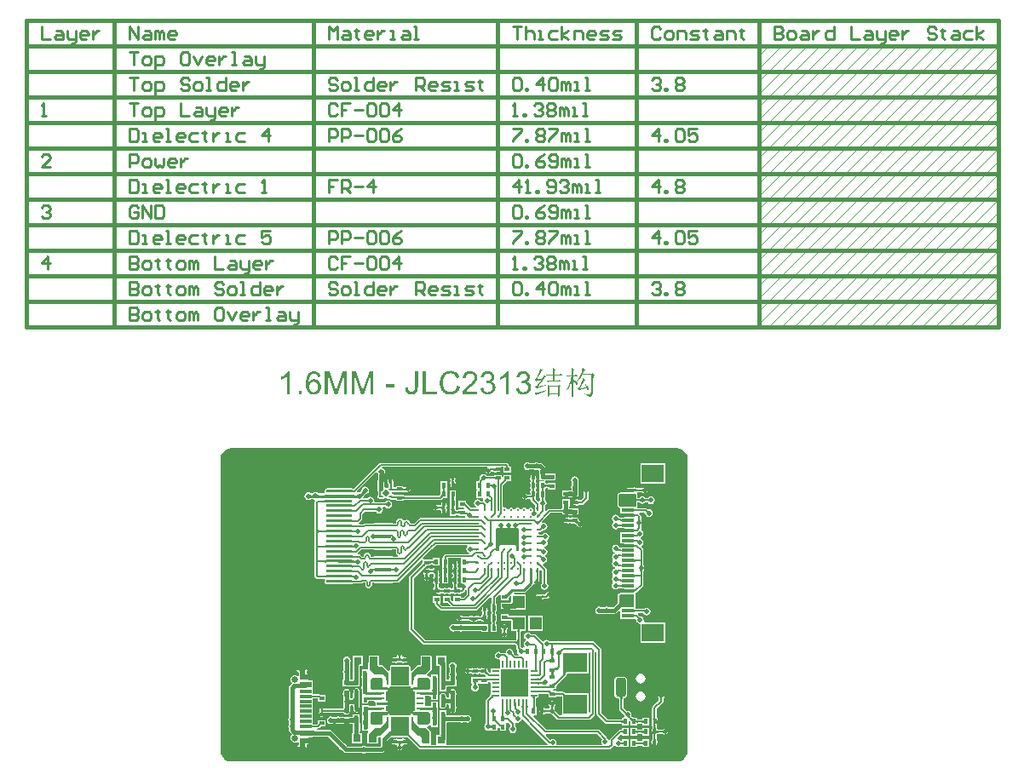
<source format=gtl>
G04*
G04 #@! TF.GenerationSoftware,Altium Limited,Altium Designer,21.3.2 (30)*
G04*
G04 Layer_Physical_Order=1*
G04 Layer_Color=255*
%FSLAX44Y44*%
%MOMM*%
G71*
G04*
G04 #@! TF.SameCoordinates,B628278F-7F55-4BD0-9F56-58D37DFBE93C*
G04*
G04*
G04 #@! TF.FilePolarity,Positive*
G04*
G01*
G75*
%ADD12C,0.2032*%
%ADD14C,0.2540*%
%ADD15C,0.1270*%
%ADD16R,2.2000X1.8000*%
%ADD17R,1.3000X0.3000*%
%ADD18R,0.7620X0.7620*%
G04:AMPARAMS|DCode=19|XSize=1.016mm|YSize=1.8796mm|CornerRadius=0.254mm|HoleSize=0mm|Usage=FLASHONLY|Rotation=180.000|XOffset=0mm|YOffset=0mm|HoleType=Round|Shape=RoundedRectangle|*
%AMROUNDEDRECTD19*
21,1,1.0160,1.3716,0,0,180.0*
21,1,0.5080,1.8796,0,0,180.0*
1,1,0.5080,-0.2540,0.6858*
1,1,0.5080,0.2540,0.6858*
1,1,0.5080,0.2540,-0.6858*
1,1,0.5080,-0.2540,-0.6858*
%
%ADD19ROUNDEDRECTD19*%
%ADD20R,0.2000X0.2000*%
%ADD21P,0.6788X4X180.0*%
%ADD22R,0.6800X0.2000*%
%ADD23R,0.6800X0.4000*%
%ADD24R,2.7000X2.7000*%
%ADD25R,0.2240X0.6650*%
%ADD26R,0.6650X0.2240*%
%ADD27C,0.3000*%
%ADD28R,2.4000X1.9000*%
G04:AMPARAMS|DCode=29|XSize=2.6mm|YSize=0.254mm|CornerRadius=0.0635mm|HoleSize=0mm|Usage=FLASHONLY|Rotation=180.000|XOffset=0mm|YOffset=0mm|HoleType=Round|Shape=RoundedRectangle|*
%AMROUNDEDRECTD29*
21,1,2.6000,0.1270,0,0,180.0*
21,1,2.4730,0.2540,0,0,180.0*
1,1,0.1270,-1.2365,0.0635*
1,1,0.1270,1.2365,0.0635*
1,1,0.1270,1.2365,-0.0635*
1,1,0.1270,-1.2365,-0.0635*
%
%ADD29ROUNDEDRECTD29*%
%ADD30R,1.1500X0.3000*%
%ADD31R,1.1500X0.6000*%
%ADD32R,0.7500X0.2500*%
%ADD33R,0.2500X0.7500*%
%ADD34R,2.6000X2.6000*%
%ADD35R,0.4000X0.5000*%
%ADD36R,1.2000X1.3000*%
%ADD37R,0.5000X0.4000*%
G04:AMPARAMS|DCode=38|XSize=0.4mm|YSize=0.5mm|CornerRadius=0mm|HoleSize=0mm|Usage=FLASHONLY|Rotation=0.000|XOffset=0mm|YOffset=0mm|HoleType=Round|Shape=Octagon|*
%AMOCTAGOND38*
4,1,8,-0.1000,0.2500,0.1000,0.2500,0.2000,0.1500,0.2000,-0.1500,0.1000,-0.2500,-0.1000,-0.2500,-0.2000,-0.1500,-0.2000,0.1500,-0.1000,0.2500,0.0*
%
%ADD38OCTAGOND38*%

%ADD67C,0.1346*%
%ADD68C,0.3810*%
%ADD69C,0.0254*%
%ADD70C,0.1524*%
%ADD71O,3.3000X1.5000*%
%ADD72O,2.7000X1.5000*%
%ADD73O,2.1000X1.0000*%
%ADD74O,1.8000X1.0000*%
%ADD75C,0.6500*%
%ADD76C,0.5000*%
G36*
X418739Y302142D02*
X421242Y301105D01*
X423391Y299456D01*
X425040Y297307D01*
X426076Y294805D01*
X426427Y292139D01*
X426423Y292120D01*
Y279420D01*
Y1290D01*
X426427Y1270D01*
X426076Y-1396D01*
X425040Y-3898D01*
X423391Y-6047D01*
X421242Y-7696D01*
X418739Y-8733D01*
X416074Y-9084D01*
X416054Y-9080D01*
X-27176D01*
X-27196Y-9084D01*
X-29862Y-8733D01*
X-32364Y-7696D01*
X-34513Y-6047D01*
X-36162Y-3898D01*
X-37198Y-1396D01*
X-37549Y1270D01*
X-37545Y1290D01*
Y292120D01*
X-37549Y292139D01*
X-37198Y294805D01*
X-36162Y297307D01*
X-34513Y299456D01*
X-32364Y301105D01*
X-29862Y302142D01*
X-27196Y302493D01*
X-27176Y302489D01*
X416054D01*
X416074Y302493D01*
X418739Y302142D01*
D02*
G37*
G36*
X55811Y379000D02*
X56042D01*
X56305Y378967D01*
X56930Y378835D01*
X57622Y378671D01*
X58346Y378407D01*
X59070Y378012D01*
X59432Y377782D01*
X59762Y377518D01*
X59794Y377486D01*
X59827Y377453D01*
X59926Y377354D01*
X60025Y377255D01*
X60189Y377090D01*
X60321Y376893D01*
X60683Y376432D01*
X61045Y375840D01*
X61375Y375115D01*
X61671Y374292D01*
X61868Y373371D01*
X59070Y373140D01*
Y373173D01*
X59037Y373206D01*
X59004Y373404D01*
X58906Y373700D01*
X58774Y374062D01*
X58642Y374457D01*
X58445Y374852D01*
X58214Y375214D01*
X57984Y375510D01*
X57918Y375576D01*
X57786Y375708D01*
X57556Y375905D01*
X57227Y376136D01*
X56799Y376333D01*
X56338Y376531D01*
X55778Y376662D01*
X55186Y376728D01*
X54955D01*
X54692Y376695D01*
X54396Y376630D01*
X54001Y376531D01*
X53606Y376399D01*
X53211Y376235D01*
X52816Y375971D01*
X52750Y375938D01*
X52585Y375807D01*
X52355Y375576D01*
X52059Y375247D01*
X51729Y374852D01*
X51367Y374391D01*
X51038Y373799D01*
X50709Y373140D01*
Y373107D01*
X50676Y373041D01*
X50643Y372943D01*
X50577Y372811D01*
X50544Y372613D01*
X50479Y372383D01*
X50413Y372120D01*
X50347Y371791D01*
X50248Y371428D01*
X50182Y371033D01*
X50116Y370606D01*
X50083Y370145D01*
X50018Y369618D01*
X49985Y369091D01*
X49952Y368499D01*
Y367906D01*
X49985Y367939D01*
X50116Y368137D01*
X50347Y368400D01*
X50643Y368729D01*
X50972Y369124D01*
X51400Y369486D01*
X51861Y369848D01*
X52388Y370178D01*
X52421D01*
X52454Y370210D01*
X52651Y370309D01*
X52947Y370408D01*
X53342Y370573D01*
X53803Y370704D01*
X54330Y370803D01*
X54890Y370902D01*
X55482Y370935D01*
X55746D01*
X55943Y370902D01*
X56206Y370869D01*
X56470Y370836D01*
X56799Y370770D01*
X57128Y370671D01*
X57885Y370441D01*
X58280Y370276D01*
X58675Y370046D01*
X59070Y369815D01*
X59498Y369552D01*
X59893Y369223D01*
X60255Y368861D01*
X60288Y368828D01*
X60354Y368762D01*
X60453Y368663D01*
X60552Y368499D01*
X60716Y368268D01*
X60881Y368038D01*
X61045Y367742D01*
X61243Y367412D01*
X61440Y367050D01*
X61605Y366655D01*
X61769Y366194D01*
X61934Y365734D01*
X62033Y365240D01*
X62132Y364680D01*
X62197Y364121D01*
X62230Y363528D01*
Y363495D01*
Y363429D01*
Y363330D01*
Y363166D01*
X62197Y362968D01*
Y362771D01*
X62099Y362244D01*
X62000Y361619D01*
X61835Y360960D01*
X61605Y360236D01*
X61276Y359545D01*
Y359512D01*
X61243Y359479D01*
X61177Y359380D01*
X61111Y359249D01*
X60914Y358919D01*
X60617Y358492D01*
X60255Y358031D01*
X59827Y357570D01*
X59301Y357109D01*
X58741Y356714D01*
X58708D01*
X58675Y356681D01*
X58576Y356615D01*
X58445Y356582D01*
X58116Y356418D01*
X57688Y356253D01*
X57128Y356056D01*
X56503Y355924D01*
X55811Y355792D01*
X55054Y355759D01*
X54890D01*
X54725Y355792D01*
X54462D01*
X54165Y355825D01*
X53836Y355891D01*
X53441Y355990D01*
X53046Y356088D01*
X52585Y356220D01*
X52125Y356385D01*
X51664Y356582D01*
X51170Y356846D01*
X50709Y357142D01*
X50248Y357471D01*
X49787Y357866D01*
X49359Y358327D01*
X49326Y358360D01*
X49261Y358459D01*
X49162Y358590D01*
X49030Y358821D01*
X48833Y359117D01*
X48668Y359446D01*
X48471Y359874D01*
X48273Y360335D01*
X48043Y360895D01*
X47845Y361520D01*
X47681Y362211D01*
X47516Y362968D01*
X47351Y363824D01*
X47252Y364746D01*
X47187Y365734D01*
X47154Y366787D01*
Y366820D01*
Y366853D01*
Y366952D01*
Y367083D01*
X47187Y367412D01*
Y367873D01*
X47220Y368400D01*
X47285Y369025D01*
X47351Y369717D01*
X47450Y370474D01*
X47582Y371231D01*
X47746Y372054D01*
X47944Y372844D01*
X48174Y373634D01*
X48471Y374391D01*
X48800Y375115D01*
X49162Y375807D01*
X49590Y376399D01*
X49623Y376432D01*
X49689Y376498D01*
X49820Y376630D01*
X49985Y376827D01*
X50182Y377025D01*
X50446Y377222D01*
X50775Y377486D01*
X51104Y377716D01*
X51499Y377946D01*
X51927Y378210D01*
X52421Y378407D01*
X52915Y378638D01*
X53474Y378802D01*
X54067Y378934D01*
X54692Y379000D01*
X55350Y379033D01*
X55614D01*
X55811Y379000D01*
D02*
G37*
G36*
X191567Y379296D02*
X191863Y379263D01*
X192225Y379230D01*
X192587Y379197D01*
X193015Y379099D01*
X193904Y378901D01*
X194892Y378605D01*
X195385Y378407D01*
X195846Y378177D01*
X196307Y377881D01*
X196768Y377584D01*
X196801Y377551D01*
X196867Y377518D01*
X196998Y377420D01*
X197163Y377255D01*
X197327Y377090D01*
X197558Y376860D01*
X197788Y376597D01*
X198052Y376333D01*
X198315Y376004D01*
X198578Y375609D01*
X198875Y375214D01*
X199138Y374786D01*
X199368Y374292D01*
X199632Y373799D01*
X199829Y373272D01*
X200027Y372679D01*
X197064Y371988D01*
Y372021D01*
X197031Y372087D01*
X196965Y372219D01*
X196900Y372383D01*
X196834Y372581D01*
X196735Y372844D01*
X196472Y373371D01*
X196143Y373963D01*
X195747Y374556D01*
X195254Y375115D01*
X194727Y375609D01*
X194661Y375675D01*
X194464Y375807D01*
X194134Y375971D01*
X193706Y376202D01*
X193147Y376399D01*
X192521Y376597D01*
X191764Y376728D01*
X190941Y376761D01*
X190678D01*
X190513Y376728D01*
X190283D01*
X190020Y376695D01*
X189394Y376597D01*
X188703Y376465D01*
X187979Y376235D01*
X187222Y375905D01*
X186530Y375477D01*
X186497D01*
X186464Y375412D01*
X186234Y375247D01*
X185938Y374984D01*
X185576Y374589D01*
X185148Y374095D01*
X184753Y373535D01*
X184391Y372844D01*
X184061Y372087D01*
Y372054D01*
X184028Y371988D01*
X183996Y371889D01*
X183963Y371725D01*
X183897Y371527D01*
X183831Y371297D01*
X183732Y370737D01*
X183601Y370079D01*
X183469Y369355D01*
X183403Y368565D01*
X183370Y367709D01*
Y367676D01*
Y367577D01*
Y367412D01*
Y367215D01*
X183403Y366984D01*
Y366688D01*
X183436Y366359D01*
X183469Y365997D01*
X183568Y365207D01*
X183732Y364351D01*
X183930Y363495D01*
X184193Y362639D01*
Y362606D01*
X184226Y362541D01*
X184292Y362442D01*
X184358Y362277D01*
X184555Y361882D01*
X184851Y361421D01*
X185214Y360895D01*
X185674Y360335D01*
X186201Y359841D01*
X186827Y359380D01*
X186859D01*
X186925Y359347D01*
X187024Y359282D01*
X187156Y359216D01*
X187320Y359150D01*
X187518Y359051D01*
X187979Y358854D01*
X188571Y358656D01*
X189230Y358492D01*
X189954Y358360D01*
X190711Y358327D01*
X190941D01*
X191139Y358360D01*
X191369D01*
X191600Y358393D01*
X192192Y358525D01*
X192883Y358689D01*
X193575Y358952D01*
X194299Y359314D01*
X194661Y359512D01*
X194990Y359775D01*
X195023Y359808D01*
X195056Y359841D01*
X195155Y359940D01*
X195287Y360039D01*
X195418Y360203D01*
X195583Y360401D01*
X195780Y360598D01*
X195945Y360862D01*
X196143Y361158D01*
X196373Y361487D01*
X196570Y361816D01*
X196768Y362211D01*
X196933Y362639D01*
X197097Y363100D01*
X197262Y363594D01*
X197393Y364121D01*
X200422Y363363D01*
Y363330D01*
X200389Y363199D01*
X200323Y363001D01*
X200224Y362738D01*
X200126Y362442D01*
X199994Y362080D01*
X199829Y361685D01*
X199632Y361257D01*
X199171Y360335D01*
X198578Y359413D01*
X198216Y358952D01*
X197854Y358492D01*
X197459Y358097D01*
X196998Y357701D01*
X196965Y357669D01*
X196900Y357603D01*
X196735Y357537D01*
X196570Y357405D01*
X196307Y357241D01*
X196044Y357076D01*
X195682Y356912D01*
X195319Y356747D01*
X194892Y356549D01*
X194431Y356385D01*
X193937Y356220D01*
X193410Y356056D01*
X192851Y355924D01*
X192258Y355858D01*
X191633Y355792D01*
X190974Y355759D01*
X190612D01*
X190349Y355792D01*
X190053D01*
X189690Y355825D01*
X189295Y355891D01*
X188835Y355957D01*
X187880Y356121D01*
X186892Y356385D01*
X185905Y356747D01*
X185444Y356977D01*
X184983Y357241D01*
X184950Y357274D01*
X184884Y357307D01*
X184753Y357405D01*
X184621Y357537D01*
X184424Y357669D01*
X184193Y357866D01*
X183930Y358097D01*
X183666Y358360D01*
X183403Y358656D01*
X183107Y358952D01*
X182514Y359710D01*
X181955Y360598D01*
X181461Y361586D01*
Y361619D01*
X181395Y361717D01*
X181362Y361882D01*
X181263Y362080D01*
X181197Y362343D01*
X181099Y362672D01*
X180967Y363034D01*
X180868Y363429D01*
X180770Y363857D01*
X180638Y364351D01*
X180473Y365372D01*
X180342Y366524D01*
X180276Y367709D01*
Y367742D01*
Y367873D01*
Y368071D01*
X180309Y368301D01*
Y368630D01*
X180342Y368960D01*
X180375Y369388D01*
X180440Y369815D01*
X180605Y370770D01*
X180835Y371824D01*
X181165Y372877D01*
X181625Y373897D01*
X181658Y373930D01*
X181691Y374029D01*
X181757Y374161D01*
X181889Y374325D01*
X182020Y374556D01*
X182185Y374819D01*
X182613Y375412D01*
X183173Y376070D01*
X183831Y376728D01*
X184588Y377387D01*
X185477Y377946D01*
X185510Y377979D01*
X185609Y378012D01*
X185740Y378078D01*
X185905Y378177D01*
X186168Y378275D01*
X186432Y378374D01*
X186761Y378506D01*
X187123Y378638D01*
X187518Y378769D01*
X187946Y378901D01*
X188867Y379099D01*
X189921Y379263D01*
X191007Y379329D01*
X191336D01*
X191567Y379296D01*
D02*
G37*
G36*
X263954Y379000D02*
X264382Y378934D01*
X264909Y378835D01*
X265501Y378671D01*
X266094Y378473D01*
X266687Y378210D01*
X266719D01*
X266752Y378177D01*
X266950Y378078D01*
X267246Y377881D01*
X267575Y377650D01*
X267970Y377321D01*
X268365Y376959D01*
X268760Y376531D01*
X269090Y376037D01*
X269123Y375971D01*
X269221Y375807D01*
X269353Y375510D01*
X269518Y375148D01*
X269682Y374720D01*
X269814Y374226D01*
X269913Y373667D01*
X269946Y373107D01*
Y373041D01*
Y372844D01*
X269913Y372581D01*
X269847Y372219D01*
X269748Y371791D01*
X269583Y371330D01*
X269386Y370869D01*
X269123Y370408D01*
X269090Y370342D01*
X268991Y370210D01*
X268793Y369980D01*
X268530Y369717D01*
X268201Y369420D01*
X267806Y369091D01*
X267345Y368795D01*
X266785Y368499D01*
X266818D01*
X266884Y368466D01*
X266983Y368433D01*
X267115Y368400D01*
X267477Y368268D01*
X267938Y368071D01*
X268464Y367807D01*
X268991Y367478D01*
X269485Y367050D01*
X269946Y366557D01*
X269978Y366491D01*
X270110Y366293D01*
X270308Y365964D01*
X270505Y365536D01*
X270703Y365009D01*
X270900Y364384D01*
X271032Y363660D01*
X271065Y362870D01*
Y362837D01*
Y362738D01*
Y362573D01*
X271032Y362376D01*
X270999Y362113D01*
X270933Y361816D01*
X270867Y361487D01*
X270801Y361125D01*
X270538Y360335D01*
X270340Y359907D01*
X270143Y359512D01*
X269880Y359084D01*
X269583Y358656D01*
X269254Y358228D01*
X268859Y357833D01*
X268826Y357800D01*
X268760Y357734D01*
X268629Y357636D01*
X268464Y357504D01*
X268267Y357339D01*
X268003Y357175D01*
X267707Y356977D01*
X267345Y356813D01*
X266983Y356615D01*
X266555Y356418D01*
X266127Y356253D01*
X265633Y356088D01*
X265107Y355957D01*
X264547Y355858D01*
X263987Y355792D01*
X263362Y355759D01*
X263066D01*
X262868Y355792D01*
X262605Y355825D01*
X262308Y355858D01*
X261979Y355924D01*
X261617Y355990D01*
X260827Y356187D01*
X260004Y356516D01*
X259576Y356714D01*
X259181Y356944D01*
X258786Y357241D01*
X258391Y357537D01*
X258358Y357570D01*
X258292Y357636D01*
X258194Y357734D01*
X258095Y357866D01*
X257930Y358031D01*
X257766Y358261D01*
X257568Y358492D01*
X257371Y358788D01*
X257173Y359117D01*
X256976Y359446D01*
X256614Y360236D01*
X256317Y361158D01*
X256218Y361652D01*
X256153Y362178D01*
X258951Y362541D01*
Y362508D01*
X258984Y362442D01*
X259017Y362310D01*
X259049Y362146D01*
X259082Y361948D01*
X259148Y361717D01*
X259313Y361224D01*
X259543Y360631D01*
X259840Y360072D01*
X260169Y359545D01*
X260564Y359084D01*
X260630Y359051D01*
X260761Y358919D01*
X261025Y358755D01*
X261354Y358590D01*
X261749Y358393D01*
X262243Y358228D01*
X262802Y358097D01*
X263395Y358064D01*
X263592D01*
X263724Y358097D01*
X264086Y358129D01*
X264547Y358228D01*
X265074Y358393D01*
X265633Y358623D01*
X266193Y358952D01*
X266719Y359413D01*
X266785Y359479D01*
X266950Y359677D01*
X267147Y359973D01*
X267411Y360368D01*
X267674Y360862D01*
X267872Y361421D01*
X268036Y362080D01*
X268102Y362804D01*
Y362837D01*
Y362903D01*
Y363001D01*
X268069Y363133D01*
X268036Y363495D01*
X267938Y363923D01*
X267806Y364450D01*
X267575Y364977D01*
X267246Y365503D01*
X266818Y365997D01*
X266752Y366063D01*
X266588Y366194D01*
X266325Y366392D01*
X265962Y366622D01*
X265501Y366853D01*
X264942Y367050D01*
X264317Y367182D01*
X263625Y367248D01*
X263329D01*
X263099Y367215D01*
X262802Y367182D01*
X262473Y367116D01*
X262078Y367050D01*
X261650Y366952D01*
X261979Y369420D01*
X262144D01*
X262276Y369388D01*
X262703D01*
X263066Y369453D01*
X263493Y369519D01*
X263987Y369618D01*
X264547Y369782D01*
X265074Y370013D01*
X265633Y370309D01*
X265666D01*
X265699Y370342D01*
X265864Y370474D01*
X266094Y370704D01*
X266357Y371001D01*
X266621Y371428D01*
X266851Y371922D01*
X267016Y372482D01*
X267082Y372811D01*
Y373173D01*
Y373206D01*
Y373239D01*
Y373437D01*
X267016Y373700D01*
X266950Y374062D01*
X266818Y374457D01*
X266654Y374885D01*
X266390Y375313D01*
X266028Y375708D01*
X265995Y375741D01*
X265831Y375872D01*
X265600Y376037D01*
X265304Y376235D01*
X264909Y376399D01*
X264448Y376564D01*
X263921Y376695D01*
X263329Y376728D01*
X263066D01*
X262769Y376662D01*
X262374Y376597D01*
X261946Y376465D01*
X261518Y376300D01*
X261057Y376037D01*
X260630Y375708D01*
X260597Y375675D01*
X260465Y375510D01*
X260268Y375280D01*
X260037Y374951D01*
X259807Y374523D01*
X259576Y373996D01*
X259379Y373371D01*
X259247Y372646D01*
X256449Y373140D01*
Y373173D01*
X256482Y373272D01*
X256515Y373404D01*
X256548Y373601D01*
X256614Y373831D01*
X256712Y374095D01*
X256910Y374720D01*
X257239Y375444D01*
X257634Y376169D01*
X258128Y376860D01*
X258753Y377486D01*
X258786Y377518D01*
X258852Y377551D01*
X258951Y377617D01*
X259082Y377716D01*
X259247Y377848D01*
X259478Y377979D01*
X259708Y378111D01*
X260004Y378275D01*
X260662Y378539D01*
X261420Y378802D01*
X262308Y378967D01*
X262769Y379033D01*
X263592D01*
X263954Y379000D01*
D02*
G37*
G36*
X228534D02*
X228962Y378934D01*
X229489Y378835D01*
X230081Y378671D01*
X230674Y378473D01*
X231266Y378210D01*
X231299D01*
X231332Y378177D01*
X231530Y378078D01*
X231826Y377881D01*
X232155Y377650D01*
X232550Y377321D01*
X232945Y376959D01*
X233340Y376531D01*
X233669Y376037D01*
X233702Y375971D01*
X233801Y375807D01*
X233933Y375510D01*
X234097Y375148D01*
X234262Y374720D01*
X234394Y374226D01*
X234492Y373667D01*
X234525Y373107D01*
Y373041D01*
Y372844D01*
X234492Y372581D01*
X234427Y372219D01*
X234328Y371791D01*
X234163Y371330D01*
X233966Y370869D01*
X233702Y370408D01*
X233669Y370342D01*
X233571Y370210D01*
X233373Y369980D01*
X233110Y369717D01*
X232781Y369420D01*
X232386Y369091D01*
X231925Y368795D01*
X231365Y368499D01*
X231398D01*
X231464Y368466D01*
X231563Y368433D01*
X231694Y368400D01*
X232056Y368268D01*
X232517Y368071D01*
X233044Y367807D01*
X233571Y367478D01*
X234065Y367050D01*
X234525Y366557D01*
X234558Y366491D01*
X234690Y366293D01*
X234887Y365964D01*
X235085Y365536D01*
X235282Y365009D01*
X235480Y364384D01*
X235612Y363660D01*
X235644Y362870D01*
Y362837D01*
Y362738D01*
Y362573D01*
X235612Y362376D01*
X235579Y362113D01*
X235513Y361816D01*
X235447Y361487D01*
X235381Y361125D01*
X235118Y360335D01*
X234920Y359907D01*
X234723Y359512D01*
X234459Y359084D01*
X234163Y358656D01*
X233834Y358228D01*
X233439Y357833D01*
X233406Y357800D01*
X233340Y357734D01*
X233209Y357636D01*
X233044Y357504D01*
X232847Y357339D01*
X232583Y357175D01*
X232287Y356977D01*
X231925Y356813D01*
X231563Y356615D01*
X231135Y356418D01*
X230707Y356253D01*
X230213Y356088D01*
X229686Y355957D01*
X229127Y355858D01*
X228567Y355792D01*
X227942Y355759D01*
X227645D01*
X227448Y355792D01*
X227185Y355825D01*
X226888Y355858D01*
X226559Y355924D01*
X226197Y355990D01*
X225407Y356187D01*
X224584Y356516D01*
X224156Y356714D01*
X223761Y356944D01*
X223366Y357241D01*
X222971Y357537D01*
X222938Y357570D01*
X222872Y357636D01*
X222773Y357734D01*
X222675Y357866D01*
X222510Y358031D01*
X222346Y358261D01*
X222148Y358492D01*
X221950Y358788D01*
X221753Y359117D01*
X221556Y359446D01*
X221193Y360236D01*
X220897Y361158D01*
X220798Y361652D01*
X220732Y362178D01*
X223531Y362541D01*
Y362508D01*
X223563Y362442D01*
X223596Y362310D01*
X223629Y362146D01*
X223662Y361948D01*
X223728Y361717D01*
X223893Y361224D01*
X224123Y360631D01*
X224419Y360072D01*
X224748Y359545D01*
X225144Y359084D01*
X225209Y359051D01*
X225341Y358919D01*
X225604Y358755D01*
X225934Y358590D01*
X226329Y358393D01*
X226822Y358228D01*
X227382Y358097D01*
X227975Y358064D01*
X228172D01*
X228304Y358097D01*
X228666Y358129D01*
X229127Y358228D01*
X229653Y358393D01*
X230213Y358623D01*
X230773Y358952D01*
X231299Y359413D01*
X231365Y359479D01*
X231530Y359677D01*
X231727Y359973D01*
X231991Y360368D01*
X232254Y360862D01*
X232451Y361421D01*
X232616Y362080D01*
X232682Y362804D01*
Y362837D01*
Y362903D01*
Y363001D01*
X232649Y363133D01*
X232616Y363495D01*
X232517Y363923D01*
X232386Y364450D01*
X232155Y364977D01*
X231826Y365503D01*
X231398Y365997D01*
X231332Y366063D01*
X231168Y366194D01*
X230904Y366392D01*
X230542Y366622D01*
X230081Y366853D01*
X229522Y367050D01*
X228896Y367182D01*
X228205Y367248D01*
X227909D01*
X227678Y367215D01*
X227382Y367182D01*
X227053Y367116D01*
X226658Y367050D01*
X226230Y366952D01*
X226559Y369420D01*
X226724D01*
X226855Y369388D01*
X227283D01*
X227645Y369453D01*
X228073Y369519D01*
X228567Y369618D01*
X229127Y369782D01*
X229653Y370013D01*
X230213Y370309D01*
X230246D01*
X230279Y370342D01*
X230443Y370474D01*
X230674Y370704D01*
X230937Y371001D01*
X231201Y371428D01*
X231431Y371922D01*
X231596Y372482D01*
X231661Y372811D01*
Y373173D01*
Y373206D01*
Y373239D01*
Y373437D01*
X231596Y373700D01*
X231530Y374062D01*
X231398Y374457D01*
X231234Y374885D01*
X230970Y375313D01*
X230608Y375708D01*
X230575Y375741D01*
X230410Y375872D01*
X230180Y376037D01*
X229884Y376235D01*
X229489Y376399D01*
X229028Y376564D01*
X228501Y376695D01*
X227909Y376728D01*
X227645D01*
X227349Y376662D01*
X226954Y376597D01*
X226526Y376465D01*
X226098Y376300D01*
X225637Y376037D01*
X225209Y375708D01*
X225177Y375675D01*
X225045Y375510D01*
X224847Y375280D01*
X224617Y374951D01*
X224386Y374523D01*
X224156Y373996D01*
X223958Y373371D01*
X223827Y372646D01*
X221029Y373140D01*
Y373173D01*
X221062Y373272D01*
X221095Y373404D01*
X221127Y373601D01*
X221193Y373831D01*
X221292Y374095D01*
X221490Y374720D01*
X221819Y375444D01*
X222214Y376169D01*
X222708Y376860D01*
X223333Y377486D01*
X223366Y377518D01*
X223432Y377551D01*
X223531Y377617D01*
X223662Y377716D01*
X223827Y377848D01*
X224057Y377979D01*
X224288Y378111D01*
X224584Y378275D01*
X225242Y378539D01*
X225999Y378802D01*
X226888Y378967D01*
X227349Y379033D01*
X228172D01*
X228534Y379000D01*
D02*
G37*
G36*
X295490Y380613D02*
X294272Y379757D01*
Y375510D01*
X298848D01*
X300362Y376992D01*
X302469Y374786D01*
X294272D01*
Y369190D01*
X297630D01*
X299111Y370704D01*
X301218Y368466D01*
X290388D01*
X290059Y368433D01*
X289664D01*
X289203Y368367D01*
X288709Y368301D01*
X288182Y368203D01*
X287656Y368071D01*
X286536Y369190D01*
X292626D01*
Y374786D01*
X289269D01*
X288939Y374753D01*
X288544D01*
X288083Y374687D01*
X287590Y374622D01*
X287063Y374523D01*
X286536Y374391D01*
X285417Y375510D01*
X292626D01*
Y375576D01*
Y375741D01*
Y376004D01*
Y376333D01*
Y376761D01*
Y377222D01*
Y377716D01*
Y378275D01*
X292593Y379395D01*
Y380514D01*
X292561Y381041D01*
Y381502D01*
Y381897D01*
X292528Y382259D01*
X295490Y380613D01*
D02*
G37*
G36*
X313925Y380744D02*
X312937Y379888D01*
Y374786D01*
X314418D01*
X315933Y376300D01*
X318171Y374062D01*
X312937D01*
Y370803D01*
X312970Y370770D01*
X313069Y370737D01*
X313233Y370638D01*
X313431Y370540D01*
X313661Y370408D01*
X313925Y370243D01*
X314517Y369881D01*
X315142Y369486D01*
X315735Y369091D01*
X315998Y368894D01*
X316262Y368696D01*
X316426Y368532D01*
X316591Y368367D01*
X316624Y368334D01*
X316690Y368235D01*
X316821Y368071D01*
X316953Y367873D01*
X317052Y367643D01*
X317183Y367412D01*
X317249Y367116D01*
X317282Y366853D01*
Y366820D01*
Y366754D01*
Y366655D01*
X317249Y366491D01*
X317150Y366129D01*
X316953Y365635D01*
Y365602D01*
X316920Y365536D01*
X316788Y365306D01*
X316591Y365075D01*
X316525Y365009D01*
X316426Y364977D01*
X316360Y365009D01*
X316295Y365042D01*
X316163Y365141D01*
X316031Y365306D01*
X315867Y365536D01*
X315669Y365865D01*
X315439Y366326D01*
Y366359D01*
X315406Y366425D01*
X315340Y366524D01*
X315274Y366688D01*
X315175Y366886D01*
X315077Y367083D01*
X314780Y367610D01*
X314451Y368170D01*
X314023Y368828D01*
X313497Y369453D01*
X312937Y370079D01*
Y370046D01*
Y369914D01*
Y369750D01*
Y369486D01*
Y369190D01*
Y368795D01*
Y368400D01*
Y367906D01*
Y367412D01*
Y366853D01*
Y366260D01*
Y365635D01*
Y364351D01*
X312970Y362968D01*
Y361553D01*
Y360137D01*
Y358788D01*
X313003Y357504D01*
Y356879D01*
Y356319D01*
Y355792D01*
X313036Y355299D01*
Y354838D01*
Y354443D01*
X313069Y354113D01*
Y353817D01*
X311061Y353060D01*
Y353126D01*
Y353323D01*
Y353652D01*
X311094Y354081D01*
Y354673D01*
Y355364D01*
X311126Y356154D01*
Y357109D01*
Y358162D01*
X311159Y359314D01*
Y360598D01*
Y362014D01*
X311192Y363528D01*
Y365141D01*
Y366853D01*
Y368696D01*
X311159Y368630D01*
X311126Y368499D01*
X311028Y368235D01*
X310863Y367906D01*
X310699Y367478D01*
X310501Y367017D01*
X310238Y366458D01*
X309974Y365865D01*
X309645Y365207D01*
X309316Y364548D01*
X308526Y363100D01*
X307637Y361619D01*
X306617Y360137D01*
X306090Y360368D01*
Y360401D01*
X306123Y360434D01*
X306189Y360532D01*
X306255Y360631D01*
X306419Y360960D01*
X306649Y361421D01*
X306913Y361981D01*
X307242Y362672D01*
X307604Y363429D01*
X307999Y364318D01*
X308394Y365273D01*
X308822Y366326D01*
X309250Y367445D01*
X309645Y368663D01*
X310073Y369914D01*
X310468Y371264D01*
X310863Y372646D01*
X311192Y374062D01*
X308098D01*
X306979Y373799D01*
X305991Y374786D01*
X311192D01*
Y374819D01*
Y374984D01*
Y375181D01*
Y375477D01*
Y375840D01*
Y376268D01*
Y376728D01*
Y377255D01*
X311159Y377815D01*
Y378407D01*
X311126Y379691D01*
X311094Y380975D01*
X311061Y382259D01*
X313925Y380744D01*
D02*
G37*
G36*
X300856Y363956D02*
X299737Y363232D01*
Y358129D01*
Y358097D01*
Y357998D01*
Y357866D01*
Y357701D01*
Y357471D01*
Y357208D01*
X299770Y356648D01*
Y355990D01*
X299802Y355364D01*
X299835Y354772D01*
Y354508D01*
X299868Y354278D01*
X298124Y353554D01*
Y356023D01*
X289269D01*
Y354048D01*
X287557Y353159D01*
Y353192D01*
Y353290D01*
Y353455D01*
X287590Y353652D01*
Y353916D01*
Y354212D01*
Y354574D01*
X287623Y355002D01*
Y355430D01*
Y355924D01*
Y356451D01*
X287656Y357010D01*
Y358195D01*
Y359512D01*
Y359545D01*
Y359677D01*
Y359874D01*
Y360104D01*
Y360434D01*
Y360796D01*
Y361191D01*
Y361619D01*
X287623Y362606D01*
Y363627D01*
X287590Y364680D01*
X287557Y365701D01*
X289532Y364581D01*
X297992D01*
X299111Y365701D01*
X300856Y363956D01*
D02*
G37*
G36*
X135243Y363001D02*
X126586D01*
Y365799D01*
X135243D01*
Y363001D01*
D02*
G37*
G36*
X282685Y380251D02*
X281566Y379625D01*
X281533Y379559D01*
X281434Y379395D01*
X281302Y379131D01*
X281138Y378802D01*
X280874Y378341D01*
X280611Y377848D01*
X280315Y377288D01*
X279953Y376662D01*
X279591Y376004D01*
X279163Y375280D01*
X278307Y373799D01*
X277418Y372284D01*
X276463Y370803D01*
X281434Y370935D01*
X281467Y370968D01*
X281500Y371033D01*
X281566Y371165D01*
X281697Y371330D01*
X281796Y371560D01*
X281961Y371791D01*
X282290Y372383D01*
X282685Y373041D01*
X283080Y373766D01*
X283442Y374523D01*
X283804Y375280D01*
X286043Y373667D01*
X284923Y373041D01*
X284890Y372976D01*
X284759Y372844D01*
X284561Y372581D01*
X284331Y372251D01*
X284002Y371824D01*
X283607Y371330D01*
X283179Y370770D01*
X282685Y370178D01*
X282125Y369486D01*
X281533Y368762D01*
X280907Y368005D01*
X280249Y367215D01*
X278866Y365536D01*
X277352Y363824D01*
X285911Y365207D01*
Y364713D01*
X285845D01*
X285746Y364680D01*
X285615Y364647D01*
X285483Y364614D01*
X285285Y364548D01*
X285055Y364483D01*
X284759Y364417D01*
X284463Y364318D01*
X284100Y364219D01*
X283738Y364121D01*
X283310Y364022D01*
X282850Y363857D01*
X282323Y363726D01*
X281796Y363561D01*
X281204Y363396D01*
X281171D01*
X281072Y363363D01*
X280907Y363298D01*
X280677Y363232D01*
X280414Y363133D01*
X280117Y363034D01*
X279393Y362804D01*
X278636Y362508D01*
X277846Y362146D01*
X277089Y361750D01*
X276760Y361553D01*
X276463Y361355D01*
X275114Y363594D01*
X275147Y363627D01*
X275278Y363660D01*
X275476Y363759D01*
X275706Y363890D01*
X276003Y364055D01*
X276299Y364252D01*
X276628Y364516D01*
X276957Y364812D01*
X276990Y364845D01*
X277056Y364911D01*
X277155Y365009D01*
X277253Y365141D01*
X277418Y365339D01*
X277583Y365536D01*
X277813Y365832D01*
X278043Y366129D01*
X278340Y366524D01*
X278702Y366952D01*
X279064Y367445D01*
X279492Y368005D01*
X279986Y368663D01*
X280479Y369388D01*
X281072Y370178D01*
X281006D01*
X280809Y370145D01*
X280545Y370079D01*
X280150Y370013D01*
X279722Y369947D01*
X279228Y369848D01*
X278208Y369618D01*
X278142D01*
X277978Y369552D01*
X277714Y369486D01*
X277385Y369388D01*
X276990Y369223D01*
X276529Y369058D01*
X276068Y368828D01*
X275607Y368565D01*
X274488Y370803D01*
X274554D01*
X274719Y370869D01*
X274982Y371001D01*
X275147Y371099D01*
X275311Y371231D01*
X275542Y371428D01*
X275739Y371659D01*
X276003Y371955D01*
X276266Y372284D01*
X276529Y372679D01*
X276826Y373173D01*
X277122Y373700D01*
X277418Y374325D01*
X277451Y374358D01*
X277484Y374490D01*
X277583Y374687D01*
X277681Y374951D01*
X277846Y375280D01*
X278011Y375642D01*
X278175Y376103D01*
X278373Y376564D01*
X278603Y377090D01*
X278801Y377683D01*
X279031Y378275D01*
X279261Y378901D01*
X279689Y380251D01*
X280084Y381633D01*
X282685Y380251D01*
D02*
G37*
G36*
X325018Y370309D02*
X323899Y369815D01*
X323866Y369750D01*
X323767Y369585D01*
X323635Y369289D01*
X323438Y368927D01*
X323175Y368466D01*
X322878Y367939D01*
X322582Y367379D01*
X322220Y366787D01*
X321496Y365503D01*
X320706Y364252D01*
X320278Y363693D01*
X319916Y363133D01*
X319521Y362672D01*
X319158Y362244D01*
X326236Y362508D01*
Y362541D01*
X326203Y362606D01*
X326170Y362705D01*
X326104Y362870D01*
X326039Y363034D01*
X325973Y363265D01*
X325775Y363759D01*
X325512Y364318D01*
X325248Y364911D01*
X324952Y365503D01*
X324623Y366096D01*
X325018Y366326D01*
X325051Y366293D01*
X325150Y366194D01*
X325314Y366063D01*
X325512Y365865D01*
X325742Y365635D01*
X326006Y365372D01*
X326598Y364779D01*
X327224Y364088D01*
X327783Y363429D01*
X328014Y363133D01*
X328211Y362837D01*
X328376Y362541D01*
X328474Y362310D01*
X328507Y362244D01*
X328540Y362113D01*
X328573Y361915D01*
Y361619D01*
Y361323D01*
X328507Y361026D01*
X328376Y360730D01*
X328178Y360434D01*
X328145Y360401D01*
X328079Y360335D01*
X327948Y360203D01*
X327816Y360104D01*
X327487Y359841D01*
X327355Y359775D01*
X327256Y359742D01*
X327224D01*
X327092Y359808D01*
X327026Y359874D01*
X326960Y359940D01*
X326861Y360072D01*
X326796Y360236D01*
Y360269D01*
X326763Y360335D01*
X326730Y360467D01*
X326697Y360664D01*
X326631Y360895D01*
X326532Y361191D01*
X326466Y361553D01*
X326368Y361981D01*
X326269D01*
X326170Y361948D01*
X326039D01*
X325874Y361915D01*
X325643Y361882D01*
X325150Y361816D01*
X324524Y361717D01*
X323800Y361586D01*
X323043Y361421D01*
X322187Y361257D01*
X322154D01*
X322088Y361224D01*
X321957Y361191D01*
X321825Y361158D01*
X321430Y361059D01*
X320936Y360895D01*
X320377Y360697D01*
X319850Y360467D01*
X319323Y360203D01*
X318895Y359874D01*
X317546Y362244D01*
X317611Y362277D01*
X317776Y362343D01*
X317908Y362409D01*
X318039Y362508D01*
X318237Y362672D01*
X318401Y362837D01*
X318632Y363067D01*
X318862Y363330D01*
X319093Y363627D01*
X319323Y364022D01*
X319587Y364450D01*
X319883Y364944D01*
X320146Y365503D01*
X320442Y366161D01*
X320475Y366194D01*
X320508Y366326D01*
X320607Y366524D01*
X320706Y366754D01*
X320804Y367083D01*
X320969Y367445D01*
X321101Y367840D01*
X321265Y368268D01*
X321627Y369190D01*
X321924Y370145D01*
X322187Y371066D01*
X322319Y371527D01*
X322384Y371922D01*
X325018Y370309D01*
D02*
G37*
G36*
X114307Y356154D02*
X111411D01*
Y375214D01*
X104761Y356154D01*
X102062D01*
X95478Y375543D01*
Y356154D01*
X92581D01*
Y378934D01*
X97091D01*
X102490Y362771D01*
Y362738D01*
X102522Y362672D01*
X102555Y362573D01*
X102621Y362409D01*
X102753Y362014D01*
X102917Y361520D01*
X103082Y360960D01*
X103280Y360401D01*
X103444Y359874D01*
X103576Y359413D01*
X103609Y359479D01*
X103642Y359644D01*
X103741Y359940D01*
X103872Y360335D01*
X104037Y360862D01*
X104267Y361487D01*
X104498Y362211D01*
X104794Y363067D01*
X110258Y378934D01*
X114307D01*
Y356154D01*
D02*
G37*
G36*
X87775D02*
X84878D01*
Y375214D01*
X78229Y356154D01*
X75529D01*
X68946Y375543D01*
Y356154D01*
X66049D01*
Y378934D01*
X70559D01*
X75957Y362771D01*
Y362738D01*
X75990Y362672D01*
X76023Y362573D01*
X76089Y362409D01*
X76221Y362014D01*
X76385Y361520D01*
X76550Y360960D01*
X76747Y360401D01*
X76912Y359874D01*
X77044Y359413D01*
X77077Y359479D01*
X77109Y359644D01*
X77208Y359940D01*
X77340Y360335D01*
X77505Y360862D01*
X77735Y361487D01*
X77965Y362211D01*
X78262Y363067D01*
X83726Y378934D01*
X87775D01*
Y356154D01*
D02*
G37*
G36*
X158517Y363396D02*
Y363363D01*
Y363265D01*
Y363133D01*
Y362935D01*
X158484Y362672D01*
Y362409D01*
X158418Y361783D01*
X158352Y361059D01*
X158221Y360302D01*
X158023Y359611D01*
X157793Y358952D01*
Y358919D01*
X157760Y358887D01*
X157661Y358689D01*
X157496Y358426D01*
X157266Y358064D01*
X156937Y357701D01*
X156574Y357307D01*
X156114Y356912D01*
X155587Y356582D01*
X155521Y356549D01*
X155324Y356451D01*
X155027Y356319D01*
X154599Y356187D01*
X154073Y356023D01*
X153480Y355891D01*
X152822Y355792D01*
X152098Y355759D01*
X151801D01*
X151604Y355792D01*
X151341Y355825D01*
X151077Y355858D01*
X150386Y355990D01*
X149662Y356187D01*
X148905Y356483D01*
X148510Y356681D01*
X148147Y356912D01*
X147818Y357175D01*
X147489Y357471D01*
X147456Y357504D01*
X147423Y357537D01*
X147357Y357669D01*
X147259Y357800D01*
X147127Y357965D01*
X146995Y358195D01*
X146864Y358459D01*
X146699Y358755D01*
X146567Y359084D01*
X146436Y359479D01*
X146304Y359874D01*
X146172Y360335D01*
X146107Y360829D01*
X146008Y361388D01*
X145975Y361948D01*
Y362573D01*
X148707Y362968D01*
Y362935D01*
Y362870D01*
Y362738D01*
X148740Y362541D01*
X148773Y362343D01*
Y362113D01*
X148872Y361553D01*
X148970Y360960D01*
X149168Y360368D01*
X149365Y359841D01*
X149497Y359611D01*
X149662Y359413D01*
X149695Y359380D01*
X149826Y359282D01*
X150024Y359117D01*
X150287Y358952D01*
X150649Y358755D01*
X151044Y358623D01*
X151538Y358492D01*
X152065Y358459D01*
X152262D01*
X152460Y358492D01*
X152756Y358525D01*
X153052Y358590D01*
X153382Y358656D01*
X153711Y358788D01*
X154040Y358952D01*
X154073Y358985D01*
X154171Y359051D01*
X154303Y359183D01*
X154501Y359314D01*
X154665Y359545D01*
X154863Y359775D01*
X155027Y360039D01*
X155159Y360368D01*
Y360401D01*
X155225Y360532D01*
X155258Y360763D01*
X155324Y361059D01*
X155389Y361454D01*
X155422Y361948D01*
X155488Y362541D01*
Y363232D01*
Y378934D01*
X158517D01*
Y363396D01*
D02*
G37*
G36*
X248944Y356154D02*
X246145D01*
Y373963D01*
X246113Y373930D01*
X245948Y373799D01*
X245751Y373601D01*
X245421Y373371D01*
X245059Y373074D01*
X244598Y372745D01*
X244072Y372383D01*
X243479Y372021D01*
X243446D01*
X243413Y371988D01*
X243216Y371856D01*
X242887Y371692D01*
X242492Y371494D01*
X242031Y371264D01*
X241537Y371033D01*
X241043Y370803D01*
X240549Y370606D01*
Y373305D01*
X240582D01*
X240648Y373371D01*
X240780Y373404D01*
X240944Y373502D01*
X241142Y373601D01*
X241372Y373733D01*
X241932Y374062D01*
X242590Y374424D01*
X243249Y374885D01*
X243940Y375412D01*
X244631Y375971D01*
X244664Y376004D01*
X244697Y376037D01*
X244796Y376136D01*
X244928Y376235D01*
X245224Y376564D01*
X245619Y376959D01*
X246014Y377420D01*
X246442Y377946D01*
X246804Y378473D01*
X247133Y379033D01*
X248944D01*
Y356154D01*
D02*
G37*
G36*
X211087Y379000D02*
X211351Y378967D01*
X211680Y378934D01*
X212042Y378868D01*
X212404Y378802D01*
X213260Y378572D01*
X214116Y378243D01*
X214544Y378045D01*
X214972Y377815D01*
X215367Y377518D01*
X215729Y377189D01*
X215762Y377156D01*
X215828Y377123D01*
X215893Y376992D01*
X216025Y376860D01*
X216190Y376695D01*
X216354Y376465D01*
X216519Y376235D01*
X216716Y375938D01*
X217046Y375313D01*
X217375Y374523D01*
X217507Y374128D01*
X217572Y373667D01*
X217638Y373206D01*
X217671Y372712D01*
Y372646D01*
Y372482D01*
X217638Y372219D01*
X217605Y371856D01*
X217539Y371461D01*
X217408Y371001D01*
X217276Y370507D01*
X217079Y370013D01*
X217046Y369947D01*
X216980Y369782D01*
X216848Y369519D01*
X216651Y369157D01*
X216387Y368762D01*
X216058Y368268D01*
X215663Y367775D01*
X215202Y367215D01*
X215136Y367149D01*
X214972Y366952D01*
X214807Y366787D01*
X214643Y366622D01*
X214445Y366425D01*
X214182Y366161D01*
X213918Y365898D01*
X213589Y365602D01*
X213260Y365273D01*
X212865Y364911D01*
X212437Y364548D01*
X211976Y364121D01*
X211450Y363693D01*
X210923Y363232D01*
X210890Y363199D01*
X210824Y363133D01*
X210692Y363034D01*
X210528Y362903D01*
X210330Y362705D01*
X210100Y362508D01*
X209573Y362080D01*
X209014Y361586D01*
X208487Y361092D01*
X208026Y360664D01*
X207829Y360500D01*
X207664Y360335D01*
X207631Y360302D01*
X207532Y360203D01*
X207401Y360072D01*
X207236Y359874D01*
X207071Y359644D01*
X206874Y359413D01*
X206479Y358854D01*
X217704D01*
Y356154D01*
X202595D01*
Y356187D01*
Y356319D01*
Y356516D01*
X202627Y356780D01*
X202660Y357076D01*
X202726Y357405D01*
X202792Y357734D01*
X202924Y358097D01*
Y358129D01*
X202957Y358162D01*
X203022Y358360D01*
X203154Y358656D01*
X203352Y359051D01*
X203615Y359512D01*
X203944Y360039D01*
X204306Y360565D01*
X204767Y361125D01*
Y361158D01*
X204833Y361191D01*
X204998Y361388D01*
X205294Y361685D01*
X205722Y362113D01*
X206215Y362606D01*
X206841Y363199D01*
X207598Y363857D01*
X208421Y364548D01*
X208454Y364581D01*
X208586Y364680D01*
X208783Y364845D01*
X209014Y365042D01*
X209310Y365306D01*
X209672Y365602D01*
X210034Y365931D01*
X210462Y366293D01*
X211285Y367083D01*
X212108Y367873D01*
X212503Y368268D01*
X212865Y368663D01*
X213194Y369025D01*
X213458Y369388D01*
Y369420D01*
X213523Y369453D01*
X213589Y369552D01*
X213655Y369684D01*
X213885Y370046D01*
X214149Y370474D01*
X214379Y371001D01*
X214610Y371560D01*
X214741Y372186D01*
X214807Y372778D01*
Y372811D01*
Y372844D01*
X214774Y373041D01*
X214741Y373371D01*
X214643Y373733D01*
X214511Y374194D01*
X214280Y374655D01*
X213984Y375115D01*
X213589Y375576D01*
X213523Y375642D01*
X213359Y375774D01*
X213128Y375938D01*
X212766Y376169D01*
X212305Y376366D01*
X211779Y376564D01*
X211153Y376695D01*
X210462Y376728D01*
X210264D01*
X210133Y376695D01*
X209738Y376662D01*
X209277Y376564D01*
X208783Y376432D01*
X208223Y376202D01*
X207697Y375905D01*
X207203Y375510D01*
X207137Y375444D01*
X207006Y375280D01*
X206808Y375017D01*
X206611Y374622D01*
X206380Y374161D01*
X206183Y373568D01*
X206051Y372910D01*
X205985Y372153D01*
X203121Y372449D01*
Y372482D01*
X203154Y372581D01*
Y372745D01*
X203187Y372976D01*
X203253Y373239D01*
X203319Y373535D01*
X203417Y373897D01*
X203516Y374259D01*
X203780Y375050D01*
X204174Y375840D01*
X204405Y376235D01*
X204701Y376630D01*
X204998Y376992D01*
X205327Y377321D01*
X205360Y377354D01*
X205425Y377387D01*
X205524Y377486D01*
X205689Y377584D01*
X205886Y377716D01*
X206117Y377848D01*
X206380Y378012D01*
X206709Y378177D01*
X207071Y378341D01*
X207466Y378506D01*
X207894Y378638D01*
X208355Y378769D01*
X208849Y378868D01*
X209376Y378967D01*
X209935Y379000D01*
X210528Y379033D01*
X210857D01*
X211087Y379000D01*
D02*
G37*
G36*
X166351Y358854D02*
X177577D01*
Y356154D01*
X163323D01*
Y378934D01*
X166351D01*
Y358854D01*
D02*
G37*
G36*
X43204Y356154D02*
X40010D01*
Y359347D01*
X43204D01*
Y356154D01*
D02*
G37*
G36*
X31254D02*
X28456D01*
Y373963D01*
X28423Y373930D01*
X28259Y373799D01*
X28061Y373601D01*
X27732Y373371D01*
X27370Y373074D01*
X26909Y372745D01*
X26382Y372383D01*
X25790Y372021D01*
X25757D01*
X25724Y371988D01*
X25526Y371856D01*
X25197Y371692D01*
X24802Y371494D01*
X24341Y371264D01*
X23848Y371033D01*
X23354Y370803D01*
X22860Y370606D01*
Y373305D01*
X22893D01*
X22959Y373371D01*
X23090Y373404D01*
X23255Y373502D01*
X23452Y373601D01*
X23683Y373733D01*
X24243Y374062D01*
X24901Y374424D01*
X25559Y374885D01*
X26251Y375412D01*
X26942Y375971D01*
X26975Y376004D01*
X27008Y376037D01*
X27106Y376136D01*
X27238Y376235D01*
X27534Y376564D01*
X27929Y376959D01*
X28324Y377420D01*
X28752Y377946D01*
X29114Y378473D01*
X29444Y379033D01*
X31254D01*
Y356154D01*
D02*
G37*
G36*
X325117Y380613D02*
X323899Y379888D01*
Y379856D01*
X323866Y379790D01*
X323800Y379658D01*
X323734Y379526D01*
X323635Y379329D01*
X323537Y379099D01*
X323273Y378539D01*
X322977Y377946D01*
X322681Y377255D01*
X322352Y376564D01*
X322022Y375905D01*
X330976D01*
X332095Y377156D01*
X334071Y375280D01*
X332951Y374556D01*
Y374523D01*
Y374391D01*
Y374194D01*
Y373897D01*
X332918Y373568D01*
Y373140D01*
Y372679D01*
X332886Y372153D01*
Y371593D01*
X332853Y370968D01*
Y370342D01*
X332820Y369651D01*
X332787Y368235D01*
X332754Y366754D01*
X332688Y365240D01*
X332655Y363759D01*
X332622Y362310D01*
X332589Y361652D01*
X332556Y360993D01*
Y360401D01*
X332523Y359841D01*
X332491Y359314D01*
X332458Y358854D01*
Y358426D01*
X332425Y358097D01*
Y357800D01*
X332392Y357603D01*
Y357570D01*
Y357537D01*
X332359Y357438D01*
Y357307D01*
X332293Y356977D01*
X332194Y356582D01*
X332030Y356121D01*
X331832Y355628D01*
X331536Y355167D01*
X331207Y354706D01*
X331174Y354673D01*
X331009Y354508D01*
X330779Y354311D01*
X330482Y354081D01*
X330055Y353817D01*
X329528Y353554D01*
X328935Y353290D01*
X328244Y353060D01*
Y353093D01*
Y353126D01*
Y353225D01*
X328211Y353356D01*
X328145Y353488D01*
X328046Y353685D01*
X327948Y353883D01*
X327750Y354081D01*
X327553Y354311D01*
X327256Y354574D01*
X326927Y354805D01*
X326499Y355068D01*
X326006Y355331D01*
X325446Y355562D01*
X324755Y355825D01*
X323997Y356056D01*
X324129Y356648D01*
X324162D01*
X324261Y356615D01*
X324458Y356582D01*
X324656Y356549D01*
X324952Y356483D01*
X325248Y356418D01*
X325940Y356286D01*
X326664Y356154D01*
X327355Y356056D01*
X327684Y356023D01*
X327948Y355990D01*
X328442D01*
X328573Y356023D01*
X328738D01*
X328935Y356088D01*
X329429Y356253D01*
X329660Y356352D01*
X329857Y356516D01*
X329890Y356549D01*
X329923Y356615D01*
X330022Y356747D01*
X330120Y356944D01*
X330252Y357208D01*
X330351Y357570D01*
X330449Y357998D01*
X330515Y358492D01*
Y358525D01*
Y358590D01*
X330548Y358722D01*
Y358952D01*
X330581Y359314D01*
Y359512D01*
X330614Y359775D01*
Y360072D01*
Y360368D01*
X330647Y360730D01*
X330680Y361158D01*
Y361586D01*
X330713Y362080D01*
Y362639D01*
X330746Y363232D01*
X330779Y363890D01*
X330812Y364581D01*
Y365339D01*
X330845Y366161D01*
X330877Y367050D01*
X330910Y368005D01*
X330943Y369025D01*
X330976Y370112D01*
X331009Y371264D01*
X331042Y372482D01*
X331075Y373799D01*
X331108Y375181D01*
X321660D01*
X321627Y375148D01*
X321562Y375017D01*
X321430Y374819D01*
X321265Y374523D01*
X321068Y374194D01*
X320837Y373831D01*
X320574Y373404D01*
X320278Y372943D01*
X319587Y371955D01*
X318829Y370935D01*
X318006Y369914D01*
X317611Y369420D01*
X317183Y368960D01*
X316788Y369190D01*
X316821Y369256D01*
X316953Y369453D01*
X317150Y369750D01*
X317414Y370178D01*
X317710Y370704D01*
X318072Y371363D01*
X318467Y372087D01*
X318862Y372910D01*
X319290Y373831D01*
X319751Y374852D01*
X320212Y375905D01*
X320640Y377057D01*
X321068Y378275D01*
X321463Y379559D01*
X321825Y380876D01*
X322154Y382259D01*
X325117Y380613D01*
D02*
G37*
G36*
X286306Y359611D02*
X286273D01*
X286207Y359578D01*
X286075Y359512D01*
X285911Y359446D01*
X285713Y359380D01*
X285450Y359282D01*
X285154Y359150D01*
X284858Y359018D01*
X284133Y358755D01*
X283310Y358426D01*
X282454Y358064D01*
X281533Y357669D01*
X280611Y357274D01*
X279689Y356879D01*
X278801Y356483D01*
X277945Y356121D01*
X277220Y355759D01*
X276891Y355595D01*
X276595Y355430D01*
X276299Y355266D01*
X276068Y355134D01*
X275904Y355002D01*
X275739Y354903D01*
X274488Y357241D01*
X274554D01*
X274653Y357274D01*
X274785Y357307D01*
X274982D01*
X275180Y357339D01*
X275673Y357438D01*
X276266Y357570D01*
X276990Y357701D01*
X277780Y357866D01*
X278636Y358064D01*
X278669D01*
X278768Y358097D01*
X278899Y358129D01*
X279097Y358162D01*
X279360Y358228D01*
X279689Y358327D01*
X280051Y358426D01*
X280479Y358525D01*
X281006Y358656D01*
X281533Y358821D01*
X282158Y358985D01*
X282850Y359150D01*
X283574Y359380D01*
X284397Y359578D01*
X285253Y359841D01*
X286174Y360104D01*
X286306Y359611D01*
D02*
G37*
%LPC*%
G36*
X276354Y288343D02*
X274883Y288051D01*
X274413Y287737D01*
X269405D01*
X268935Y288051D01*
X267464Y288343D01*
X265993Y288051D01*
X264746Y287218D01*
X263913Y285970D01*
X263620Y284500D01*
X263913Y283029D01*
X264746Y281782D01*
X265993Y280948D01*
X267464Y280656D01*
X268935Y280948D01*
X269405Y281262D01*
X274413D01*
X274883Y280948D01*
X276354Y280656D01*
X277616Y280907D01*
X277750Y280888D01*
X278308Y280544D01*
X278840Y280099D01*
X278820Y277450D01*
X278805Y277053D01*
X278797Y276977D01*
X278819Y276906D01*
X278779Y276808D01*
X278853Y276629D01*
Y270569D01*
X281985D01*
X282218Y270522D01*
X284021D01*
X284087Y270495D01*
X284093Y270489D01*
X283540Y269219D01*
X278853D01*
Y261679D01*
X278853D01*
X279192Y261008D01*
X278853Y260329D01*
X278853Y260329D01*
Y252789D01*
X280254D01*
X280283Y252615D01*
X280305Y252364D01*
X280314Y252021D01*
X280373Y251888D01*
Y250966D01*
X280314Y250837D01*
X280313Y250800D01*
X279986Y250582D01*
X279496Y249849D01*
X278120Y249575D01*
X277931Y249618D01*
X275455Y252095D01*
Y253450D01*
X275515Y253595D01*
X275488Y253658D01*
X275508Y253723D01*
X275455Y253825D01*
Y257797D01*
X275480Y257797D01*
X275506Y257825D01*
X275514Y257829D01*
X275951Y257955D01*
X275990Y258026D01*
X276066Y258057D01*
X276240Y258477D01*
X276460Y258876D01*
X276437Y258954D01*
X276468Y259029D01*
X276294Y259450D01*
X276168Y259887D01*
X276097Y259926D01*
X276066Y260001D01*
X275645Y260175D01*
X275599Y260201D01*
X275574Y260300D01*
X275544Y260493D01*
X275523Y260749D01*
X275516Y261005D01*
X275523Y261261D01*
X275544Y261516D01*
X275574Y261709D01*
X275599Y261808D01*
X275645Y261834D01*
X276015Y261987D01*
X276015Y261987D01*
X276066Y262008D01*
X276097Y262083D01*
X276168Y262122D01*
X276294Y262560D01*
X276468Y262980D01*
X276437Y263055D01*
X276460Y263133D01*
X276240Y263532D01*
X276066Y263952D01*
X275990Y263983D01*
X275951Y264054D01*
X275898Y264070D01*
X275898Y264070D01*
X275742Y264115D01*
X275742Y264115D01*
X275742Y264115D01*
X275514Y264181D01*
X275506Y264184D01*
X275480Y264212D01*
X275455Y264213D01*
Y266687D01*
X275480Y266687D01*
X275506Y266715D01*
X275514Y266719D01*
X275951Y266845D01*
X275990Y266916D01*
X276066Y266947D01*
X276240Y267367D01*
X276460Y267766D01*
X276437Y267844D01*
X276468Y267919D01*
X276294Y268340D01*
X276168Y268777D01*
X276097Y268816D01*
X276066Y268891D01*
X275645Y269065D01*
X275599Y269091D01*
X275574Y269190D01*
X275544Y269383D01*
X275523Y269639D01*
X275516Y269895D01*
X275523Y270151D01*
X275544Y270406D01*
X275574Y270599D01*
X275599Y270699D01*
X275645Y270724D01*
X276015Y270877D01*
X276015Y270877D01*
X276066Y270898D01*
X276097Y270973D01*
X276168Y271012D01*
X276294Y271450D01*
X276468Y271870D01*
X276437Y271945D01*
X276460Y272023D01*
X276240Y272422D01*
X276066Y272842D01*
X275990Y272873D01*
X275951Y272944D01*
X275898Y272960D01*
X275898Y272960D01*
X275742Y273005D01*
X275742Y273005D01*
X275742Y273005D01*
X275514Y273071D01*
X275506Y273074D01*
X275480Y273102D01*
X275455Y273102D01*
Y274340D01*
X275277Y275231D01*
X274772Y275988D01*
X274016Y276493D01*
X273124Y276670D01*
X272232Y276493D01*
X271476Y275988D01*
Y275988D01*
X270970Y275231D01*
X270793Y274340D01*
Y273102D01*
X270768Y273102D01*
X270742Y273074D01*
X270734Y273071D01*
X270297Y272944D01*
X270257Y272873D01*
X270182Y272842D01*
X270008Y272422D01*
X269788Y272023D01*
X269811Y271945D01*
X269780Y271870D01*
X269954Y271450D01*
X270080Y271012D01*
X270151Y270973D01*
X270182Y270898D01*
X270603Y270724D01*
X270649Y270699D01*
X270674Y270599D01*
X270704Y270406D01*
X270725Y270151D01*
X270731Y269895D01*
X270725Y269639D01*
X270704Y269383D01*
X270674Y269190D01*
X270649Y269091D01*
X270603Y269065D01*
X270233Y268912D01*
X270233Y268912D01*
X270182Y268891D01*
X270151Y268816D01*
X270080Y268777D01*
X269954Y268340D01*
X269780Y267919D01*
X269811Y267844D01*
X269788Y267766D01*
X270008Y267367D01*
X270182Y266947D01*
X270257Y266916D01*
X270297Y266845D01*
X270350Y266829D01*
X270350Y266829D01*
X270506Y266784D01*
X270506Y266784D01*
X270506Y266784D01*
X270734Y266719D01*
X270742Y266715D01*
X270768Y266687D01*
X270793Y266687D01*
Y264213D01*
X270768Y264212D01*
X270742Y264184D01*
X270734Y264181D01*
X270297Y264054D01*
X270257Y263983D01*
X270182Y263952D01*
X270008Y263532D01*
X269788Y263133D01*
X269811Y263055D01*
X269780Y262980D01*
X269954Y262559D01*
X270080Y262122D01*
X270151Y262083D01*
X270182Y262008D01*
X270603Y261834D01*
X270649Y261808D01*
X270674Y261709D01*
X270704Y261516D01*
X270725Y261261D01*
X270731Y261005D01*
X270725Y260749D01*
X270704Y260493D01*
X270674Y260300D01*
X270649Y260201D01*
X270603Y260175D01*
X270233Y260022D01*
X270233Y260022D01*
X270182Y260001D01*
X270151Y259926D01*
X270080Y259887D01*
X269954Y259450D01*
X269780Y259029D01*
X269811Y258954D01*
X269788Y258876D01*
X270008Y258477D01*
X270182Y258057D01*
X270257Y258026D01*
X270297Y257955D01*
X270350Y257939D01*
X270350Y257939D01*
X270506Y257894D01*
X270506Y257894D01*
X270506Y257894D01*
X270734Y257829D01*
X270742Y257825D01*
X270768Y257797D01*
X270793Y257797D01*
Y256350D01*
X267688D01*
X267560Y256409D01*
X267187Y256423D01*
X267082Y256434D01*
X266988Y256448D01*
X266921Y256463D01*
X266884Y256474D01*
X266862Y256489D01*
X266846Y256492D01*
X266822Y256505D01*
X266758Y256510D01*
X266741Y256513D01*
X266464Y256608D01*
X266015Y256794D01*
X265972Y256777D01*
X265929Y256791D01*
X265492Y256578D01*
X265043Y256392D01*
X265026Y256350D01*
X264586D01*
X263694Y256173D01*
X262938Y255668D01*
X262433Y254911D01*
X262256Y254020D01*
X262433Y253128D01*
X262938Y252372D01*
X263694Y251866D01*
X264586Y251689D01*
X265026D01*
X265043Y251647D01*
X265492Y251461D01*
X265929Y251248D01*
X265972Y251262D01*
X266015Y251245D01*
X266464Y251431D01*
X266741Y251526D01*
X266758Y251529D01*
X266822Y251535D01*
X266846Y251547D01*
X266862Y251550D01*
X266884Y251565D01*
X266921Y251576D01*
X266988Y251591D01*
X267066Y251603D01*
X267360Y251626D01*
X267533Y251629D01*
X267671Y251689D01*
X269745D01*
X270739Y251013D01*
X270863Y250780D01*
X270970Y250238D01*
X271476Y249481D01*
X274773Y246184D01*
Y243941D01*
X274713Y243802D01*
X274701Y242790D01*
X274667Y242149D01*
X274657Y242063D01*
X274653Y242039D01*
X274646Y242013D01*
X274647Y242005D01*
X274642Y241973D01*
X274663Y241880D01*
X274669Y241838D01*
X274572Y241604D01*
X274657Y241400D01*
X274639Y241179D01*
X274773Y241022D01*
Y240650D01*
X274951Y239758D01*
X275456Y239002D01*
X276212Y238496D01*
X276254Y238488D01*
X276502Y238068D01*
X276330Y236852D01*
X276325Y236845D01*
X276299Y236827D01*
X276290Y236812D01*
X276023Y236759D01*
X275107Y236147D01*
X274505Y235246D01*
X274420Y235230D01*
X273287D01*
X273203Y235246D01*
X272601Y236147D01*
X271700Y236749D01*
X271685Y236833D01*
Y237966D01*
X271700Y238051D01*
X272601Y238652D01*
X273213Y239569D01*
X273428Y240650D01*
X273213Y241730D01*
X272601Y242647D01*
X271685Y243259D01*
X270604Y243474D01*
X269523Y243259D01*
X268607Y242647D01*
X268005Y241746D01*
X267920Y241730D01*
X266787D01*
X266703Y241746D01*
X266101Y242647D01*
X265185Y243259D01*
X264104Y243474D01*
X263023Y243259D01*
X262107Y242647D01*
X261505Y241746D01*
X261420Y241730D01*
X260287D01*
X260203Y241746D01*
X259601Y242647D01*
X258685Y243259D01*
X257604Y243474D01*
X256523Y243259D01*
X255607Y242647D01*
X255005Y241746D01*
X254921Y241730D01*
X253787D01*
X253703Y241746D01*
X253101Y242647D01*
X252185Y243259D01*
X251104Y243474D01*
X250023Y243259D01*
X249107Y242647D01*
X248505Y241746D01*
X248420Y241730D01*
X247287D01*
X247203Y241746D01*
X246601Y242647D01*
X245685Y243259D01*
X244604Y243474D01*
X244290Y243411D01*
X243020Y244334D01*
Y265704D01*
X245501Y268185D01*
X245657Y268247D01*
X245980Y268561D01*
X246540Y269055D01*
X246742Y269209D01*
X246906Y269319D01*
X246980Y269360D01*
X250914D01*
Y275900D01*
X243374D01*
Y273050D01*
X243294Y272993D01*
X242024Y273651D01*
Y275900D01*
X234484D01*
Y274679D01*
X234403Y274677D01*
X234254Y274611D01*
X227123D01*
X227024Y274657D01*
X226562Y275348D01*
X225315Y276181D01*
X223844Y276473D01*
X222373Y276181D01*
X221126Y275348D01*
X220293Y274100D01*
X220000Y272630D01*
X220162Y271814D01*
X220124Y271712D01*
X219073Y270660D01*
X218643Y270018D01*
X218559Y269592D01*
X218427Y269295D01*
X218425Y269220D01*
X216764D01*
Y261680D01*
X216764D01*
X217057Y261005D01*
X216764Y260329D01*
X216764D01*
Y252790D01*
X222183D01*
X222978Y252789D01*
X223792Y251721D01*
X223602Y251437D01*
X223485Y250852D01*
X223119Y249918D01*
X222077Y249651D01*
X221213D01*
X221114Y249697D01*
X220652Y250388D01*
X219405Y251221D01*
X217934Y251513D01*
X216463Y251221D01*
X215216Y250388D01*
X214383Y249140D01*
X214090Y247670D01*
X214383Y246199D01*
X215216Y244951D01*
X216138Y244336D01*
X215848Y243044D01*
X215805Y243041D01*
X215463Y243040D01*
X215320Y242980D01*
X211396D01*
X206873Y247504D01*
X206464Y247777D01*
Y250110D01*
X198924D01*
Y243570D01*
X203453D01*
X203678Y243525D01*
X204084D01*
X204642Y242827D01*
X204105Y241609D01*
X200523D01*
X200423Y241669D01*
X200321Y241644D01*
X200224Y241684D01*
X200045Y241609D01*
X198924D01*
Y240994D01*
X198503Y240956D01*
X198166Y240949D01*
X198030Y240890D01*
X197741D01*
X196567Y241248D01*
X196546Y241300D01*
X196493Y242549D01*
D01*
X196445Y242998D01*
X196493Y243899D01*
D01*
X196546Y245147D01*
X196567Y245199D01*
X196536Y245274D01*
X196559Y245352D01*
X196493Y245471D01*
Y249866D01*
X196559Y249985D01*
X196536Y250063D01*
X196567Y250138D01*
X196546Y250190D01*
X196493Y251439D01*
D01*
X196445Y251888D01*
X196493Y252789D01*
D01*
X196546Y254037D01*
X196567Y254089D01*
X196536Y254164D01*
X196559Y254242D01*
X196493Y254361D01*
Y260329D01*
X189953D01*
Y254361D01*
X189888Y254242D01*
X189910Y254164D01*
X189879Y254089D01*
X189900Y254037D01*
X189953Y252789D01*
D01*
X190001Y252339D01*
X189953Y251439D01*
D01*
X189900Y250190D01*
X189879Y250138D01*
X189910Y250063D01*
X189888Y249985D01*
X189953Y249866D01*
Y245471D01*
X189888Y245352D01*
X189910Y245274D01*
X189879Y245199D01*
X189900Y245147D01*
X189953Y243899D01*
D01*
X190001Y243449D01*
X189953Y242549D01*
D01*
X189900Y241300D01*
X189879Y241248D01*
X189910Y241173D01*
X189888Y241095D01*
X189953Y240976D01*
Y235009D01*
X196493D01*
Y236111D01*
X196653Y236138D01*
X196910Y236160D01*
X197260Y236169D01*
X197394Y236228D01*
X198023D01*
X198156Y236169D01*
X198500Y236160D01*
X198750Y236138D01*
X198924Y236109D01*
Y235070D01*
X203453D01*
X203678Y235025D01*
X205075D01*
X205143Y234995D01*
X205170Y234995D01*
X205599Y234123D01*
X204902Y232942D01*
X160913D01*
X160913Y232942D01*
X160155Y232791D01*
X159512Y232361D01*
X159512Y232361D01*
X154781Y227631D01*
X152264D01*
X151053Y227773D01*
X150785Y229125D01*
X150019Y230270D01*
X148873Y231036D01*
X147522Y231305D01*
X147184D01*
D01*
X145833Y231036D01*
X145159Y230585D01*
X144531Y230353D01*
X143559Y230868D01*
X143263Y231312D01*
X142117Y232078D01*
X140766Y232346D01*
X140428D01*
D01*
X139077Y232078D01*
X137931Y231312D01*
X137166Y230166D01*
X136897Y228815D01*
X136897D01*
X136691Y227631D01*
X134266D01*
X133024Y227920D01*
X131888Y227929D01*
X131883Y227928D01*
X131723Y227994D01*
X131569Y227930D01*
X131404Y227956D01*
X131354Y227920D01*
X125354D01*
X125304Y227956D01*
X125139Y227930D01*
X124984Y227994D01*
X124825Y227928D01*
X124820Y227929D01*
X124803Y227920D01*
X123105D01*
X123088Y227929D01*
X123083Y227928D01*
X122923Y227994D01*
X122769Y227930D01*
X122604Y227956D01*
X122554Y227920D01*
X116554D01*
X116504Y227956D01*
X116339Y227930D01*
X116184Y227994D01*
X116025Y227928D01*
X116020Y227929D01*
X114884Y227920D01*
X113642Y227631D01*
X105970D01*
X105970Y227631D01*
X105212Y227480D01*
X104569Y227050D01*
X104310Y226791D01*
X100356D01*
X100190Y227012D01*
X100019Y228425D01*
X102559Y230965D01*
X102559Y230965D01*
X103008Y231637D01*
X103166Y232430D01*
Y236651D01*
X105762Y239248D01*
X116908D01*
X117031Y239192D01*
X117426Y238601D01*
X118673Y237768D01*
X120144Y237476D01*
X121615Y237768D01*
X122862Y238601D01*
X123695Y239849D01*
X123988Y241320D01*
X123695Y242791D01*
X123517Y243058D01*
X124195Y244328D01*
X125798D01*
X125921Y244272D01*
X126316Y243682D01*
X127563Y242848D01*
X129034Y242556D01*
X130505Y242848D01*
X131752Y243682D01*
X132585Y244929D01*
X132878Y246400D01*
X132585Y247871D01*
X131752Y249118D01*
X130505Y249951D01*
X129034Y250243D01*
X127563Y249951D01*
X126316Y249118D01*
X125921Y248527D01*
X125798Y248471D01*
X116038D01*
X115005Y249741D01*
X115098Y250210D01*
X114805Y251681D01*
X113972Y252928D01*
X112725Y253761D01*
X111254Y254053D01*
X109783Y253761D01*
X108536Y252928D01*
X108141Y252337D01*
X108018Y252281D01*
X104861D01*
X104185Y253551D01*
X104430Y254782D01*
X104411Y254878D01*
X104456Y254989D01*
X105962Y256495D01*
X106083Y256544D01*
X106174Y256526D01*
X107645Y256818D01*
X108892Y257652D01*
X109725Y258899D01*
X110018Y260370D01*
X109725Y261840D01*
X108892Y263088D01*
X107645Y263921D01*
X106174Y264213D01*
X104703Y263921D01*
X103456Y263088D01*
X102623Y261840D01*
X102330Y260370D01*
X102349Y260273D01*
X102304Y260162D01*
X100798Y258656D01*
X100676Y258607D01*
X100586Y258625D01*
X99115Y258333D01*
X98651Y258023D01*
X98235Y257992D01*
X98156Y258069D01*
X97947Y259501D01*
X116971Y278524D01*
X118349Y278106D01*
X118495Y277371D01*
X118828Y276872D01*
X118810Y276829D01*
X118775Y274300D01*
X118724Y274300D01*
X118718Y273355D01*
X118719Y273350D01*
X118718Y273324D01*
X118724Y273302D01*
Y273179D01*
X118650Y273000D01*
X118682Y272924D01*
X118659Y272844D01*
X118724Y272726D01*
Y270749D01*
X118662Y270436D01*
X118662Y270436D01*
X118662Y270435D01*
Y268100D01*
X118650Y268072D01*
X118620Y264262D01*
X118622Y264256D01*
X118620Y264251D01*
X118662Y264148D01*
Y262315D01*
X118679Y262230D01*
X118617Y262081D01*
Y260081D01*
X118761Y259734D01*
Y255926D01*
X118617Y255578D01*
Y253578D01*
X119020Y252606D01*
X119024Y252604D01*
Y252309D01*
X119736D01*
X119992Y252203D01*
X123992D01*
X124964Y252606D01*
X126394Y252739D01*
X126494Y252639D01*
X126637Y252782D01*
X127523Y252606D01*
X128495Y252203D01*
X128496Y252203D01*
X130774D01*
X131074Y251903D01*
X131831Y251397D01*
X132723Y251220D01*
X135982D01*
X136172Y251136D01*
X136480Y251129D01*
X136694Y251113D01*
Y249771D01*
X142661D01*
X142780Y249705D01*
X142858Y249728D01*
X142933Y249697D01*
X143112Y249771D01*
X144234D01*
Y250595D01*
X144397Y250621D01*
X144653Y250642D01*
X144999Y250651D01*
X145133Y250710D01*
X180705D01*
X181597Y250887D01*
X182353Y251393D01*
X182559Y251598D01*
X182693Y251648D01*
X183507Y252409D01*
X183808Y252653D01*
X184000Y252789D01*
X184354D01*
X184390Y252767D01*
X184493Y252789D01*
X184518D01*
X184622Y252746D01*
X184729Y252789D01*
X187494D01*
Y258759D01*
X187560Y258880D01*
X187538Y258956D01*
X187568Y259029D01*
X187547Y259081D01*
X187494Y260329D01*
D01*
X187445Y260778D01*
X187495Y261680D01*
D01*
X187547Y262929D01*
X187569Y262981D01*
X187539Y263054D01*
X187561Y263130D01*
X187495Y263251D01*
Y269220D01*
X180955D01*
Y263251D01*
X180889Y263130D01*
X180911Y263054D01*
X180881Y262981D01*
X180902Y262929D01*
X180955Y261680D01*
D01*
X181003Y261232D01*
X180954Y260329D01*
D01*
X180901Y259081D01*
X180880Y259029D01*
X180910Y258956D01*
X180888Y258880D01*
X180954Y258759D01*
Y257738D01*
X180931Y257702D01*
X180954Y257599D01*
Y257054D01*
X180850Y256863D01*
X180676Y256601D01*
X179636Y255371D01*
X145133D01*
X144999Y255431D01*
X144653Y255439D01*
X144397Y255461D01*
X144234Y255486D01*
Y256311D01*
X143112D01*
X142933Y256385D01*
X142858Y256354D01*
X142780Y256376D01*
X142661Y256311D01*
X138336D01*
X138266Y256358D01*
X138119Y256329D01*
X137981Y256385D01*
X137807Y256311D01*
X136694D01*
Y255940D01*
X136474Y255921D01*
X136184Y255917D01*
X136102Y255882D01*
X134244D01*
X133968Y256550D01*
X133964Y256552D01*
Y256849D01*
X133245D01*
X132996Y256953D01*
X132754D01*
X132251Y257829D01*
X132754Y258706D01*
X132996D01*
X133154Y258772D01*
X135813Y258772D01*
X135956Y258712D01*
X137879Y258702D01*
X137912Y258700D01*
X137944Y258712D01*
X137981Y258696D01*
X138170Y258772D01*
X139400D01*
X140292Y258949D01*
X140459Y259061D01*
X141276Y258898D01*
X142349D01*
X142410Y258835D01*
X142604Y258832D01*
X142934Y258696D01*
X143029Y258735D01*
X143128Y258710D01*
X143206Y258756D01*
X144622Y258837D01*
X144971Y258838D01*
X145114Y258898D01*
X146073D01*
X146213Y258838D01*
X146408Y258836D01*
X146732Y258821D01*
X146973Y258795D01*
X147032Y258784D01*
X147072Y258775D01*
X147076Y258774D01*
X147113Y258759D01*
X147124Y258759D01*
X147135Y258755D01*
X147171Y258759D01*
X147270Y258759D01*
X147532Y258729D01*
X148013Y258644D01*
X148049Y258669D01*
X148092Y258664D01*
X148475Y258968D01*
X148587Y259047D01*
X148732Y259076D01*
X149246Y259419D01*
X149698Y259509D01*
X150454Y260014D01*
X150959Y260770D01*
X151136Y261662D01*
X150959Y262554D01*
X150454Y263310D01*
X149698Y263816D01*
X148806Y263993D01*
X148273D01*
X147769Y263893D01*
X147375Y263962D01*
X146911Y264080D01*
X146864Y264052D01*
X146810Y264062D01*
X146418Y263787D01*
X146269Y263698D01*
X146243Y263696D01*
X146238Y263696D01*
X146236Y263695D01*
X146214Y263693D01*
X146177Y263673D01*
X146161Y263670D01*
X146153Y263664D01*
X146133Y263658D01*
X146087Y263649D01*
X145825Y263623D01*
X145662Y263619D01*
X145527Y263560D01*
X145449D01*
X145342Y263574D01*
X145333Y263567D01*
X144095Y263783D01*
X144082Y263809D01*
X143931Y264173D01*
X143931Y264173D01*
X143906Y264233D01*
X143835Y264262D01*
X143799Y264329D01*
X143358Y264460D01*
X142934Y264636D01*
X142863Y264606D01*
X142790Y264628D01*
X142387Y264409D01*
X141962Y264233D01*
X141356Y264193D01*
X140464Y264371D01*
X139572Y264193D01*
X139007Y264097D01*
X138585Y264277D01*
X138375Y264394D01*
X138240Y264469D01*
X138240D01*
X138184Y264500D01*
X138110Y264479D01*
X138039Y264509D01*
X137613Y264338D01*
X137172Y264212D01*
X137135Y264145D01*
X137063Y264116D01*
X136883Y263694D01*
X136821Y263582D01*
X136722Y263556D01*
X136531Y263524D01*
X136275Y263502D01*
X135927Y263493D01*
X135794Y263433D01*
X134025Y263433D01*
Y265863D01*
X134084Y265998D01*
X134106Y266992D01*
X134139Y267391D01*
X134149Y267454D01*
X134237Y267543D01*
X134235Y267806D01*
X134338Y268047D01*
X134262Y268236D01*
X134270Y268273D01*
X134231Y268334D01*
X134229Y268595D01*
X134042Y268779D01*
X134025Y268823D01*
Y269829D01*
X133847Y270721D01*
X133342Y271477D01*
X132642Y272178D01*
X131886Y272683D01*
X130994Y272860D01*
X130102Y272683D01*
X129346Y272178D01*
X128840Y271422D01*
X128663Y270530D01*
X128840Y269638D01*
X128699Y269072D01*
X128519Y268649D01*
X128327Y268304D01*
X128296Y268248D01*
X128317Y268174D01*
X128287Y268103D01*
X128459Y267677D01*
X128585Y267236D01*
X128652Y267199D01*
X128681Y267127D01*
X129103Y266948D01*
X129215Y266886D01*
X129241Y266787D01*
X129272Y266596D01*
X129295Y266341D01*
X129304Y265992D01*
X129363Y265859D01*
Y263823D01*
X128996Y263456D01*
X128024Y263053D01*
X126594Y262920D01*
X126494Y263020D01*
X126494D01*
X125475Y263750D01*
X125179Y264232D01*
X125214Y266760D01*
X125265Y266760D01*
X125271Y267705D01*
X125270Y267710D01*
X125271Y267737D01*
X125265Y267759D01*
Y267882D01*
X125339Y268061D01*
X125307Y268137D01*
X125330Y268217D01*
X125265Y268334D01*
Y270313D01*
X125327Y270625D01*
Y272961D01*
X125339Y272989D01*
X125369Y276799D01*
X125367Y276804D01*
X125369Y276810D01*
X125327Y276912D01*
Y276966D01*
X125597Y277371D01*
X125890Y278842D01*
X125597Y280313D01*
X124764Y281560D01*
X123517Y282393D01*
X122889Y282518D01*
X123014Y283788D01*
X227420D01*
X227602Y283538D01*
X227896Y282518D01*
X226446Y281068D01*
X225940Y280312D01*
X225763Y279420D01*
X225940Y278528D01*
X226446Y277771D01*
X227202Y277266D01*
X228094Y277089D01*
X228986Y277266D01*
X229742Y277771D01*
X230769Y278799D01*
X233584D01*
X233718Y278739D01*
X234065Y278731D01*
X234321Y278710D01*
X234514Y278679D01*
X234613Y278654D01*
X234638Y278608D01*
X234791Y278239D01*
X234812Y278188D01*
X234888Y278157D01*
X234927Y278086D01*
X235364Y277959D01*
X235784Y277785D01*
X235860Y277816D01*
X235938Y277794D01*
X236336Y278014D01*
X236756Y278188D01*
X236787Y278263D01*
X236859Y278302D01*
X236874Y278355D01*
X236874Y278355D01*
X236919Y278512D01*
X236985Y278740D01*
X236988Y278748D01*
X237016Y278774D01*
X237017Y278799D01*
X238254D01*
X239146Y278976D01*
X239902Y279482D01*
X240407Y280238D01*
X240585Y281130D01*
X240407Y282022D01*
X240075Y282518D01*
X240385Y283441D01*
X240638Y283788D01*
X243374D01*
Y277860D01*
X250914D01*
Y284400D01*
X249193D01*
X249191Y284481D01*
X249125Y284629D01*
Y284981D01*
X248974Y285739D01*
X248545Y286382D01*
X247756Y287171D01*
X247113Y287600D01*
X246355Y287751D01*
X246355Y287751D01*
X121414D01*
X121414Y287751D01*
X120656Y287600D01*
X120013Y287171D01*
X94752Y261910D01*
X94345Y261924D01*
X94218Y261937D01*
X94157Y261946D01*
X93860Y262069D01*
X93574Y262288D01*
X93518Y262281D01*
X93502Y262291D01*
X92759Y262439D01*
X68029D01*
X67286Y262291D01*
X66656Y261870D01*
X66234Y261240D01*
X66087Y260497D01*
Y259227D01*
X66191Y258702D01*
X65742Y257834D01*
X65432Y257426D01*
X65302Y257371D01*
X59814D01*
X59702Y257425D01*
X59682Y257418D01*
X59663Y257426D01*
X59646Y257426D01*
X59545Y257577D01*
X58298Y258410D01*
X56827Y258703D01*
X55356Y258410D01*
X54109Y257577D01*
X54008Y257426D01*
X53991Y257426D01*
X53972Y257417D01*
X53952Y257425D01*
X53840Y257371D01*
X52421D01*
X52301Y257423D01*
X52250Y257500D01*
X51003Y258333D01*
X49532Y258625D01*
X48061Y258333D01*
X46814Y257500D01*
X45981Y256252D01*
X45688Y254782D01*
X45981Y253311D01*
X46814Y252064D01*
X48061Y251230D01*
X49532Y250938D01*
X51003Y251230D01*
X52250Y252064D01*
X52305Y252145D01*
X52415Y252192D01*
X54012D01*
X54100Y252155D01*
X54109Y252141D01*
X55356Y251308D01*
X55575Y251264D01*
X55848Y250827D01*
X56073Y249870D01*
X55760Y249403D01*
X55583Y248511D01*
Y220049D01*
X55550Y219999D01*
X55583Y219831D01*
Y219628D01*
X55550Y219460D01*
X55583Y219410D01*
Y204650D01*
X55599Y204570D01*
X55583Y204490D01*
Y189250D01*
Y175840D01*
X55760Y174948D01*
X56266Y174192D01*
X57456Y173001D01*
X58212Y172496D01*
X59104Y172319D01*
X65343D01*
X65482Y172259D01*
X65529Y172258D01*
X66230Y171035D01*
X66225Y170979D01*
X66087Y170285D01*
Y169014D01*
X66234Y168271D01*
X66656Y167641D01*
X67286Y167220D01*
X68029Y167072D01*
X92759D01*
X93502Y167220D01*
X94132Y167641D01*
X94150Y167668D01*
X101814D01*
X101814Y167668D01*
X102572Y167819D01*
X103215Y168249D01*
X103679Y168713D01*
X106048D01*
Y166636D01*
X106023D01*
X106273Y165374D01*
X106988Y164304D01*
X108058Y163589D01*
X109320Y163338D01*
X109608D01*
D01*
X110870Y163589D01*
X111940Y164304D01*
X112655Y165374D01*
X112906Y166636D01*
X112880D01*
Y168713D01*
X114883D01*
Y168360D01*
X122553D01*
X122603Y168323D01*
X122768Y168349D01*
X122923Y168285D01*
X123082Y168351D01*
X123087Y168350D01*
X123104Y168360D01*
X124801D01*
X124818Y168350D01*
X124823Y168351D01*
X124983Y168285D01*
X125137Y168349D01*
X125302Y168323D01*
X125353Y168360D01*
X131348D01*
X131396Y168325D01*
X131565Y168351D01*
X131722Y168285D01*
X131872Y168348D01*
X131873Y168347D01*
X133022Y168360D01*
X134264Y168643D01*
X138046D01*
X138046Y168643D01*
X138804Y168794D01*
X139447Y169223D01*
X162095Y191871D01*
X163365Y191345D01*
X163365Y190915D01*
Y189835D01*
X163339Y189793D01*
X163365Y189683D01*
Y189678D01*
X163321Y189573D01*
X163365Y189467D01*
Y188975D01*
X163346Y188943D01*
X163184Y188712D01*
X162615Y188043D01*
X162240Y187654D01*
X162185Y187515D01*
X150287Y175617D01*
X149781Y174861D01*
X149604Y173969D01*
Y121899D01*
X149781Y121007D01*
X150287Y120251D01*
X162946Y107591D01*
X163702Y107086D01*
X164594Y106909D01*
X255332D01*
X255454Y106851D01*
X256210Y105922D01*
X256243Y105872D01*
Y103374D01*
X256421Y102482D01*
X256926Y101726D01*
X257279Y101372D01*
X257287Y101328D01*
X257404Y101245D01*
X257421Y101203D01*
X257246Y100325D01*
X257539Y98854D01*
X258372Y97607D01*
X258906Y97251D01*
X258520Y95981D01*
X255585D01*
X253403Y98162D01*
X253366Y98264D01*
X253528Y99080D01*
X253235Y100550D01*
X252402Y101798D01*
X251155Y102631D01*
X249684Y102923D01*
X248213Y102631D01*
X246966Y101798D01*
X246133Y100550D01*
X245915Y99456D01*
X245886Y99400D01*
X244975Y98662D01*
X244659Y98510D01*
X244604Y98521D01*
X244604Y98521D01*
X241854D01*
X241710Y98587D01*
X241681Y98588D01*
X241434Y98957D01*
X240187Y99790D01*
X238716Y100083D01*
X237245Y99790D01*
X235998Y98957D01*
X235165Y97710D01*
X234872Y96239D01*
X235165Y94768D01*
X235998Y93521D01*
X237245Y92688D01*
X238716Y92395D01*
X239195Y92490D01*
X240374Y91430D01*
Y83370D01*
X239994D01*
Y82990D01*
X231094D01*
Y79361D01*
X229824Y79109D01*
X229248Y79685D01*
X229199Y79817D01*
X228497Y80574D01*
X228274Y80854D01*
X228106Y81095D01*
X228005Y81272D01*
X227970Y81356D01*
X227982Y81416D01*
X228127Y81819D01*
X228081Y81919D01*
X228102Y82028D01*
X227862Y82384D01*
X227680Y82772D01*
X227577Y82809D01*
X227515Y82901D01*
X227094Y82984D01*
X226691Y83129D01*
X226591Y83082D01*
X226482Y83104D01*
X226126Y82864D01*
X225947Y82780D01*
X225810Y82872D01*
X224918Y83049D01*
X223048D01*
X223047Y83075D01*
X223019Y83101D01*
X223016Y83109D01*
X222890Y83546D01*
X222818Y83585D01*
X222787Y83660D01*
X222367Y83834D01*
X221968Y84054D01*
X221890Y84032D01*
X221815Y84063D01*
X221394Y83889D01*
X220958Y83763D01*
X220918Y83692D01*
X220843Y83660D01*
X220669Y83240D01*
X220644Y83194D01*
X220544Y83169D01*
X220351Y83139D01*
X220096Y83118D01*
X219840Y83111D01*
X219584Y83118D01*
X219328Y83139D01*
X219135Y83169D01*
X219036Y83194D01*
X219010Y83240D01*
X218857Y83610D01*
X218836Y83660D01*
X218761Y83692D01*
X218722Y83763D01*
X218285Y83889D01*
X217864Y84063D01*
X217789Y84032D01*
X217711Y84054D01*
X217313Y83834D01*
X216892Y83660D01*
X216861Y83585D01*
X216790Y83546D01*
X216775Y83493D01*
X216775Y83493D01*
X216730Y83337D01*
X216664Y83109D01*
X216660Y83101D01*
X216633Y83075D01*
X216632Y83049D01*
X214158D01*
X214157Y83075D01*
X214129Y83101D01*
X214126Y83109D01*
X214000Y83546D01*
X213928Y83585D01*
X213897Y83660D01*
X213477Y83834D01*
X213078Y84054D01*
X213000Y84032D01*
X212925Y84063D01*
X212504Y83889D01*
X212068Y83763D01*
X212028Y83692D01*
X211953Y83660D01*
X211905Y83544D01*
X210668Y83112D01*
X210651Y83108D01*
X210282Y83123D01*
X210181Y83134D01*
X210092Y83148D01*
X210031Y83163D01*
X210007Y83170D01*
X209993Y83180D01*
X209977Y83184D01*
X209948Y83200D01*
X209874Y83208D01*
X209869Y83209D01*
X209604Y83310D01*
X209361Y83422D01*
X209278Y83460D01*
X209278D01*
X209163Y83513D01*
X209119Y83496D01*
X209075Y83513D01*
X208631Y83315D01*
X208176Y83146D01*
X208157Y83103D01*
X208114Y83084D01*
X208101Y83049D01*
X208002D01*
X207633Y83123D01*
X206742Y82945D01*
X205985Y82440D01*
X205480Y81684D01*
X205303Y80792D01*
X205480Y79900D01*
X205985Y79144D01*
X206059Y79071D01*
X206815Y78565D01*
X207707Y78388D01*
X208040D01*
X208445Y78202D01*
X208875Y77973D01*
X208918Y77986D01*
X208959Y77967D01*
X209416Y78137D01*
X209702Y78224D01*
X209731Y78229D01*
X209786Y78232D01*
X209806Y78241D01*
X209822Y78244D01*
X209849Y78261D01*
X209856Y78263D01*
X209900Y78276D01*
X209973Y78291D01*
X210057Y78303D01*
X210357Y78325D01*
X210534Y78328D01*
X210606Y78359D01*
X211851Y78024D01*
X211932Y77828D01*
X211953Y77777D01*
X212028Y77746D01*
X212068Y77675D01*
X212505Y77549D01*
X212925Y77375D01*
X213000Y77406D01*
X213078Y77383D01*
X213477Y77603D01*
X213897Y77777D01*
X213928Y77852D01*
X214000Y77892D01*
X214015Y77944D01*
X214015Y77944D01*
X214060Y78101D01*
X214126Y78329D01*
X214129Y78337D01*
X214157Y78363D01*
X214158Y78388D01*
X216632D01*
X216633Y78363D01*
X216660Y78337D01*
X216664Y78329D01*
X216790Y77892D01*
X216861Y77852D01*
X216892Y77777D01*
X217312Y77603D01*
X217711Y77383D01*
X217789Y77406D01*
X217864Y77375D01*
X218285Y77549D01*
X218722Y77675D01*
X218761Y77746D01*
X218836Y77777D01*
X219010Y78198D01*
X219036Y78243D01*
X219135Y78269D01*
X219328Y78299D01*
X219584Y78320D01*
X219840Y78326D01*
X220096Y78320D01*
X220351Y78299D01*
X220544Y78269D01*
X220644Y78243D01*
X220669Y78198D01*
X220843Y77777D01*
X220918Y77746D01*
X220958Y77675D01*
X221395Y77549D01*
X221815Y77375D01*
X221890Y77406D01*
X221968Y77383D01*
X221969Y77383D01*
X222990Y77703D01*
X223858Y77383D01*
X223858Y77383D01*
X223969Y77415D01*
X224077Y77376D01*
X224434Y77544D01*
X224465Y77531D01*
X224641Y77430D01*
X224870Y77270D01*
X225542Y76701D01*
X225932Y76324D01*
X225616Y75124D01*
X225555Y74990D01*
X221985D01*
X221801Y75064D01*
X221648Y74998D01*
X221483Y75023D01*
X220514Y74990D01*
X219890Y74942D01*
X219164Y74990D01*
X218195Y75023D01*
X218023Y74998D01*
X217863Y75064D01*
X217684Y74990D01*
X211624D01*
Y68450D01*
X212418D01*
X212963Y67332D01*
X212979Y67261D01*
X212628Y67027D01*
X211794Y65780D01*
X211502Y64309D01*
X211794Y62838D01*
X212628Y61591D01*
X213875Y60757D01*
X215346Y60465D01*
X216817Y60757D01*
X218064Y61591D01*
X218897Y62838D01*
X219189Y64309D01*
X218897Y65780D01*
X218064Y67027D01*
X217760Y67229D01*
X217762Y67245D01*
X218280Y68450D01*
X219164D01*
Y68450D01*
X219235Y68476D01*
X219836Y68624D01*
X220514Y68450D01*
Y68450D01*
X228054D01*
Y70045D01*
X228228Y70074D01*
X228478Y70096D01*
X228822Y70105D01*
X228955Y70165D01*
X230218D01*
X230362Y70105D01*
X231094Y69175D01*
Y57945D01*
X231075Y57909D01*
X231048Y57873D01*
X231041Y57844D01*
X231026Y57816D01*
X231022Y57777D01*
X231010Y57746D01*
X230965Y57657D01*
X230886Y57528D01*
X230790Y57392D01*
X230214Y56717D01*
X229973Y56469D01*
X229917Y56329D01*
X226446Y52858D01*
X225940Y52101D01*
X225763Y51210D01*
Y28396D01*
X225376Y28138D01*
X224543Y26890D01*
X224250Y25420D01*
X224543Y23949D01*
X225376Y22701D01*
X226623Y21868D01*
X228094Y21576D01*
X229565Y21868D01*
X230064Y22202D01*
X231334Y21523D01*
Y21320D01*
X237874D01*
Y23688D01*
X239144Y24297D01*
X239834Y23825D01*
Y21320D01*
X246374D01*
Y28000D01*
X246374Y28860D01*
X246374D01*
Y29270D01*
X247285Y30135D01*
X247644Y30284D01*
X250493Y27434D01*
Y25856D01*
X250106Y25598D01*
X249273Y24351D01*
X248980Y22880D01*
X249273Y21409D01*
X250106Y20161D01*
X251353Y19328D01*
X252824Y19036D01*
X254295Y19328D01*
X255542Y20161D01*
X256375Y21409D01*
X256668Y22880D01*
X256375Y24351D01*
X255542Y25598D01*
X255155Y25856D01*
Y28400D01*
X255083Y28758D01*
X255742Y29318D01*
X256186Y29594D01*
X257561Y29321D01*
X259032Y29613D01*
X260279Y30447D01*
X261112Y31694D01*
X261333Y32808D01*
X262330Y33273D01*
X262629Y33308D01*
X274462Y21475D01*
X274462Y21475D01*
X287586Y8351D01*
X287239Y7242D01*
X287117Y7081D01*
X188080D01*
X186905Y7309D01*
X186905Y8351D01*
Y15994D01*
X186979Y16176D01*
X186975Y16184D01*
X186979Y16192D01*
X186912Y20002D01*
X186870Y20099D01*
Y22518D01*
X186913Y22620D01*
X186911Y22624D01*
X186913Y22627D01*
X186905Y23999D01*
X186898Y24017D01*
X186905Y24036D01*
X186870Y25099D01*
Y29109D01*
X187772Y30004D01*
X189992Y29988D01*
X190389Y29972D01*
X190464Y29965D01*
X190536Y29987D01*
X190634Y29946D01*
X190813Y30020D01*
X195394D01*
X195573Y29946D01*
X195585Y29951D01*
X195597Y29946D01*
X199407Y30013D01*
X199504Y30056D01*
X200016D01*
X200482Y29744D01*
X201953Y29452D01*
X203424Y29744D01*
X203890Y30056D01*
X205738D01*
X206204Y29744D01*
X207675Y29452D01*
X209146Y29744D01*
X210393Y30577D01*
X211226Y31824D01*
X211519Y33295D01*
X211226Y34766D01*
X210393Y36014D01*
X209146Y36847D01*
X207675Y37139D01*
X206204Y36847D01*
X205730Y36530D01*
X203898D01*
X203424Y36847D01*
X201953Y37139D01*
X200482Y36847D01*
X200008Y36530D01*
X199493D01*
X199392Y36572D01*
X196213Y36595D01*
X195814Y36610D01*
X195737Y36617D01*
X195667Y36595D01*
X195573Y36635D01*
X195394Y36560D01*
X190813D01*
X190634Y36635D01*
X190622Y36630D01*
X190610Y36634D01*
X187809Y36587D01*
X186903Y37477D01*
Y41559D01*
X180363D01*
Y35498D01*
X180289Y35319D01*
X180297Y35300D01*
X180289Y35280D01*
X180327Y33940D01*
X180114Y32669D01*
X180114D01*
Y26609D01*
X180040Y26430D01*
X180099Y26287D01*
X180072Y26135D01*
X180114Y25129D01*
X180227D01*
X180350Y23294D01*
X180354Y22614D01*
X180396Y22513D01*
Y20108D01*
X180354Y20014D01*
X180336Y19329D01*
X180287Y18772D01*
X180211Y18314D01*
X180117Y17963D01*
X180019Y17722D01*
X179937Y17586D01*
X179892Y17537D01*
X179882Y17530D01*
X179872Y17526D01*
X179671Y17504D01*
X179607Y17469D01*
X176745D01*
X176745Y7309D01*
X175569Y7081D01*
X172540D01*
X171365Y7309D01*
Y9649D01*
X171445Y9839D01*
X171445Y9840D01*
X171445Y9840D01*
X171508Y20457D01*
X171506Y20461D01*
X171508Y20465D01*
X171307Y20949D01*
X171111Y21431D01*
X171107Y21433D01*
X171105Y21437D01*
X167695Y24847D01*
X167829Y25171D01*
X168581Y26117D01*
X169553Y26520D01*
D01*
X170478Y27110D01*
X171614Y26576D01*
Y25130D01*
X178154D01*
Y31190D01*
X178228Y31369D01*
X178223Y31381D01*
X178228Y31392D01*
X178163Y35202D01*
X178121Y35300D01*
Y42483D01*
X178148Y42909D01*
X178154Y42909D01*
X178161Y43113D01*
X178161Y43113D01*
X178164Y43200D01*
X178154Y43223D01*
Y50450D01*
X171614D01*
Y46029D01*
X165434D01*
Y55850D01*
X169513D01*
X169642Y55795D01*
X171614Y55778D01*
Y51800D01*
X178154D01*
Y58416D01*
X178164Y58440D01*
X178161Y58446D01*
X178164Y58452D01*
X178147Y60263D01*
X178137Y60286D01*
X178146Y60309D01*
X178121Y60882D01*
Y66960D01*
X178164Y67060D01*
X178187Y70238D01*
X178202Y70635D01*
X178209Y70711D01*
X178188Y70782D01*
X178228Y70880D01*
X178154Y71059D01*
Y77120D01*
X171614D01*
Y75303D01*
X170478Y74769D01*
X169553Y75359D01*
D01*
X168581Y75762D01*
X167829Y76709D01*
X167695Y77032D01*
X172101Y81438D01*
X172102Y81442D01*
X172106Y81443D01*
X172303Y81925D01*
X172503Y82409D01*
X172502Y82414D01*
X172503Y82418D01*
X172429Y94934D01*
X172429Y94934D01*
X172429Y94934D01*
X172222Y95426D01*
X172021Y95903D01*
X172020Y95903D01*
X172020Y95904D01*
X171365Y96170D01*
X171365Y96210D01*
X171046Y96300D01*
X171046Y96300D01*
X171045Y96300D01*
X170129Y96294D01*
X162478Y96244D01*
X162398Y96210D01*
X161205D01*
Y95093D01*
X161112Y94869D01*
Y87382D01*
X160319Y86589D01*
X158451D01*
X157479Y86187D01*
X157479Y86187D01*
X152306Y81014D01*
X151036Y81540D01*
Y84683D01*
X151036Y84683D01*
X150634Y85655D01*
X150634D01*
X149968Y86321D01*
X149968Y86322D01*
X148996Y86724D01*
X148995Y86724D01*
X132844D01*
X131872Y86322D01*
X131872Y86321D01*
X131641Y86090D01*
X130914D01*
Y84937D01*
X130813Y84693D01*
X130813Y84693D01*
Y81519D01*
X129543Y80992D01*
X124349Y86187D01*
X123377Y86589D01*
X123377Y86589D01*
X120082D01*
X119628Y87042D01*
Y94876D01*
X119593Y94962D01*
Y96210D01*
X118359D01*
X118263Y96251D01*
X110782Y96300D01*
X110782Y96300D01*
X110781Y96300D01*
X110562Y96210D01*
X109433D01*
Y95016D01*
X109399Y94934D01*
X109399Y94934D01*
X109399Y94934D01*
X109330Y83409D01*
X109208Y82396D01*
X108150Y82200D01*
X102644D01*
Y76139D01*
X102570Y75960D01*
X102575Y75948D01*
X102570Y75937D01*
X102634Y72127D01*
X102677Y72030D01*
Y67039D01*
X102634Y66939D01*
X102611Y63761D01*
X102596Y63364D01*
X102588Y63288D01*
X102610Y63217D01*
X102570Y63119D01*
X102644Y62940D01*
Y57195D01*
X102644Y56880D01*
X102644D01*
X102773Y55979D01*
X102773D01*
Y48439D01*
X109313D01*
Y50646D01*
X109349Y50660D01*
X109536Y50710D01*
X109803Y50754D01*
X110144Y50784D01*
X110589Y50795D01*
X110711Y50850D01*
X115294D01*
X116229Y49790D01*
Y47250D01*
X116229Y47250D01*
X115426Y46037D01*
X115368Y46009D01*
X110819D01*
X110692Y46064D01*
X110244Y46070D01*
X109516Y46117D01*
X109434Y46128D01*
Y46640D01*
X108318D01*
X108143Y46714D01*
X108004Y46657D01*
X107856Y46686D01*
X107788Y46640D01*
X102894D01*
Y40579D01*
X102820Y40400D01*
X102825Y40388D01*
X102820Y40377D01*
X102866Y37685D01*
X102861Y37091D01*
X102845Y36694D01*
X102838Y36618D01*
X102860Y36547D01*
X102820Y36449D01*
X102894Y36270D01*
Y31689D01*
X102820Y31510D01*
X102825Y31498D01*
X102820Y31487D01*
X102866Y28795D01*
X102861Y28201D01*
X102845Y27804D01*
X102838Y27728D01*
X102860Y27657D01*
X102820Y27559D01*
X102894Y27380D01*
Y21320D01*
X108399D01*
X108809Y21319D01*
X109335Y20050D01*
X108426Y19140D01*
X108424Y19136D01*
X108420Y19135D01*
X108258Y18739D01*
X108163Y18739D01*
X108023Y18168D01*
X108024Y18165D01*
X108023Y18160D01*
X108027Y17525D01*
X108073Y9825D01*
X108073Y9825D01*
X108073Y9824D01*
X108163Y9610D01*
Y8579D01*
X109160D01*
X109455Y8458D01*
X109456Y8459D01*
X109456Y8458D01*
X117613Y8512D01*
X117771Y8579D01*
X118323D01*
Y8810D01*
X118576Y8914D01*
X118578Y8919D01*
X118582Y8921D01*
X118779Y9405D01*
X118979Y9887D01*
X118979Y14690D01*
X119578Y15290D01*
X120963D01*
X121461Y14631D01*
X121740Y14045D01*
X121528Y12979D01*
Y6132D01*
X121192Y5797D01*
X106829D01*
X106359Y6111D01*
X104888Y6403D01*
X103417Y6111D01*
X102947Y5797D01*
X88583D01*
X87714Y6666D01*
X87648Y6995D01*
X86815Y8242D01*
X85568Y9075D01*
X85240Y9140D01*
X72891Y21489D01*
X71841Y22191D01*
X70602Y22437D01*
X58092D01*
X58081Y22449D01*
X58638Y23719D01*
X59404D01*
X59404Y23719D01*
X60163Y23870D01*
X60805Y24299D01*
X61313Y24807D01*
X61461Y24862D01*
X61964Y25330D01*
X62131Y25466D01*
X62208Y25520D01*
X62323D01*
X62428Y25476D01*
X62534Y25520D01*
X62543D01*
X62652Y25494D01*
X62693Y25520D01*
X66764D01*
Y32060D01*
X59224D01*
Y28988D01*
X59198Y28947D01*
X59224Y28839D01*
Y28829D01*
X59180Y28724D01*
X59198Y28682D01*
X58502Y27681D01*
X54498D01*
X54349Y27747D01*
X54268Y27749D01*
Y32930D01*
Y42930D01*
Y53650D01*
X54349Y53653D01*
X54498Y53719D01*
X58994D01*
X59142Y53653D01*
X59224Y53650D01*
Y50529D01*
X66764D01*
Y57070D01*
X62026D01*
X61994Y57101D01*
X61352Y57530D01*
X60594Y57681D01*
X60593Y57681D01*
X60049D01*
X59866Y57708D01*
X59817Y57696D01*
X59771Y57719D01*
X59542Y57737D01*
X59504Y57725D01*
X59467Y57741D01*
X59211Y57747D01*
X59194Y57741D01*
X59178Y57748D01*
X59018Y57681D01*
X54498D01*
X54349Y57747D01*
X54268Y57749D01*
Y62930D01*
Y71470D01*
X49667D01*
X49282Y72740D01*
X49537Y72911D01*
X50239Y73961D01*
X50486Y75200D01*
X50239Y76439D01*
X49537Y77489D01*
X48585Y78125D01*
X48588Y78131D01*
X48415Y78557D01*
X48287Y78998D01*
X48219Y79035D01*
X48190Y79106D01*
X48137Y79254D01*
X48133Y80329D01*
X48185Y80477D01*
X48214Y80549D01*
X48282Y80586D01*
X48410Y81026D01*
X48584Y81450D01*
X48554Y81522D01*
X48576Y81596D01*
X48355Y81998D01*
X48178Y82421D01*
X48106Y82450D01*
X48069Y82518D01*
X47628Y82646D01*
X47204Y82820D01*
X46641Y83382D01*
Y84494D01*
X46394Y85733D01*
X45692Y86783D01*
X43787Y88688D01*
X42737Y89390D01*
X41498Y89636D01*
X40259Y89390D01*
X39209Y88688D01*
X38507Y87638D01*
X38261Y86399D01*
X38507Y85160D01*
X39209Y84110D01*
X39353Y83966D01*
X39354Y83961D01*
X39231Y83083D01*
X38967Y82556D01*
X38725Y82483D01*
X38689Y82416D01*
X38618Y82386D01*
X38444Y81961D01*
X38226Y81558D01*
X38248Y81484D01*
X38219Y81412D01*
X38396Y80989D01*
X38527Y80549D01*
X38595Y80513D01*
X38625Y80442D01*
X39049Y80268D01*
X39453Y80050D01*
X39652Y80029D01*
X39658Y80027D01*
X39665Y80023D01*
X39709Y79975D01*
X39790Y79842D01*
X39887Y79601D01*
X39981Y79248D01*
X40057Y78789D01*
X40106Y78230D01*
X40124Y77541D01*
X40166Y77447D01*
Y76613D01*
X39446Y76060D01*
X38950Y75898D01*
X38263Y76357D01*
X36499Y76708D01*
X34735Y76357D01*
X33240Y75358D01*
X32241Y73863D01*
X31891Y72099D01*
X32241Y70336D01*
X33240Y68841D01*
X32595Y67745D01*
X31090Y66240D01*
X30388Y65189D01*
X30142Y63951D01*
Y34551D01*
X29950Y34264D01*
X29657Y32793D01*
X29950Y31322D01*
X30142Y31034D01*
Y27351D01*
X29869Y26944D01*
X29577Y25473D01*
X29869Y24002D01*
X30142Y23594D01*
Y22448D01*
X30388Y21209D01*
X31090Y20159D01*
X32595Y18654D01*
X33240Y17558D01*
X32241Y16063D01*
X31891Y14299D01*
X32241Y12536D01*
X33240Y11041D01*
X34735Y10042D01*
X36499Y9691D01*
X38263Y10042D01*
X38950Y10501D01*
X39444Y10340D01*
X40166Y9786D01*
Y8951D01*
X40124Y8857D01*
X40106Y8167D01*
X40057Y7608D01*
X39981Y7149D01*
X39887Y6797D01*
X39790Y6556D01*
X39709Y6422D01*
X39665Y6375D01*
X39658Y6370D01*
X39652Y6368D01*
X39453Y6348D01*
X39049Y6130D01*
X38625Y5956D01*
X38595Y5885D01*
X38527Y5848D01*
X38396Y5409D01*
X38219Y4985D01*
X38248Y4914D01*
X38226Y4840D01*
X38444Y4436D01*
X38618Y4012D01*
X38689Y3982D01*
X38726Y3914D01*
X38968Y3842D01*
X39231Y3316D01*
X39355Y2437D01*
X39354Y2432D01*
X39209Y2288D01*
X38508Y1237D01*
X38261Y-2D01*
X38508Y-1240D01*
X39209Y-2291D01*
X40260Y-2992D01*
X41498Y-3239D01*
X42737Y-2992D01*
X43788Y-2291D01*
X45692Y-386D01*
X46394Y664D01*
X46641Y1903D01*
Y3016D01*
X47204Y3578D01*
X47628Y3752D01*
X48069Y3879D01*
X48106Y3947D01*
X48178Y3977D01*
X48355Y4400D01*
X48576Y4801D01*
X48554Y4876D01*
X48584Y4947D01*
X48410Y5372D01*
X48282Y5812D01*
X48214Y5849D01*
X48185Y5921D01*
X48128Y6083D01*
X48132Y7132D01*
X48190Y7294D01*
X48219Y7365D01*
X48287Y7402D01*
X48415Y7843D01*
X48588Y8268D01*
X48585Y8275D01*
X49537Y8911D01*
X50239Y9961D01*
X50486Y11200D01*
X50239Y12439D01*
X49537Y13489D01*
X49282Y13660D01*
X49667Y14930D01*
X52636D01*
X52713Y14879D01*
X52844Y14907D01*
X52968Y14856D01*
X53147Y14930D01*
X54268D01*
Y15695D01*
X54297Y15705D01*
X54595Y15773D01*
X54985Y15832D01*
X56112Y15910D01*
X56798Y15920D01*
X56896Y15963D01*
X69261D01*
X80391Y4833D01*
X80546Y4053D01*
X81379Y2806D01*
X82626Y1972D01*
X83407Y1817D01*
X84953Y270D01*
X86004Y-431D01*
X87242Y-678D01*
X102947D01*
X103417Y-992D01*
X104888Y-1284D01*
X106359Y-992D01*
X106829Y-678D01*
X122533D01*
X123772Y-431D01*
X124822Y270D01*
X127054Y2502D01*
X127756Y3553D01*
X128002Y4791D01*
Y11638D01*
X131907Y15543D01*
X132844Y15155D01*
X132844Y15155D01*
X147927D01*
X159383Y3699D01*
X159383Y3699D01*
X160026Y3269D01*
X160784Y3118D01*
X160784Y3118D01*
X348918D01*
X348918Y3118D01*
X349676Y3269D01*
X350319Y3699D01*
X352772Y6151D01*
X352772Y6151D01*
X353094Y6633D01*
X353868Y6804D01*
X354500Y6814D01*
X354916Y6191D01*
X356163Y5358D01*
X357634Y5066D01*
X359105Y5358D01*
X360274Y6139D01*
X360691Y6049D01*
X361544Y5689D01*
Y5140D01*
X368084D01*
Y12680D01*
X361544D01*
Y12130D01*
X360691Y11770D01*
X360274Y11680D01*
X359105Y12461D01*
X357634Y12753D01*
X357527Y12732D01*
X356137Y13750D01*
X356102Y14060D01*
X360274Y18232D01*
X361544Y18052D01*
Y16570D01*
X368084D01*
Y24110D01*
X361544D01*
Y22389D01*
X361463Y22387D01*
X361314Y22321D01*
X359580D01*
X359580Y22321D01*
X358822Y22170D01*
X358179Y21741D01*
X358179Y21740D01*
X349970Y13531D01*
X349541Y12889D01*
X349390Y12131D01*
X348704Y11937D01*
X348120Y11947D01*
X347385Y13047D01*
X346836Y13414D01*
X346766Y13563D01*
X346653Y14128D01*
X346148Y14885D01*
X339045Y21988D01*
X338289Y22493D01*
X337397Y22670D01*
X286209D01*
X273163Y35716D01*
X273650Y36890D01*
X276644D01*
Y42774D01*
X276686Y42835D01*
X276659Y42987D01*
X276718Y43129D01*
X276644Y43308D01*
Y44430D01*
X276266D01*
X276234Y44839D01*
X276229Y45178D01*
X276170Y45318D01*
Y53309D01*
X276229Y53442D01*
X276238Y53793D01*
X276260Y54050D01*
X276287Y54210D01*
X278434D01*
Y58182D01*
X279215Y58210D01*
X279344Y58269D01*
X287849D01*
X288191Y57921D01*
X288379Y57716D01*
Y54590D01*
X294347D01*
X294466Y54524D01*
X294544Y54546D01*
X294619Y54515D01*
X294798Y54590D01*
X295919D01*
Y55414D01*
X296083Y55440D01*
X296338Y55461D01*
X296685Y55469D01*
X296819Y55529D01*
X301740D01*
Y37329D01*
X300666Y36855D01*
X299412D01*
X294496Y41771D01*
X294517Y41814D01*
X294756Y42239D01*
X294744Y42282D01*
X294764Y42322D01*
X294604Y42783D01*
X294524Y43073D01*
X294518Y43111D01*
X294516Y43160D01*
X294508Y43177D01*
X294506Y43193D01*
X294488Y43223D01*
X294484Y43235D01*
X294471Y43283D01*
X294456Y43360D01*
X294443Y43447D01*
X294422Y43752D01*
X294419Y43931D01*
X294359Y44068D01*
Y44690D01*
X294419Y44823D01*
X294428Y45173D01*
X294450Y45430D01*
X294482Y45623D01*
X294507Y45718D01*
X294609Y45774D01*
X294974Y45925D01*
X295033Y45949D01*
X295062Y46021D01*
X295130Y46058D01*
X295260Y46498D01*
X295435Y46921D01*
X295406Y46993D01*
X295427Y47067D01*
X295208Y47470D01*
X295033Y47893D01*
X294961Y47923D01*
X294924Y47991D01*
X294484Y48121D01*
X294471Y48126D01*
X294455Y48144D01*
X294479Y48860D01*
X294302Y49752D01*
X293797Y50508D01*
X293041Y51014D01*
X292149Y51191D01*
X291257Y51014D01*
X290501Y50508D01*
X290380Y50388D01*
X289875Y49632D01*
X289698Y48740D01*
Y48172D01*
X289632Y48145D01*
X289602Y48144D01*
X289586Y48126D01*
X289573Y48121D01*
X289133Y47991D01*
X289096Y47923D01*
X289024Y47893D01*
X288849Y47470D01*
X288629Y47067D01*
X288651Y46993D01*
X288622Y46921D01*
X288797Y46498D01*
X288927Y46058D01*
X288995Y46021D01*
X289024Y45949D01*
X289448Y45774D01*
X289550Y45718D01*
X289575Y45623D01*
X289607Y45430D01*
X289629Y45173D01*
X289638Y44823D01*
X289698Y44690D01*
Y44260D01*
X289641Y44147D01*
X289275Y43731D01*
X288720Y43242D01*
X288630Y43192D01*
X286045D01*
X285911Y43251D01*
X285561Y43260D01*
X285304Y43283D01*
X285112Y43314D01*
X285016Y43340D01*
X284960Y43442D01*
X284785Y43865D01*
X284713Y43895D01*
X284676Y43963D01*
X284236Y44092D01*
X283813Y44268D01*
X283741Y44238D01*
X283667Y44260D01*
X283264Y44041D01*
X282841Y43865D01*
X282811Y43794D01*
X282743Y43756D01*
X282725Y43696D01*
X282725D01*
X282682Y43547D01*
X282614Y43317D01*
X282608Y43303D01*
X282591Y43287D01*
X282589Y43257D01*
X282562Y43192D01*
X282076D01*
X281184Y43014D01*
X280427Y42509D01*
X280226Y42308D01*
X279721Y41551D01*
X279543Y40660D01*
X279721Y39768D01*
X280226Y39011D01*
X280982Y38506D01*
X281874Y38329D01*
X282591Y38435D01*
X282608Y38419D01*
X282614Y38406D01*
X282743Y37966D01*
X282811Y37929D01*
X282841Y37857D01*
X283265Y37682D01*
X283667Y37462D01*
X283741Y37484D01*
X283813Y37454D01*
X284237Y37630D01*
X284676Y37759D01*
X284713Y37827D01*
X284785Y37857D01*
X284960Y38281D01*
X285016Y38383D01*
X285112Y38408D01*
X285304Y38440D01*
X285561Y38462D01*
X285911Y38471D01*
X286045Y38530D01*
X288963D01*
X289101Y38471D01*
X289296Y38468D01*
X289436Y38461D01*
X289706Y38433D01*
X289773Y38420D01*
X289828Y38407D01*
X289849Y38400D01*
X289883Y38382D01*
X289897Y38380D01*
X289912Y38374D01*
X289954Y38374D01*
X290006Y38368D01*
X290299Y38299D01*
X290767Y38158D01*
X290805Y38179D01*
X290848Y38169D01*
X291255Y38420D01*
X296798Y32876D01*
X297554Y32371D01*
X298447Y32194D01*
X328639D01*
X329531Y32371D01*
X330287Y32876D01*
X333882Y36472D01*
X334387Y37228D01*
X334565Y38120D01*
Y99619D01*
X335835Y100282D01*
X336253Y99990D01*
Y38120D01*
X336431Y37228D01*
X336936Y36472D01*
X344556Y28851D01*
X345312Y28346D01*
X346204Y28169D01*
X360643D01*
X360777Y28109D01*
X361127Y28100D01*
X361384Y28078D01*
X361544Y28052D01*
Y26730D01*
X368084D01*
Y30448D01*
X369354Y30928D01*
X369479Y30786D01*
X369741Y30443D01*
X369934Y30152D01*
X370044Y29951D01*
Y29377D01*
X370025Y29285D01*
X370044Y29257D01*
Y26730D01*
X376584D01*
Y28052D01*
X376744Y28078D01*
X377001Y28100D01*
X377351Y28109D01*
X377485Y28169D01*
X380713D01*
X380847Y28109D01*
X381197Y28100D01*
X381454Y28078D01*
X381614Y28052D01*
Y26730D01*
X388154D01*
Y29569D01*
X388179Y29608D01*
X388357Y30500D01*
X388179Y31391D01*
X388154Y31430D01*
Y34270D01*
X381614D01*
Y32947D01*
X381454Y32921D01*
X381197Y32899D01*
X380847Y32890D01*
X380713Y32830D01*
X377485D01*
X377351Y32890D01*
X377001Y32899D01*
X376744Y32921D01*
X376584Y32947D01*
Y34269D01*
X373751D01*
X373640Y34313D01*
X373541Y34269D01*
X373499D01*
X373408Y34288D01*
X373380Y34269D01*
X373038D01*
X372869Y34390D01*
X372165Y34993D01*
X371751Y35393D01*
X371612Y35449D01*
X370783Y36277D01*
X370776Y36318D01*
X370656Y36404D01*
X370655Y36405D01*
X370639Y36446D01*
X370817Y37339D01*
X370524Y38809D01*
X369691Y40057D01*
X368444Y40890D01*
X366973Y41182D01*
X366587Y41105D01*
X366580Y41113D01*
X366440Y41167D01*
X363013Y44595D01*
Y52842D01*
X363072Y52976D01*
X363081Y53328D01*
X363103Y53589D01*
X363135Y53785D01*
X363144Y53820D01*
X364114Y54013D01*
X365374Y54855D01*
X366216Y56115D01*
X366511Y57602D01*
Y71318D01*
X366216Y72804D01*
X365374Y74064D01*
X364114Y74907D01*
X362627Y75202D01*
X357547D01*
X356060Y74907D01*
X354800Y74064D01*
X353958Y72804D01*
X353662Y71318D01*
Y57602D01*
X353958Y56115D01*
X354800Y54855D01*
X356060Y54013D01*
X357547Y53717D01*
X358238D01*
X358260Y53584D01*
X358283Y53326D01*
X358292Y52975D01*
X358351Y52842D01*
Y43630D01*
X358529Y42738D01*
X359034Y41982D01*
X363132Y37884D01*
X363181Y37751D01*
X363206Y37724D01*
X363129Y37339D01*
X363422Y35868D01*
X363641Y35540D01*
X362962Y34270D01*
X361544D01*
Y32947D01*
X361384Y32921D01*
X361127Y32899D01*
X360777Y32890D01*
X360643Y32830D01*
X347169D01*
X340915Y39085D01*
Y101738D01*
X340737Y102630D01*
X340232Y103386D01*
X334001Y109618D01*
X333245Y110123D01*
X332353Y110300D01*
X289559D01*
X289422Y110360D01*
X289410Y110360D01*
X289208Y110663D01*
X287961Y111497D01*
X286490Y111789D01*
X285019Y111497D01*
X283772Y110663D01*
X283598Y110403D01*
X281963Y110242D01*
X275351Y116854D01*
X274709Y117283D01*
X273950Y117434D01*
X273950Y117434D01*
X271117D01*
X271018Y117480D01*
X270556Y118171D01*
X269309Y119004D01*
X267838Y119297D01*
X266367Y119004D01*
X265120Y118171D01*
X264287Y116924D01*
X263995Y115453D01*
X264287Y113982D01*
X265120Y112735D01*
X265341Y112587D01*
X265322Y111073D01*
X264746Y110688D01*
X263913Y109440D01*
X263620Y107970D01*
X263913Y106499D01*
X264654Y105389D01*
X264567Y105053D01*
X263754Y104120D01*
X262578Y103892D01*
X262484Y103892D01*
X261176Y104152D01*
X261172Y104157D01*
X261031Y104213D01*
X260905Y104339D01*
Y108920D01*
X260938Y108970D01*
X260905Y109138D01*
Y109341D01*
X260938Y109509D01*
X260905Y109559D01*
Y119619D01*
X260964Y119752D01*
X260973Y120103D01*
X260996Y120359D01*
X261022Y120520D01*
X265844D01*
Y136060D01*
X252952D01*
X252886Y136105D01*
X252741Y136077D01*
X252604Y136134D01*
X252425Y136060D01*
X251304D01*
Y135662D01*
X250892Y135627D01*
X250554Y135623D01*
X250415Y135563D01*
X249276D01*
X249142Y135623D01*
X248799Y135632D01*
X248548Y135654D01*
X248375Y135683D01*
Y137329D01*
X240835D01*
Y130789D01*
X246895D01*
X247074Y130715D01*
X247132Y130739D01*
X247192Y130720D01*
X247242Y130745D01*
X247938Y130789D01*
X248375D01*
Y130816D01*
X248765Y130841D01*
X249111Y130842D01*
X249254Y130901D01*
X250403D01*
X250536Y130842D01*
X250880Y130833D01*
X251130Y130811D01*
X251304Y130782D01*
Y120520D01*
X256126D01*
X256152Y120359D01*
X256175Y120103D01*
X256184Y119752D01*
X256243Y119619D01*
Y112607D01*
X256210Y112557D01*
X255454Y111628D01*
X255332Y111570D01*
X165559D01*
X154265Y122864D01*
Y173003D01*
X165469Y184207D01*
X165602Y184256D01*
X166375Y184976D01*
X166663Y185207D01*
X166909Y185380D01*
X166941Y185399D01*
X167433D01*
X167539Y185355D01*
X167644Y185399D01*
X167649D01*
X167759Y185373D01*
X167801Y185399D01*
X170905D01*
Y186509D01*
X171078Y186538D01*
X171329Y186560D01*
X171672Y186569D01*
X171806Y186628D01*
X172433D01*
X172567Y186569D01*
X172917Y186560D01*
X173174Y186537D01*
X173334Y186511D01*
Y185480D01*
X179874D01*
Y193020D01*
X173334D01*
Y191407D01*
X173174Y191381D01*
X172917Y191358D01*
X172567Y191349D01*
X172433Y191290D01*
X171815D01*
X171686Y191349D01*
X171004Y191374D01*
X170905Y191384D01*
Y191939D01*
X169783D01*
X169604Y192013D01*
X169498Y191969D01*
X169385Y191995D01*
X169293Y191939D01*
X164430D01*
X163958Y191939D01*
X163432Y193209D01*
X172345Y202121D01*
X172345Y202121D01*
X176325Y206101D01*
X207455D01*
X207840Y204831D01*
X207596Y204668D01*
X206763Y203421D01*
X206470Y201950D01*
X206763Y200479D01*
X207596Y199231D01*
X208843Y198398D01*
X209322Y198303D01*
X209197Y197033D01*
X186392D01*
X185634Y196882D01*
X184991Y196453D01*
X184202Y195664D01*
X183773Y195021D01*
X183622Y194263D01*
X183622Y194263D01*
Y193249D01*
X183556Y193100D01*
X183554Y193019D01*
X182333D01*
Y187051D01*
X182267Y186932D01*
X182290Y186854D01*
X182259Y186779D01*
X182281Y186727D01*
X182333Y185479D01*
D01*
X182381Y185030D01*
X182333Y184129D01*
D01*
X182281Y182880D01*
X182259Y182828D01*
X182290Y182753D01*
X182267Y182675D01*
X182333Y182556D01*
Y178161D01*
X182267Y178042D01*
X182290Y177964D01*
X182259Y177889D01*
X182281Y177837D01*
X182333Y176589D01*
D01*
X182381Y176140D01*
X182333Y175239D01*
D01*
X182281Y173990D01*
X182259Y173938D01*
X182290Y173863D01*
X182267Y173785D01*
X182333Y173666D01*
Y167699D01*
X188873D01*
Y173666D01*
X188939Y173785D01*
X188916Y173863D01*
X188947Y173938D01*
X188926Y173990D01*
X188873Y175239D01*
D01*
X188825Y175688D01*
X188873Y176589D01*
D01*
X188926Y177837D01*
X188947Y177889D01*
X188916Y177964D01*
X188939Y178042D01*
X188873Y178161D01*
Y182556D01*
X188939Y182675D01*
X188916Y182753D01*
X188947Y182828D01*
X188926Y182880D01*
X188873Y184129D01*
D01*
X188825Y184578D01*
X188873Y185479D01*
D01*
X188926Y186727D01*
X188947Y186779D01*
X188916Y186854D01*
X188939Y186932D01*
X188873Y187051D01*
Y193019D01*
X190122Y193071D01*
X201382D01*
X201383Y185479D01*
Y175239D01*
Y167699D01*
X202939D01*
X203064Y166429D01*
X202931Y166402D01*
X202175Y165897D01*
X201798Y165520D01*
X201293Y164764D01*
X201289Y164745D01*
X201078Y164450D01*
X200142Y163860D01*
X199932Y163815D01*
X199930Y163815D01*
X199930Y163815D01*
X199875Y163785D01*
X199138Y163537D01*
X198054Y164155D01*
X198053Y164169D01*
X198044Y164517D01*
X197985Y164650D01*
Y166800D01*
X198044Y166934D01*
X198053Y167281D01*
X198074Y167536D01*
X198104Y167729D01*
X198129Y167829D01*
X198175Y167854D01*
X198545Y168007D01*
X198545Y168007D01*
X198596Y168028D01*
X198627Y168103D01*
X198698Y168142D01*
X198824Y168580D01*
X198998Y169000D01*
X198967Y169075D01*
X198990Y169153D01*
X198770Y169552D01*
X198596Y169972D01*
X198520Y170003D01*
X198481Y170074D01*
X198428Y170090D01*
X198428Y170090D01*
X198272Y170135D01*
X198272Y170135D01*
X198272Y170135D01*
X198044Y170201D01*
X198036Y170204D01*
X198010Y170232D01*
X197985Y170233D01*
Y172707D01*
X198010Y172707D01*
X198036Y172735D01*
X198044Y172738D01*
X198481Y172865D01*
X198520Y172936D01*
X198596Y172967D01*
X198770Y173387D01*
X198990Y173786D01*
X198967Y173864D01*
X198998Y173939D01*
X198824Y174360D01*
X198698Y174797D01*
X198627Y174836D01*
X198596Y174911D01*
X198175Y175085D01*
X198129Y175111D01*
X198104Y175210D01*
X198074Y175403D01*
X198053Y175658D01*
X198046Y175915D01*
X198053Y176171D01*
X198074Y176427D01*
X198104Y176620D01*
X198129Y176719D01*
X198176Y176745D01*
X198596Y176919D01*
X198627Y176994D01*
X198699Y177033D01*
X198825Y177470D01*
X198999Y177891D01*
X198968Y177966D01*
X198990Y178044D01*
X198770Y178443D01*
X198596Y178863D01*
X198521Y178894D01*
X198482Y178965D01*
X198045Y179091D01*
X198037Y179095D01*
X198011Y179122D01*
X197985Y179123D01*
Y181598D01*
X198011Y181598D01*
X198037Y181626D01*
X198045Y181629D01*
X198482Y181756D01*
X198521Y181827D01*
X198596Y181858D01*
X198770Y182278D01*
X198990Y182677D01*
X198968Y182755D01*
X198999Y182830D01*
X198825Y183250D01*
X198699Y183688D01*
X198627Y183727D01*
X198596Y183802D01*
X198176Y183976D01*
X198129Y184002D01*
X198104Y184101D01*
X198074Y184294D01*
X198053Y184550D01*
X198046Y184805D01*
X198053Y185061D01*
X198074Y185316D01*
X198104Y185509D01*
X198129Y185609D01*
X198175Y185634D01*
X198545Y185787D01*
X198545Y185787D01*
X198596Y185808D01*
X198627Y185883D01*
X198698Y185922D01*
X198824Y186360D01*
X198998Y186780D01*
X198967Y186855D01*
X198990Y186933D01*
X198770Y187332D01*
X198596Y187752D01*
X198520Y187783D01*
X198481Y187854D01*
X198428Y187870D01*
X198428Y187870D01*
X198272Y187915D01*
X198272Y187915D01*
X198272Y187915D01*
X198044Y187981D01*
X198036Y187984D01*
X198010Y188012D01*
X197985Y188013D01*
Y189250D01*
X197807Y190142D01*
X197302Y190898D01*
X196546Y191403D01*
X195654Y191580D01*
X194762Y191403D01*
X194006Y190898D01*
X193500Y190142D01*
X193323Y189250D01*
Y188013D01*
X193298Y188012D01*
X193272Y187984D01*
X193264Y187981D01*
X192827Y187854D01*
X192787Y187783D01*
X192712Y187752D01*
X192538Y187332D01*
X192318Y186933D01*
X192341Y186855D01*
X192310Y186780D01*
X192484Y186359D01*
X192610Y185922D01*
X192681Y185883D01*
X192712Y185808D01*
X193133Y185634D01*
X193179Y185609D01*
X193204Y185509D01*
X193234Y185316D01*
X193255Y185061D01*
X193261Y184805D01*
X193255Y184549D01*
X193234Y184293D01*
X193204Y184100D01*
X193179Y184001D01*
X193134Y183976D01*
X192764Y183823D01*
X192713Y183802D01*
X192682Y183727D01*
X192611Y183687D01*
X192485Y183250D01*
X192311Y182830D01*
X192342Y182755D01*
X192319Y182677D01*
X192539Y182278D01*
X192713Y181858D01*
X192788Y181827D01*
X192828Y181755D01*
X192880Y181740D01*
X192880Y181740D01*
X193037Y181695D01*
Y181695D01*
X193037Y181695D01*
X193265Y181629D01*
X193273Y181626D01*
X193299Y181598D01*
X193323Y181597D01*
Y179123D01*
X193299Y179123D01*
X193273Y179095D01*
X193265Y179091D01*
X192828Y178965D01*
X192788Y178894D01*
X192713Y178863D01*
X192539Y178443D01*
X192319Y178044D01*
X192342Y177966D01*
X192311Y177891D01*
X192485Y177470D01*
X192611Y177033D01*
X192682Y176994D01*
X192713Y176919D01*
X193134Y176745D01*
X193179Y176720D01*
X193204Y176620D01*
X193234Y176427D01*
X193255Y176171D01*
X193261Y175915D01*
X193255Y175658D01*
X193234Y175403D01*
X193204Y175210D01*
X193179Y175111D01*
X193133Y175085D01*
X192763Y174932D01*
X192763Y174932D01*
X192712Y174911D01*
X192681Y174836D01*
X192610Y174797D01*
X192484Y174360D01*
X192310Y173939D01*
X192341Y173864D01*
X192318Y173786D01*
X192538Y173387D01*
X192712Y172967D01*
X192787Y172936D01*
X192827Y172865D01*
X192880Y172850D01*
X192880Y172850D01*
X193036Y172804D01*
X193036Y172804D01*
X193036Y172804D01*
X193264Y172738D01*
X193272Y172735D01*
X193298Y172707D01*
X193323Y172707D01*
Y170233D01*
X193298Y170232D01*
X193272Y170204D01*
X193264Y170201D01*
X192827Y170074D01*
X192787Y170003D01*
X192712Y169972D01*
X192538Y169552D01*
X192318Y169153D01*
X192341Y169075D01*
X192310Y169000D01*
X192484Y168579D01*
X192610Y168142D01*
X192681Y168103D01*
X192712Y168028D01*
X193133Y167854D01*
X193179Y167829D01*
X193204Y167729D01*
X193234Y167536D01*
X193255Y167281D01*
X193264Y166934D01*
X193323Y166800D01*
Y164626D01*
X193263Y164481D01*
X193267Y164472D01*
X193263Y164463D01*
X193268Y164077D01*
X193241Y163905D01*
X192351Y162897D01*
X192243Y162845D01*
X190973Y163233D01*
X190896Y163421D01*
X190820Y163452D01*
X190781Y163523D01*
X190344Y163650D01*
X189923Y163824D01*
X189848Y163793D01*
X189770Y163815D01*
X189371Y163595D01*
X188951Y163421D01*
X188920Y163346D01*
X188849Y163307D01*
X188723Y162869D01*
X188720Y162862D01*
X188692Y162836D01*
X188691Y162810D01*
X186217D01*
X186216Y162836D01*
X186188Y162862D01*
X186185Y162869D01*
X186059Y163307D01*
X185987Y163346D01*
X185956Y163421D01*
X185536Y163595D01*
X185138Y163815D01*
X185060Y163793D01*
X184984Y163824D01*
X184564Y163650D01*
X184127Y163523D01*
X184087Y163452D01*
X184012Y163421D01*
X183838Y163001D01*
X183813Y162955D01*
X183714Y162930D01*
X183521Y162899D01*
X183265Y162878D01*
X182918Y162870D01*
X182784Y162810D01*
X181963D01*
X181829Y162870D01*
X181483Y162878D01*
X181227Y162899D01*
X181034Y162930D01*
X180935Y162955D01*
X180910Y163001D01*
X180756Y163370D01*
X180735Y163421D01*
X180735Y163421D01*
X180660Y163452D01*
X180621Y163523D01*
X180184Y163650D01*
X179763Y163824D01*
X179280Y164997D01*
Y166792D01*
X179339Y166922D01*
X179362Y167608D01*
X179383Y167826D01*
X179407Y167971D01*
X179545Y168028D01*
X179594Y168144D01*
X179699Y168211D01*
X179789Y168616D01*
X179948Y169000D01*
X179900Y169116D01*
X179927Y169238D01*
X179704Y169588D01*
X179545Y169972D01*
X179430Y170020D01*
X179363Y170126D01*
X179280Y170144D01*
Y172795D01*
X179363Y172813D01*
X179433Y172924D01*
X179554Y172975D01*
X179707Y173356D01*
X179927Y173701D01*
X179899Y173829D01*
X179948Y173951D01*
X179788Y174328D01*
X179699Y174728D01*
X179589Y174799D01*
X179537Y174919D01*
X179406Y174972D01*
X179386Y175096D01*
X179345Y175647D01*
X179341Y175882D01*
X179362Y176498D01*
X179383Y176716D01*
X179407Y176860D01*
X179545Y176918D01*
X179594Y177034D01*
X179699Y177101D01*
X179789Y177506D01*
X179948Y177890D01*
X179900Y178006D01*
X179927Y178128D01*
X179704Y178478D01*
X179545Y178862D01*
X179430Y178910D01*
X179363Y179016D01*
X179280Y179034D01*
Y180014D01*
X179102Y180907D01*
X178597Y181663D01*
X178252Y182008D01*
X177496Y182513D01*
X176604Y182690D01*
X175844Y182539D01*
X175735Y182910D01*
X175667Y182947D01*
X175637Y183019D01*
X175213Y183194D01*
X174811Y183414D01*
X174737Y183392D01*
X174665Y183421D01*
X174241Y183246D01*
X173802Y183116D01*
X173764Y183048D01*
X173693Y183019D01*
X173517Y182595D01*
X173462Y182493D01*
X173366Y182468D01*
X173174Y182436D01*
X172917Y182414D01*
X172567Y182405D01*
X172433Y182345D01*
X171811D01*
X171681Y182404D01*
X170995Y182427D01*
X170777Y182449D01*
X170633Y182472D01*
X170576Y182611D01*
X170460Y182659D01*
X170392Y182765D01*
X169987Y182855D01*
X169603Y183014D01*
X169488Y182966D01*
X169366Y182993D01*
X169016Y182770D01*
X168631Y182611D01*
X168583Y182495D01*
X168478Y182428D01*
X168459Y182345D01*
X167479D01*
X166587Y182168D01*
X165831Y181663D01*
X165486Y181318D01*
X164981Y180562D01*
X164803Y179670D01*
Y178981D01*
X164737Y178954D01*
X164708Y178953D01*
X164692Y178935D01*
X164678Y178930D01*
X164239Y178800D01*
X164201Y178732D01*
X164130Y178703D01*
X163954Y178279D01*
X163735Y177877D01*
X163757Y177802D01*
X163727Y177731D01*
X163903Y177307D01*
X164032Y176867D01*
X164100Y176830D01*
X164130Y176758D01*
X164553Y176583D01*
X164655Y176528D01*
X164681Y176432D01*
X164712Y176239D01*
X164735Y175982D01*
X164743Y175672D01*
X164730Y175340D01*
X164720Y175235D01*
X164705Y175141D01*
X164690Y175074D01*
X164679Y175037D01*
X164664Y175015D01*
X164661Y175000D01*
X164649Y174975D01*
X164644Y174911D01*
X164640Y174894D01*
X164545Y174617D01*
X164359Y174168D01*
X164377Y174125D01*
X164362Y174082D01*
X164576Y173645D01*
X164762Y173196D01*
X164803Y173179D01*
Y172740D01*
X164981Y171848D01*
X165486Y171091D01*
X166242Y170586D01*
X167134Y170409D01*
X168026Y170586D01*
X168782Y171091D01*
X169287Y171848D01*
X169465Y172740D01*
Y173179D01*
X169506Y173196D01*
X169692Y173646D01*
X169906Y174082D01*
X169891Y174125D01*
X169909Y174168D01*
X169722Y174617D01*
X169628Y174894D01*
X169624Y174911D01*
X169619Y174975D01*
X169606Y175000D01*
X169603Y175015D01*
X169589Y175037D01*
X169578Y175074D01*
X169563Y175141D01*
X169551Y175219D01*
X169527Y175513D01*
X169525Y175660D01*
X169533Y175982D01*
X169555Y176239D01*
X169587Y176432D01*
X169613Y176528D01*
X169715Y176583D01*
X170138Y176758D01*
X170165Y176824D01*
X170468Y176914D01*
X170505Y176981D01*
X170576Y177010D01*
X170751Y177435D01*
X170808Y177540D01*
X170891Y177562D01*
X171077Y177593D01*
X171328Y177615D01*
X171672Y177624D01*
X171805Y177684D01*
X172433D01*
X172567Y177624D01*
X172917Y177615D01*
X173174Y177593D01*
X173366Y177561D01*
X173462Y177536D01*
X173517Y177434D01*
X173693Y177010D01*
X173764Y176981D01*
X173802Y176913D01*
X174241Y176783D01*
X174461Y176692D01*
X174474Y176685D01*
X174497Y176602D01*
X174528Y176416D01*
X174550Y176165D01*
X174556Y175914D01*
X174550Y175658D01*
X174527Y175403D01*
X174496Y175212D01*
X174470Y175113D01*
X174359Y175052D01*
X173937Y174872D01*
X173908Y174801D01*
X173840Y174764D01*
X173714Y174322D01*
X173542Y173897D01*
X173572Y173826D01*
X173551Y173752D01*
X173774Y173350D01*
X173953Y172929D01*
X174024Y172900D01*
X174062Y172832D01*
X174503Y172706D01*
X174515Y172701D01*
X174530Y172684D01*
X174560Y172683D01*
X174618Y172659D01*
Y170251D01*
X174547Y170222D01*
X174517Y170220D01*
X174501Y170203D01*
X174492Y170199D01*
X174052Y170068D01*
X174015Y170001D01*
X173945Y169972D01*
X173769Y169548D01*
X173550Y169144D01*
X173571Y169071D01*
X173542Y169000D01*
X173718Y168576D01*
X173848Y168135D01*
X173916Y168099D01*
X173945Y168028D01*
X174369Y167852D01*
X174474Y167795D01*
X174497Y167712D01*
X174528Y167526D01*
X174550Y167275D01*
X174559Y166932D01*
X174618Y166798D01*
Y164650D01*
X174559Y164517D01*
X174550Y164167D01*
X174527Y163910D01*
X174496Y163717D01*
X174470Y163622D01*
X174368Y163566D01*
X173945Y163391D01*
X173915Y163319D01*
X173847Y163282D01*
X173718Y162842D01*
X173542Y162419D01*
X173572Y162347D01*
X173550Y162272D01*
X173769Y161870D01*
X173945Y161446D01*
X174016Y161417D01*
X174054Y161349D01*
X174114Y161331D01*
Y161331D01*
X174263Y161287D01*
X174493Y161219D01*
X174507Y161214D01*
X174523Y161196D01*
X174552Y161195D01*
X174618Y161168D01*
Y160825D01*
X174795Y159933D01*
X175301Y159176D01*
X175646Y158832D01*
Y158831D01*
X176402Y158326D01*
X177294Y158149D01*
X178531D01*
X178532Y158124D01*
X178560Y158097D01*
X178563Y158090D01*
X178689Y157652D01*
X178760Y157613D01*
X178791Y157538D01*
X179212Y157364D01*
X179610Y157144D01*
X179688Y157166D01*
X179763Y157135D01*
X180184Y157309D01*
X180621Y157436D01*
X180660Y157507D01*
X180735Y157538D01*
X180910Y157958D01*
X180935Y158004D01*
X181034Y158029D01*
X181227Y158060D01*
X181483Y158081D01*
X181829Y158089D01*
X181963Y158149D01*
X182784D01*
X182918Y158089D01*
X183265Y158081D01*
X183521Y158060D01*
X183713Y158029D01*
X183813Y158004D01*
X183838Y157958D01*
X183991Y157589D01*
X184012Y157538D01*
X184087Y157507D01*
X184127Y157436D01*
X184564Y157309D01*
X184984Y157135D01*
X185060Y157166D01*
X185138Y157144D01*
X185536Y157364D01*
X185956Y157538D01*
X185987Y157613D01*
X186059Y157652D01*
X186074Y157705D01*
X186074Y157705D01*
X186119Y157862D01*
X186185Y158090D01*
X186188Y158097D01*
X186216Y158124D01*
X186217Y158149D01*
X188691D01*
X188692Y158124D01*
X188720Y158097D01*
X188723Y158090D01*
X188849Y157652D01*
X188920Y157613D01*
X188951Y157538D01*
X189372Y157364D01*
X189770Y157144D01*
X189848Y157166D01*
X189923Y157135D01*
X190344Y157310D01*
X190781Y157436D01*
X190820Y157507D01*
X190896Y157538D01*
X191070Y157958D01*
X191095Y158004D01*
X191194Y158029D01*
X191387Y158060D01*
X191643Y158081D01*
X191989Y158089D01*
X192123Y158149D01*
X192944D01*
X193078Y158089D01*
X193425Y158081D01*
X193681Y158060D01*
X193874Y158029D01*
X193973Y158004D01*
X193998Y157958D01*
X194172Y157538D01*
X194247Y157507D01*
X194287Y157436D01*
X194724Y157310D01*
X195144Y157135D01*
X195219Y157167D01*
X195298Y157144D01*
X195697Y157364D01*
X196116Y157538D01*
X196147Y157613D01*
X196219Y157652D01*
X196345Y158090D01*
X196348Y158097D01*
X196376Y158124D01*
X196377Y158149D01*
X197614D01*
X197614Y158149D01*
X198851D01*
X198852Y158124D01*
X198880Y158097D01*
X198883Y158090D01*
X199009Y157652D01*
X199080Y157613D01*
X199111Y157538D01*
X199532Y157364D01*
X199930Y157144D01*
X200008Y157166D01*
X200083Y157135D01*
X200504Y157309D01*
X200941Y157436D01*
X200980Y157507D01*
X201056Y157538D01*
X201229Y157958D01*
X201255Y158004D01*
X201354Y158029D01*
X201547Y158060D01*
X201803Y158081D01*
X202149Y158089D01*
X202316Y158163D01*
X203135Y158326D01*
X203891Y158831D01*
X205095Y160035D01*
X205600Y160791D01*
X205777Y161683D01*
Y162089D01*
X205793Y162100D01*
X207063Y161459D01*
Y157050D01*
X203973Y153961D01*
X201614D01*
X201466Y154027D01*
X201384Y154029D01*
Y155250D01*
X193844D01*
Y151103D01*
X192599Y150490D01*
X191885Y150939D01*
X191883Y150945D01*
X191422Y151441D01*
X191292Y151604D01*
X191224Y151702D01*
Y151735D01*
X191298Y151914D01*
X191255Y152018D01*
X191281Y152128D01*
X191224Y152222D01*
Y155250D01*
X183684D01*
Y148710D01*
X187712D01*
X187805Y148652D01*
X187915Y148679D01*
X188020Y148635D01*
X188199Y148710D01*
X188232D01*
X188314Y148652D01*
X188725Y148304D01*
X188969Y148069D01*
X189123Y148008D01*
X190737Y146395D01*
X190251Y145222D01*
X182214D01*
X179996Y147439D01*
X180522Y148709D01*
X181064D01*
Y155250D01*
X173524D01*
Y148709D01*
X175245D01*
X175247Y148629D01*
X175313Y148480D01*
Y147340D01*
X175313Y147340D01*
X175464Y146581D01*
X175893Y145939D01*
X179992Y141840D01*
X179992Y141839D01*
X180635Y141410D01*
X181393Y141259D01*
X181393Y141259D01*
X216538D01*
X216538Y141259D01*
X217296Y141410D01*
X217939Y141839D01*
X230262Y154163D01*
X231532Y153637D01*
Y148198D01*
X231473Y148064D01*
X231464Y147718D01*
X231443Y147462D01*
X231418Y147299D01*
X230593D01*
Y146177D01*
X230519Y145998D01*
X230550Y145923D01*
X230527Y145845D01*
X230593Y145726D01*
Y141331D01*
X230527Y141212D01*
X230550Y141134D01*
X230519Y141059D01*
X230593Y140880D01*
Y139759D01*
X231418D01*
X231443Y139595D01*
X231464Y139340D01*
X231473Y138993D01*
X231532Y138859D01*
Y138038D01*
X231473Y137904D01*
X231464Y137558D01*
X231443Y137302D01*
X231418Y137139D01*
X230593D01*
Y136017D01*
X230519Y135838D01*
X230550Y135763D01*
X230527Y135685D01*
X230593Y135566D01*
Y131171D01*
X230527Y131053D01*
X230550Y130974D01*
X230519Y130899D01*
X230593Y130720D01*
Y129599D01*
X231418D01*
X231443Y129436D01*
X231464Y129180D01*
X231473Y128833D01*
X231532Y128699D01*
Y127878D01*
X231473Y127744D01*
X231464Y127398D01*
X231443Y127142D01*
X231418Y126979D01*
X230593D01*
Y125857D01*
X230519Y125678D01*
X230550Y125603D01*
X230527Y125525D01*
X230593Y125406D01*
Y119439D01*
X237133D01*
Y125406D01*
X237199Y125525D01*
X237176Y125603D01*
X237207Y125678D01*
X237133Y125857D01*
Y126979D01*
X236309D01*
X236283Y127142D01*
X236262Y127398D01*
X236253Y127744D01*
X236194Y127878D01*
Y128699D01*
X236253Y128833D01*
X236262Y129180D01*
X236283Y129436D01*
X236309Y129599D01*
X237133D01*
Y130720D01*
X237207Y130899D01*
X237176Y130974D01*
X237199Y131053D01*
X237133Y131171D01*
Y135566D01*
X237199Y135685D01*
X237176Y135763D01*
X237207Y135838D01*
X237133Y136017D01*
Y137139D01*
X236309D01*
X236283Y137302D01*
X236262Y137558D01*
X236253Y137904D01*
X236194Y138038D01*
Y138859D01*
X236253Y138993D01*
X236262Y139340D01*
X236283Y139595D01*
X236309Y139759D01*
X237133D01*
Y140880D01*
X237207Y141059D01*
X237176Y141134D01*
X237199Y141212D01*
X237133Y141331D01*
Y145726D01*
X237199Y145845D01*
X237176Y145923D01*
X237207Y145998D01*
X237133Y146177D01*
Y147299D01*
X236309D01*
X236283Y147462D01*
X236262Y147718D01*
X236253Y148064D01*
X236194Y148198D01*
Y153413D01*
X239564Y156783D01*
X240834Y156257D01*
Y150860D01*
X248374D01*
Y152246D01*
X248400Y152288D01*
X248374Y152398D01*
Y152401D01*
X248418Y152507D01*
X248374Y152612D01*
Y153375D01*
X248436Y153483D01*
X248656Y153797D01*
X249383Y154652D01*
X249858Y155144D01*
X251085Y155098D01*
X251304Y155008D01*
Y149655D01*
X251237Y149532D01*
X251216Y149332D01*
X251213Y149322D01*
X251208Y149314D01*
X251160Y149270D01*
X251029Y149190D01*
X250792Y149093D01*
X250445Y149000D01*
X249992Y148925D01*
X249644Y148894D01*
X248374Y148899D01*
X247344Y148932D01*
X247234Y148907D01*
X247073Y148974D01*
X246901Y148902D01*
X246716Y148926D01*
X246681Y148899D01*
X240834D01*
Y145891D01*
X240772Y145579D01*
X240834Y145266D01*
Y142360D01*
X243918D01*
X244009Y142341D01*
X246938D01*
X247073Y142285D01*
X247076Y142286D01*
X247078Y142285D01*
X249275Y142293D01*
X249472Y142291D01*
X250616Y142227D01*
X251026Y142177D01*
X251304Y142126D01*
Y141520D01*
X252425D01*
X252604Y141445D01*
X252756Y141508D01*
X252919Y141482D01*
X252971Y141520D01*
X265844D01*
Y157060D01*
X254625D01*
X253946Y158330D01*
X254106Y158568D01*
X263502D01*
X264493Y158765D01*
X265333Y159326D01*
X272435Y166428D01*
X272997Y167269D01*
X273067Y167622D01*
X273231Y167682D01*
X274389Y167756D01*
X274706Y167281D01*
X275462Y166776D01*
X276354Y166599D01*
X277246Y166776D01*
X278002Y167281D01*
X278507Y168038D01*
X278577Y168389D01*
X278650Y168462D01*
X278724Y168463D01*
X278926Y168668D01*
X279188Y168786D01*
X279280Y169028D01*
X279462Y169213D01*
X279459Y169501D01*
X279561Y169770D01*
X279494Y172025D01*
X279435Y172157D01*
Y178858D01*
X279494Y178997D01*
X279507Y180009D01*
X279541Y180650D01*
X279551Y180736D01*
X279555Y180760D01*
X279562Y180786D01*
X279561Y180795D01*
X279566Y180826D01*
X279545Y180919D01*
X279539Y180961D01*
X279586Y181075D01*
X280809Y181648D01*
X280809Y181648D01*
X282047Y180410D01*
Y168465D01*
X281988Y168337D01*
X281987Y168305D01*
X281598Y168045D01*
X280765Y166798D01*
X280473Y165327D01*
X280765Y163856D01*
X281598Y162609D01*
X282845Y161776D01*
X284317Y161483D01*
X285788Y161776D01*
X287034Y162609D01*
X287868Y163856D01*
X288160Y165327D01*
X287868Y166798D01*
X287034Y168045D01*
X286768Y168223D01*
X286768Y168235D01*
X286709Y168373D01*
Y181376D01*
X286531Y182268D01*
X286026Y183024D01*
X282390Y186660D01*
X283016Y187830D01*
X283103Y187813D01*
X284574Y188105D01*
X285821Y188938D01*
X286655Y190186D01*
X286947Y191656D01*
X286655Y193127D01*
X285821Y194375D01*
X285270Y194743D01*
X285200Y195115D01*
X285361Y196209D01*
X286282Y196825D01*
X287115Y198072D01*
X287408Y199543D01*
X287115Y201014D01*
X286282Y202261D01*
X285035Y203094D01*
X284266Y203247D01*
X284196Y203261D01*
Y203463D01*
D01*
X284196Y204556D01*
X284278Y204572D01*
X285112Y204738D01*
X286359Y205571D01*
X287192Y206818D01*
X287485Y208289D01*
X287192Y209760D01*
X287144Y209832D01*
X287516Y211561D01*
X287786Y211741D01*
X288619Y212988D01*
X288912Y214459D01*
X288619Y215930D01*
X287786Y217177D01*
X286539Y218010D01*
X285068Y218303D01*
X283597Y218010D01*
X282350Y217177D01*
X281963Y216598D01*
X281827Y216535D01*
X280058D01*
X279932Y216598D01*
X279902Y216588D01*
X279873Y216601D01*
X279704Y216606D01*
X279583Y216617D01*
X279475Y216633D01*
X279375Y216654D01*
X279286Y216680D01*
X279203Y216711D01*
X279127Y216745D01*
X279055Y216785D01*
X278986Y216829D01*
X278879Y216910D01*
X278598Y216983D01*
X278200Y217248D01*
X278185Y217333D01*
Y218466D01*
X278200Y218551D01*
X278527Y218769D01*
X278801Y218830D01*
X278899Y218899D01*
X278959Y218934D01*
X279026Y218967D01*
X279102Y218998D01*
X279186Y219026D01*
X279282Y219051D01*
X279372Y219068D01*
X279663Y219098D01*
X279824Y219102D01*
X279973Y219168D01*
X280099D01*
X280099Y219168D01*
X280857Y219319D01*
X281500Y219749D01*
X282585Y220833D01*
X282657Y220860D01*
X283564Y220679D01*
X285035Y220972D01*
X286282Y221805D01*
X287115Y223052D01*
X287408Y224523D01*
X287115Y225994D01*
X286282Y227241D01*
X285035Y228074D01*
X283564Y228367D01*
X282093Y228074D01*
X281385Y229129D01*
X290324Y238068D01*
X299801D01*
X299957Y238002D01*
X300618Y237995D01*
X301745Y237945D01*
X301795Y237939D01*
Y236199D01*
X307855D01*
X308034Y236125D01*
X308046Y236129D01*
X308057Y236125D01*
X310750Y236170D01*
X311343Y236166D01*
X311740Y236150D01*
X311816Y236143D01*
X311887Y236165D01*
X311985Y236125D01*
X312164Y236199D01*
X318225D01*
Y242739D01*
X312206D01*
X312163Y242763D01*
X312130Y242753D01*
X311985Y242813D01*
X311974Y242808D01*
X311962Y242813D01*
X309621Y242773D01*
X309072Y243729D01*
X309057Y243804D01*
X309333Y244980D01*
Y244980D01*
X309386Y246229D01*
X309407Y246281D01*
X309333Y246460D01*
Y251520D01*
X301793D01*
Y246460D01*
X301719Y246281D01*
X301740Y246229D01*
X301793Y244980D01*
D01*
X302130Y243710D01*
X301795Y242739D01*
X300782Y242117D01*
X300598Y242104D01*
X299957Y242097D01*
X299801Y242031D01*
X289504D01*
X289504Y242031D01*
X288746Y241880D01*
X288103Y241451D01*
X288103Y241450D01*
X286259Y239607D01*
X286166Y239618D01*
X285035Y240178D01*
Y244762D01*
X285094Y244890D01*
X285095Y244927D01*
X285422Y245146D01*
X286255Y246393D01*
X286548Y247864D01*
X286255Y249335D01*
X285422Y250582D01*
X285095Y250800D01*
X285094Y250811D01*
X285035Y250948D01*
Y251893D01*
X285094Y252029D01*
X285108Y252721D01*
X285114Y252789D01*
X285393D01*
Y253910D01*
X285467Y254089D01*
X285393Y254268D01*
Y254285D01*
X285414Y254468D01*
X285393Y254495D01*
Y258654D01*
X285428Y258701D01*
X285401Y258876D01*
X285467Y259040D01*
X285393Y259215D01*
Y260329D01*
X285393Y260329D01*
X285349Y260492D01*
X285393Y261679D01*
X285971Y262710D01*
X286160Y262714D01*
X286294Y262774D01*
X286922D01*
X287055Y262714D01*
X287399Y262705D01*
X287649Y262683D01*
X287823Y262654D01*
Y261490D01*
X295363D01*
Y268030D01*
X289445D01*
X289361Y268084D01*
X289239Y268057D01*
X289124Y268104D01*
X288944Y268030D01*
X287823D01*
Y267531D01*
X287415Y267500D01*
X287070Y267495D01*
X286932Y267435D01*
X286615D01*
X285393Y268327D01*
X285393Y269209D01*
X285416Y270479D01*
X288483Y270457D01*
X288880Y270441D01*
X288955Y270434D01*
X289027Y270456D01*
X289124Y270415D01*
X289303Y270490D01*
X295364D01*
Y277030D01*
X289303D01*
X289124Y277104D01*
X289113Y277099D01*
X289101Y277104D01*
X287043Y277069D01*
X286622Y277083D01*
X286138Y277131D01*
X285738Y277196D01*
X285460Y277264D01*
X285403Y280641D01*
X285360Y280739D01*
Y282268D01*
X285114Y283507D01*
X284412Y284557D01*
X282180Y286789D01*
X281130Y287490D01*
X279891Y287737D01*
X278295D01*
X277825Y288051D01*
X276354Y288343D01*
D02*
G37*
G36*
X404194Y287410D02*
X379654D01*
Y266870D01*
X404194D01*
Y287410D01*
D02*
G37*
G36*
X373423Y263484D02*
X373271Y263421D01*
X373108Y263447D01*
X372801Y263226D01*
X372451Y263081D01*
X372406Y262970D01*
X366954D01*
X366062Y262793D01*
X365306Y262288D01*
X364801Y261532D01*
X364623Y260639D01*
X364790Y259800D01*
X364796Y259739D01*
X364087Y258530D01*
X360404D01*
X359639Y258530D01*
X359639Y258530D01*
X359184Y258410D01*
Y258342D01*
X358667Y258127D01*
X358667Y258127D01*
X357192Y256652D01*
X356994Y256175D01*
X356789Y255703D01*
X356622Y245690D01*
X356627Y245678D01*
X356622Y245667D01*
X356819Y245190D01*
X357009Y244711D01*
X357020Y244706D01*
X357025Y244695D01*
X358534Y243186D01*
X358534Y243186D01*
X359184Y242916D01*
Y237869D01*
X364167D01*
X364846Y236600D01*
X364801Y236532D01*
X364623Y235639D01*
X364801Y234748D01*
X364846Y234680D01*
X364167Y233410D01*
X359184D01*
X358354Y234336D01*
X357812Y235147D01*
X356565Y235981D01*
X355094Y236273D01*
X353623Y235981D01*
X352376Y235147D01*
X351543Y233900D01*
X351250Y232430D01*
X351543Y230958D01*
X352376Y229711D01*
X352584Y229572D01*
Y228302D01*
X352376Y228163D01*
X351543Y226915D01*
X351250Y225445D01*
X351543Y223974D01*
X352376Y222726D01*
X353623Y221893D01*
X355094Y221601D01*
X356565Y221893D01*
X357812Y222726D01*
X357914Y222879D01*
X359184Y222869D01*
X359184Y222869D01*
X360295D01*
X360469Y222795D01*
X360549Y222827D01*
X360631Y222803D01*
X360753Y222869D01*
X364167D01*
X364846Y221600D01*
X364801Y221532D01*
X364623Y220639D01*
X364801Y219748D01*
X364846Y219680D01*
X364167Y218410D01*
X359184D01*
Y207869D01*
X364167D01*
X364846Y206600D01*
X364801Y206532D01*
X364623Y205639D01*
X364801Y204748D01*
X364846Y204680D01*
X364167Y203410D01*
X359184D01*
X358354Y204336D01*
X357812Y205147D01*
X356565Y205981D01*
X355094Y206273D01*
X353623Y205981D01*
X352376Y205147D01*
X351543Y203901D01*
X351250Y202430D01*
X351543Y200958D01*
X352376Y199711D01*
X353623Y198878D01*
X354082Y198787D01*
Y197492D01*
X353623Y197401D01*
X352376Y196568D01*
X351543Y195321D01*
X351250Y193850D01*
X351543Y192379D01*
X352125Y191507D01*
X352285Y190639D01*
X352125Y189772D01*
X351543Y188900D01*
X351250Y187429D01*
X351543Y185958D01*
X352376Y184711D01*
X353623Y183878D01*
X354082Y183787D01*
Y182492D01*
X353623Y182401D01*
X352376Y181568D01*
X351543Y180321D01*
X351250Y178850D01*
X351543Y177379D01*
X352376Y176132D01*
Y175147D01*
X351543Y173900D01*
X351250Y172429D01*
X351543Y170958D01*
X352240Y169915D01*
X352376Y169031D01*
Y168479D01*
X352275Y168411D01*
X351442Y167164D01*
X351149Y165693D01*
X351442Y164222D01*
X352275Y162975D01*
X353522Y162142D01*
X354993Y161849D01*
X356464Y162142D01*
X357711Y162975D01*
X357914Y163279D01*
X359184Y162894D01*
Y162869D01*
X364167D01*
X364846Y161600D01*
X364801Y161532D01*
X364623Y160639D01*
X364801Y159748D01*
X364120Y158481D01*
X360424D01*
X359829Y158481D01*
X359829Y158481D01*
X359184Y158410D01*
Y158214D01*
X358857Y158078D01*
X358857Y158078D01*
X357413Y156635D01*
X357011Y155663D01*
X357011Y155662D01*
X357011Y148755D01*
X352483Y144227D01*
X348145D01*
X347675Y144541D01*
X346204Y144833D01*
X344733Y144541D01*
X344263Y144227D01*
X340525D01*
X340055Y144541D01*
X338584Y144833D01*
X337113Y144541D01*
X335866Y143708D01*
X335033Y142460D01*
X334740Y140990D01*
X335033Y139519D01*
X335866Y138272D01*
X337113Y137438D01*
X338584Y137146D01*
X340055Y137438D01*
X340525Y137752D01*
X344263D01*
X344733Y137438D01*
X346204Y137146D01*
X347675Y137438D01*
X348145Y137752D01*
X353824D01*
X355063Y137999D01*
X356113Y138701D01*
X358011Y140598D01*
X359184Y140112D01*
Y132870D01*
X374454D01*
X375566Y131948D01*
X375459Y131413D01*
X375752Y129942D01*
X376585Y128695D01*
X377832Y127862D01*
X379303Y127569D01*
X379654Y127281D01*
Y108869D01*
X404194D01*
Y129410D01*
X383910D01*
X383001Y130680D01*
X383147Y131413D01*
X382854Y132884D01*
X382021Y134131D01*
X380774Y134964D01*
X379303Y135257D01*
X379020Y135200D01*
X378995Y135223D01*
X378845Y135280D01*
X377085Y137040D01*
X377269Y138444D01*
X377426Y138658D01*
X382338D01*
X382378Y138461D01*
X383211Y137214D01*
X384458Y136381D01*
X385929Y136088D01*
X387400Y136381D01*
X388647Y137214D01*
X389480Y138461D01*
X389773Y139932D01*
X389480Y141403D01*
X388647Y142650D01*
X387400Y143483D01*
X385929Y143776D01*
X384458Y143483D01*
X383267Y142687D01*
X383248Y142687D01*
X383099Y142621D01*
X374954D01*
X374805Y142687D01*
X374724Y142689D01*
Y144717D01*
X374803Y144908D01*
X374803Y144908D01*
Y156054D01*
X374803Y156054D01*
X374724Y156245D01*
Y158410D01*
X375789Y158904D01*
X376120Y158970D01*
X376876Y159475D01*
X382142Y164741D01*
X382647Y165498D01*
X382825Y166390D01*
Y175280D01*
Y179815D01*
X382884Y179953D01*
X382887Y180126D01*
X382911Y180420D01*
X382923Y180498D01*
X382938Y180565D01*
X382949Y180602D01*
X382963Y180624D01*
X382966Y180640D01*
X382979Y180664D01*
X382984Y180728D01*
X382988Y180745D01*
X383080Y181016D01*
X383269Y181458D01*
X383249Y181507D01*
X383266Y181557D01*
X383055Y181988D01*
X382876Y182433D01*
X382825Y182486D01*
Y183314D01*
X382876Y183366D01*
X383055Y183811D01*
X383266Y184242D01*
X383249Y184292D01*
X383269Y184342D01*
X383080Y184783D01*
X382988Y185054D01*
X382984Y185071D01*
X382979Y185135D01*
X382966Y185159D01*
X382963Y185175D01*
X382949Y185197D01*
X382938Y185234D01*
X382923Y185301D01*
X382911Y185379D01*
X382887Y185673D01*
X382884Y185847D01*
X382825Y185984D01*
Y190520D01*
Y200680D01*
X382647Y201572D01*
X382142Y202328D01*
X380354Y204116D01*
X380694Y205572D01*
X381532Y206131D01*
X382365Y207379D01*
X382658Y208850D01*
X382365Y210321D01*
X381532Y211568D01*
X380285Y212401D01*
X379826Y212492D01*
Y213787D01*
X380285Y213878D01*
X381532Y214711D01*
X382365Y215958D01*
X382658Y217430D01*
X382365Y218901D01*
X381532Y220147D01*
X381133Y220414D01*
X380536Y221806D01*
X380713Y222698D01*
Y225382D01*
X380773Y225519D01*
X380776Y225693D01*
X380799Y225987D01*
X380811Y226065D01*
X380826Y226132D01*
X380837Y226169D01*
X380852Y226191D01*
X380855Y226206D01*
X380867Y226231D01*
X380872Y226295D01*
X380876Y226312D01*
X380969Y226583D01*
X381157Y227024D01*
X381137Y227074D01*
X381154Y227124D01*
X380943Y227555D01*
X380764Y228000D01*
X380713Y228052D01*
Y228881D01*
X380764Y228932D01*
X380943Y229378D01*
X381154Y229809D01*
X381137Y229859D01*
X381157Y229909D01*
X380969Y230350D01*
X380876Y230621D01*
X380872Y230638D01*
X380867Y230702D01*
X380855Y230726D01*
X380852Y230742D01*
X380837Y230764D01*
X380826Y230801D01*
X380811Y230868D01*
X380799Y230946D01*
X380776Y231240D01*
X380773Y231413D01*
X380713Y231551D01*
Y234235D01*
X380536Y235127D01*
X380030Y235883D01*
X378626Y237288D01*
X378475Y237388D01*
X378860Y238658D01*
X383235D01*
X384309Y237781D01*
X384602Y236310D01*
X385435Y235063D01*
X386682Y234230D01*
X388153Y233937D01*
X389624Y234230D01*
X390871Y235063D01*
X391704Y236310D01*
X391997Y237781D01*
X391704Y239252D01*
X390871Y240499D01*
X389624Y241332D01*
X388153Y241625D01*
X387081Y241411D01*
X386987Y241438D01*
X386385Y242040D01*
X385742Y242470D01*
X384984Y242621D01*
X384984Y242621D01*
X376687D01*
X376161Y243891D01*
X376437Y244167D01*
X376840Y245139D01*
X376840Y245139D01*
Y248309D01*
X378662D01*
X378795Y248251D01*
X378844Y248179D01*
X380091Y247345D01*
X381562Y247053D01*
X383033Y247345D01*
X384280Y248179D01*
X384329Y248251D01*
X384462Y248309D01*
X387122D01*
X387251Y248250D01*
X387287Y248249D01*
X387506Y247922D01*
X388753Y247088D01*
X390224Y246796D01*
X391695Y247088D01*
X392942Y247922D01*
X393775Y249168D01*
X394068Y250639D01*
X393775Y252111D01*
X392942Y253358D01*
X391695Y254191D01*
X390224Y254483D01*
X388753Y254191D01*
X387506Y253358D01*
X387287Y253030D01*
X387277Y253030D01*
X387140Y252970D01*
X384892D01*
X384818Y253015D01*
X384727Y252992D01*
X384683Y253011D01*
X384280Y253615D01*
X383033Y254448D01*
X381562Y254740D01*
X380091Y254448D01*
X378844Y253615D01*
X378441Y253011D01*
X378397Y252992D01*
X378306Y253015D01*
X378232Y252970D01*
X376840D01*
Y255872D01*
X376437Y256844D01*
X376243Y257039D01*
X376769Y258309D01*
X380956D01*
X381066Y258253D01*
X381092Y258262D01*
X381118Y258250D01*
X381485Y258235D01*
X381581Y258224D01*
X381666Y258210D01*
X381723Y258196D01*
X381735Y258192D01*
X381742Y258186D01*
X381757Y258183D01*
X381792Y258162D01*
X381812Y258160D01*
X381816Y258158D01*
X381827Y258158D01*
X381872Y258152D01*
X382123Y258048D01*
X382557Y257833D01*
X382602Y257848D01*
X382647Y257829D01*
X383095Y258014D01*
X383554Y258169D01*
X383562Y258186D01*
X384304Y258039D01*
X385196Y258216D01*
X385952Y258722D01*
X386457Y259478D01*
X386635Y260370D01*
X386457Y261262D01*
X385952Y262018D01*
X385682Y262288D01*
X384926Y262793D01*
X384034Y262970D01*
X383736D01*
X383437Y263119D01*
X383013Y263361D01*
X382971Y263350D01*
X382931Y263369D01*
X382469Y263213D01*
X382178Y263135D01*
X382138Y263129D01*
X382090Y263127D01*
X382073Y263120D01*
X382057Y263118D01*
X382027Y263100D01*
X382013Y263095D01*
X381964Y263082D01*
X381886Y263067D01*
X381797Y263054D01*
X381491Y263033D01*
X381312Y263030D01*
X381174Y262970D01*
X375611D01*
X375472Y263030D01*
X375116Y263034D01*
X374539Y263066D01*
X374386Y263085D01*
X374243Y263144D01*
X374146Y263278D01*
X373773Y263339D01*
X373423Y263484D01*
D02*
G37*
G36*
X193074Y275807D02*
X192181Y275630D01*
X191425Y275125D01*
X190920Y274369D01*
X190743Y273477D01*
X190818Y273099D01*
Y273008D01*
X190782Y272994D01*
X190763Y272951D01*
X190720Y272932D01*
X190551Y272477D01*
X190354Y272033D01*
X190371Y271989D01*
X190354Y271945D01*
X190557Y271504D01*
X190659Y271238D01*
X190659Y271236D01*
X190667Y271161D01*
X190684Y271130D01*
X190688Y271115D01*
X190698Y271101D01*
X190705Y271078D01*
X190719Y271017D01*
X190731Y270945D01*
X190755Y270658D01*
X190758Y270486D01*
X190766Y270469D01*
X190759Y270452D01*
X190818Y270326D01*
Y270117D01*
X190758Y269982D01*
X190750Y269633D01*
X190730Y269370D01*
X190701Y269169D01*
X190674Y269053D01*
X190320Y268907D01*
X190282Y268891D01*
X190249Y268810D01*
X190172Y268766D01*
X190052Y268334D01*
X189880Y267919D01*
X189913Y267838D01*
X189890Y267753D01*
X190110Y267362D01*
X190282Y266947D01*
X190364Y266913D01*
X190407Y266837D01*
X190446Y266826D01*
Y266826D01*
X190617Y266778D01*
X190617Y266778D01*
X190617Y266778D01*
X190818Y266722D01*
Y265525D01*
X190995Y264633D01*
X191501Y263877D01*
X191576Y263801D01*
X192332Y263296D01*
X193224Y263119D01*
X194116Y263296D01*
X194872Y263801D01*
X195377Y264558D01*
X195555Y265450D01*
X195554Y265452D01*
X195581Y266699D01*
X195596Y266717D01*
X195605Y266720D01*
X196046Y266851D01*
X196082Y266918D01*
X196153Y266947D01*
X196329Y267371D01*
X196548Y267775D01*
X196526Y267848D01*
X196555Y267919D01*
X196380Y268344D01*
X196249Y268784D01*
X196182Y268820D01*
X196153Y268891D01*
X195728Y269067D01*
X195623Y269124D01*
X195601Y269207D01*
X195570Y269393D01*
X195548Y269644D01*
X195539Y269987D01*
X195480Y270121D01*
Y270440D01*
X195539Y270578D01*
X195542Y270754D01*
X195564Y271055D01*
X195577Y271139D01*
X195592Y271211D01*
X195604Y271257D01*
X195607Y271264D01*
X195624Y271291D01*
X195627Y271306D01*
X195636Y271326D01*
X195639Y271381D01*
X195644Y271411D01*
X195730Y271697D01*
X195900Y272154D01*
X195881Y272195D01*
X195894Y272238D01*
X195664Y272667D01*
X195480Y273070D01*
Y273402D01*
X195302Y274293D01*
X194797Y275050D01*
X194722Y275125D01*
X193965Y275630D01*
X193074Y275807D01*
D02*
G37*
G36*
X314454Y274373D02*
X312983Y274081D01*
X311736Y273248D01*
X310903Y272001D01*
X310610Y270530D01*
X310903Y269059D01*
X311217Y268589D01*
Y265831D01*
X310903Y265361D01*
X310610Y263890D01*
X310903Y262419D01*
X311158Y262037D01*
X311152Y261712D01*
X311089Y260716D01*
X311073Y260578D01*
X309280Y260548D01*
X308675Y260552D01*
X308279Y260568D01*
X308204Y260575D01*
X308132Y260553D01*
X308033Y260594D01*
X307854Y260520D01*
X301794D01*
Y253980D01*
X307854D01*
X308033Y253905D01*
X308045Y253910D01*
X308057Y253906D01*
X310739Y253951D01*
X311344Y253946D01*
X311739Y253931D01*
X311815Y253923D01*
X311887Y253945D01*
X311985Y253905D01*
X312164Y253979D01*
X318225D01*
Y259039D01*
X318299Y259218D01*
X318225Y259397D01*
Y260519D01*
X317855D01*
X317758Y262049D01*
X318005Y262419D01*
X318298Y263890D01*
X318005Y265361D01*
X317691Y265831D01*
Y268589D01*
X318005Y269059D01*
X318298Y270530D01*
X318005Y272001D01*
X317172Y273248D01*
X315925Y274081D01*
X314454Y274373D01*
D02*
G37*
G36*
X325884Y262700D02*
X324992Y262523D01*
X324236Y262018D01*
X323731Y261262D01*
X323553Y260370D01*
Y259930D01*
X323512Y259913D01*
X323325Y259463D01*
X323112Y259027D01*
X323127Y258984D01*
X323109Y258941D01*
X323295Y258492D01*
X323390Y258215D01*
X323394Y258198D01*
X323399Y258134D01*
X323411Y258110D01*
X323414Y258094D01*
X323429Y258072D01*
X323440Y258035D01*
X323455Y257968D01*
X323467Y257890D01*
X323490Y257596D01*
X323493Y257423D01*
X323553Y257285D01*
Y253715D01*
X320419Y250580D01*
X319123D01*
X318989Y250640D01*
X318643Y250648D01*
X318387Y250669D01*
X318194Y250700D01*
X318095Y250725D01*
X318070Y250771D01*
X317917Y251140D01*
X317896Y251191D01*
X317820Y251222D01*
X317781Y251293D01*
X317344Y251420D01*
X316923Y251594D01*
X316848Y251563D01*
X316770Y251585D01*
X316372Y251365D01*
X315951Y251191D01*
X315920Y251116D01*
X315849Y251077D01*
X315834Y251024D01*
X315834Y251024D01*
X315789Y250867D01*
X315723Y250639D01*
X315720Y250632D01*
X315692Y250606D01*
X315691Y250580D01*
X314454D01*
X313562Y250403D01*
X312806Y249898D01*
X312300Y249142D01*
X312123Y248249D01*
X312300Y247358D01*
X312806Y246601D01*
X313562Y246096D01*
X314454Y245919D01*
X315691D01*
X315692Y245894D01*
X315720Y245868D01*
X315723Y245860D01*
X315849Y245422D01*
X315920Y245383D01*
X315951Y245308D01*
X316372Y245134D01*
X316770Y244914D01*
X316848Y244936D01*
X316923Y244905D01*
X317344Y245080D01*
X317781Y245206D01*
X317820Y245277D01*
X317896Y245308D01*
X318070Y245728D01*
X318095Y245774D01*
X318194Y245799D01*
X318387Y245830D01*
X318643Y245851D01*
X318989Y245859D01*
X319123Y245919D01*
X321384D01*
X322276Y246096D01*
X323032Y246601D01*
X327532Y251101D01*
X328037Y251858D01*
X328215Y252750D01*
Y257268D01*
X328274Y257396D01*
X328287Y257769D01*
X328298Y257874D01*
X328313Y257968D01*
X328328Y258036D01*
X328339Y258072D01*
X328353Y258094D01*
X328356Y258110D01*
X328369Y258134D01*
X328374Y258198D01*
X328377Y258215D01*
X328473Y258492D01*
X328659Y258941D01*
X328641Y258984D01*
X328656Y259027D01*
X328442Y259464D01*
X328256Y259913D01*
X328215Y259930D01*
Y260370D01*
X328037Y261262D01*
X327532Y262018D01*
X326776Y262523D01*
X325884Y262700D01*
D02*
G37*
G36*
X184224Y250000D02*
X183332Y249823D01*
X182576Y249318D01*
X182071Y248561D01*
X181893Y247670D01*
Y246592D01*
X181860Y246542D01*
X181856Y246427D01*
X181831Y246399D01*
X181394Y246272D01*
X181355Y246202D01*
X181282Y246172D01*
X181108Y245750D01*
X181007Y245567D01*
X180982Y245555D01*
X179102D01*
X178965Y245615D01*
X178788Y245618D01*
X178489Y245640D01*
X178404Y245653D01*
X178332Y245668D01*
X178288Y245680D01*
X178282Y245683D01*
X178255Y245699D01*
X178239Y245702D01*
X178219Y245712D01*
X178163Y245715D01*
X178134Y245720D01*
X177849Y245807D01*
X177393Y245977D01*
X177352Y245959D01*
X177309Y245972D01*
X176879Y245743D01*
X176466Y245555D01*
X176132D01*
X175240Y245378D01*
X174484Y244873D01*
X174414Y244803D01*
X173909Y244047D01*
X173731Y243155D01*
X173909Y242263D01*
X174414Y241507D01*
X175170Y241001D01*
X176062Y240824D01*
X176414Y240894D01*
X176527D01*
X176539Y240862D01*
X176582Y240843D01*
X176601Y240800D01*
X177056Y240630D01*
X177499Y240431D01*
X177543Y240448D01*
X177587Y240431D01*
X178029Y240633D01*
X178295Y240734D01*
X178298Y240735D01*
X178373Y240743D01*
X178403Y240759D01*
X178418Y240763D01*
X178432Y240773D01*
X178457Y240781D01*
X178518Y240795D01*
X178591Y240807D01*
X178878Y240831D01*
X179050Y240834D01*
X179065Y240841D01*
X179080Y240835D01*
X179207Y240894D01*
X180982D01*
X181007Y240882D01*
X181108Y240699D01*
X181282Y240277D01*
X181355Y240247D01*
X181394Y240177D01*
X181831Y240050D01*
X181856Y240022D01*
X181860Y239907D01*
X181893Y239857D01*
Y238780D01*
X182071Y237888D01*
X182576Y237132D01*
X183332Y236626D01*
X184224Y236449D01*
X185116Y236626D01*
X185872Y237132D01*
X186377Y237888D01*
X186555Y238780D01*
Y240021D01*
X186591Y240022D01*
X186617Y240050D01*
X187054Y240177D01*
X187092Y240247D01*
X187166Y240277D01*
X187340Y240699D01*
X187560Y241100D01*
X187538Y241176D01*
X187568Y241249D01*
X187393Y241672D01*
X187265Y242110D01*
X187196Y242148D01*
X187166Y242221D01*
X186743Y242396D01*
X186692Y242424D01*
X186673Y242500D01*
X186643Y242681D01*
X186623Y242925D01*
X186615Y243225D01*
X186623Y243524D01*
X186643Y243768D01*
X186673Y243949D01*
X186692Y244025D01*
X186743Y244053D01*
X187166Y244228D01*
X187196Y244301D01*
X187265Y244339D01*
X187393Y244778D01*
X187568Y245200D01*
X187538Y245273D01*
X187560Y245349D01*
X187340Y245751D01*
X187165Y246172D01*
X187092Y246202D01*
X187054Y246272D01*
X186997Y246289D01*
X186997Y246289D01*
X186845Y246333D01*
X186845Y246333D01*
X186845Y246333D01*
X186617Y246399D01*
X186591Y246427D01*
X186555Y246429D01*
Y247670D01*
X186377Y248561D01*
X185872Y249318D01*
X185116Y249823D01*
X184224Y250000D01*
D02*
G37*
G36*
X311984Y233814D02*
X311563Y233639D01*
X311127Y233513D01*
X311087Y233442D01*
X311012Y233411D01*
X310838Y232991D01*
X310813Y232945D01*
X310714Y232920D01*
X310521Y232889D01*
X310265Y232868D01*
X310009Y232862D01*
X309753Y232868D01*
X309497Y232889D01*
X309304Y232920D01*
X309205Y232945D01*
X309180Y232991D01*
X309027Y233360D01*
X309006Y233411D01*
X308930Y233442D01*
X308891Y233513D01*
X308454Y233640D01*
X308033Y233814D01*
X307958Y233783D01*
X307880Y233805D01*
X307482Y233585D01*
X307061Y233411D01*
X307030Y233336D01*
X306959Y233297D01*
X306944Y233244D01*
X306944Y233244D01*
X306899Y233087D01*
X306833Y232859D01*
X306830Y232852D01*
X306802Y232826D01*
X306801Y232800D01*
X305564D01*
X304672Y232623D01*
X303916Y232118D01*
X303410Y231362D01*
X303233Y230469D01*
X303410Y229578D01*
X303916Y228821D01*
X304672Y228316D01*
X305564Y228139D01*
X306801D01*
X306802Y228114D01*
X306830Y228088D01*
X306833Y228080D01*
X306959Y227642D01*
X307030Y227603D01*
X307061Y227528D01*
X307482Y227354D01*
X307880Y227134D01*
X307958Y227156D01*
X308033Y227125D01*
X308454Y227300D01*
X308891Y227426D01*
X308930Y227497D01*
X309006Y227528D01*
X309180Y227948D01*
X309205Y227994D01*
X309304Y228019D01*
X309497Y228050D01*
X309753Y228071D01*
X310009Y228077D01*
X310265Y228071D01*
X310521Y228050D01*
X310714Y228019D01*
X310813Y227994D01*
X310838Y227948D01*
X310991Y227579D01*
X310991D01*
X311012Y227528D01*
X311087Y227497D01*
X311127Y227426D01*
X311564Y227299D01*
X311984Y227125D01*
X312059Y227156D01*
X312138Y227134D01*
X312138Y227134D01*
X313225Y227436D01*
X314109Y227132D01*
X314220Y227166D01*
X314331Y227128D01*
X314669Y227295D01*
X314684Y227289D01*
X314860Y227188D01*
X315090Y227028D01*
X315765Y226455D01*
X315879Y226345D01*
X315995Y226219D01*
X316062Y226137D01*
X316118Y226060D01*
X316155Y226002D01*
X316173Y225968D01*
X316179Y225942D01*
X316187Y225929D01*
X316196Y225903D01*
X316237Y225854D01*
X316247Y225840D01*
X316376Y225577D01*
X316562Y225128D01*
X316604Y225110D01*
X316625Y225069D01*
X317084Y224911D01*
X317534Y224725D01*
X317575Y224742D01*
X317886Y224431D01*
X318642Y223926D01*
X319534Y223749D01*
X320426Y223926D01*
X321182Y224431D01*
X321687Y225188D01*
X321865Y226080D01*
X321687Y226971D01*
X321182Y227728D01*
X320872Y228038D01*
X320889Y228079D01*
X320702Y228530D01*
X320545Y228989D01*
X320504Y229009D01*
X320486Y229051D01*
X320285Y229135D01*
X320036Y229238D01*
X319774Y229366D01*
X319759Y229376D01*
X319710Y229418D01*
X319684Y229426D01*
X319671Y229435D01*
X319645Y229440D01*
X319611Y229458D01*
X319554Y229495D01*
X319490Y229542D01*
X319265Y229733D01*
X319247Y229751D01*
X318976Y230032D01*
X318681Y230365D01*
X318449Y230655D01*
X318283Y230895D01*
X318182Y231073D01*
X318143Y231165D01*
X318157Y231247D01*
X318295Y231654D01*
X318247Y231752D01*
X318266Y231860D01*
X318019Y232213D01*
X317829Y232598D01*
X317726Y232633D01*
X317663Y232722D01*
X317240Y232798D01*
X316833Y232935D01*
X316735Y232887D01*
X316627Y232906D01*
X316275Y232660D01*
X316106Y232576D01*
X316036Y232623D01*
X315144Y232800D01*
X313217D01*
X313216Y232826D01*
X313188Y232852D01*
X313185Y232859D01*
X313059Y233297D01*
X312987Y233336D01*
X312956Y233411D01*
X312536Y233585D01*
X312138Y233805D01*
X312059Y233783D01*
X311984Y233814D01*
D02*
G37*
G36*
X289174Y159562D02*
X288642D01*
X287750Y159384D01*
X286994Y158879D01*
X286948Y158834D01*
X286504Y158769D01*
X286478Y158734D01*
X286435Y158725D01*
X286166Y158317D01*
X285999Y158094D01*
X285950Y158041D01*
X285933Y158029D01*
X285926Y158018D01*
X285913Y158007D01*
X285908Y157998D01*
X285900Y157988D01*
X285889Y157960D01*
X285814Y157842D01*
X285783Y157800D01*
X285469Y157442D01*
X285343Y157312D01*
X285286Y157171D01*
X285219Y157104D01*
X283720D01*
X283575Y157164D01*
X283572Y157163D01*
X283568Y157164D01*
X282045Y157157D01*
X282029Y157150D01*
X282013Y157156D01*
X281586Y157144D01*
X281560Y157132D01*
X281557Y157134D01*
X281544Y157128D01*
X281508Y157140D01*
X281447Y157135D01*
X281388Y157104D01*
X277248D01*
X276356Y156927D01*
X275600Y156422D01*
X273926Y154748D01*
X273421Y153991D01*
X273243Y153100D01*
X273421Y152208D01*
X273926Y151452D01*
X274682Y150946D01*
X275574Y150769D01*
X276466Y150946D01*
X277222Y151452D01*
X278213Y152443D01*
X280264D01*
X280287Y152386D01*
X280288Y152356D01*
X280305Y152341D01*
X280310Y152330D01*
X280435Y151889D01*
X280502Y151851D01*
X280531Y151779D01*
X280953Y151599D01*
X281354Y151376D01*
X281428Y151397D01*
X281499Y151367D01*
X281925Y151538D01*
X282366Y151664D01*
X282404Y151731D01*
X282475Y151760D01*
X282655Y152182D01*
X282717Y152294D01*
X282817Y152321D01*
X283008Y152352D01*
X283263Y152374D01*
X283611Y152383D01*
X283745Y152443D01*
X286185D01*
X287077Y152620D01*
X287833Y153125D01*
X288127Y153420D01*
X288172Y153428D01*
X288255Y153545D01*
X288389Y153597D01*
X288521Y153723D01*
X288617Y153807D01*
X288697Y153869D01*
X288755Y153908D01*
X288783Y153924D01*
X288803Y153928D01*
X288818Y153937D01*
X288850Y153948D01*
X288890Y153982D01*
X289079Y154036D01*
X289550Y154133D01*
X289579Y154177D01*
X289630Y154192D01*
X289864Y154610D01*
X290128Y155012D01*
X290118Y155063D01*
X290144Y155110D01*
X290139Y155126D01*
X290823Y155583D01*
X291328Y156339D01*
X291505Y157231D01*
X291328Y158123D01*
X290823Y158879D01*
X290066Y159384D01*
X289174Y159562D01*
D02*
G37*
G36*
X224864Y145860D02*
X223972Y145683D01*
X223216Y145178D01*
X222710Y144422D01*
X222533Y143530D01*
Y142293D01*
X222508Y142292D01*
X222482Y142264D01*
X222474Y142261D01*
X222037Y142134D01*
X221997Y142063D01*
X221922Y142032D01*
X221748Y141612D01*
X221528Y141213D01*
X221551Y141135D01*
X221520Y141060D01*
X221694Y140639D01*
X221820Y140202D01*
X221891Y140163D01*
X221922Y140088D01*
X222343Y139914D01*
X222389Y139888D01*
X222414Y139789D01*
X222444Y139596D01*
X222465Y139341D01*
X222474Y138994D01*
X222533Y138860D01*
Y138039D01*
X222474Y137905D01*
X222465Y137558D01*
X222444Y137303D01*
X222414Y137110D01*
X222389Y137011D01*
X222343Y136985D01*
X221973Y136832D01*
X221922Y136811D01*
X221922Y136811D01*
X221891Y136736D01*
X221820Y136697D01*
X221694Y136259D01*
X221520Y135839D01*
X220346Y135410D01*
X218804D01*
X218675Y135469D01*
X217993Y135494D01*
X217783Y135517D01*
X217647Y135541D01*
X217574Y135723D01*
X217462Y135771D01*
X217398Y135873D01*
X216991Y135970D01*
X216605Y136134D01*
X216492Y136088D01*
X216375Y136116D01*
X216018Y135896D01*
X215629Y135739D01*
X215582Y135628D01*
X215479Y135564D01*
X215443Y135410D01*
X214414D01*
X214170Y135362D01*
X213933Y135409D01*
X212805D01*
X212768Y135564D01*
X212670Y135625D01*
X212626Y135731D01*
X212234Y135894D01*
X211873Y136116D01*
X211761Y136090D01*
X211654Y136134D01*
X211262Y135971D01*
X210849Y135873D01*
X210789Y135775D01*
X210682Y135731D01*
X210603Y135540D01*
X210483Y135519D01*
X209940Y135475D01*
X209599Y135469D01*
X209461Y135409D01*
X202938D01*
X202874Y135449D01*
X202770Y135425D01*
X202672Y135469D01*
X202488Y135472D01*
X202358Y135481D01*
X202254Y135494D01*
X202179Y135508D01*
X202135Y135520D01*
X202131Y135521D01*
X202102Y135540D01*
X202083Y135543D01*
X202064Y135552D01*
X202015Y135555D01*
X202013Y135556D01*
X201807Y135660D01*
X201581Y135795D01*
X201495Y135846D01*
X201495D01*
X201394Y135906D01*
X201344Y135894D01*
X201298Y135917D01*
X200840Y135766D01*
X200374Y135648D01*
X200347Y135604D01*
X200299Y135588D01*
X200283Y135558D01*
X199580Y135697D01*
X198688Y135520D01*
X197932Y135015D01*
X197427Y134259D01*
X197249Y133367D01*
X197427Y132475D01*
X197932Y131719D01*
X198220Y131430D01*
X198976Y130925D01*
X199869Y130747D01*
X200035D01*
X200109Y130703D01*
X200513Y130429D01*
X200556Y130437D01*
X200593Y130415D01*
X201067Y130535D01*
X201356Y130590D01*
X201425Y130595D01*
X201462Y130594D01*
X201473Y130598D01*
X201487Y130599D01*
X201524Y130618D01*
X201554Y130626D01*
X201615Y130640D01*
X201677Y130650D01*
X202139Y130685D01*
X202314Y130688D01*
X202453Y130747D01*
X209453D01*
X209586Y130688D01*
X209930Y130679D01*
X210180Y130657D01*
X210366Y130626D01*
X210450Y130603D01*
X210507Y130498D01*
X210657Y130134D01*
X210682Y130074D01*
X210753Y130045D01*
X210789Y129978D01*
X211230Y129847D01*
X211654Y129671D01*
X211725Y129701D01*
X211798Y129679D01*
X212626Y130074D01*
X212626Y130074D01*
X213203Y130612D01*
X214114Y130519D01*
X214173Y130507D01*
X215111Y130631D01*
X215487Y130193D01*
X215487Y130192D01*
X215492Y130190D01*
X215583Y130084D01*
X216005Y129905D01*
X216406Y129682D01*
X216481Y129703D01*
X216551Y129673D01*
X216552Y129673D01*
X216977Y129845D01*
X217418Y129971D01*
X217456Y130039D01*
X217527Y130068D01*
X217706Y130490D01*
X217767Y130600D01*
X217866Y130626D01*
X218057Y130658D01*
X218312Y130680D01*
X218661Y130689D01*
X218795Y130749D01*
X220693D01*
X220827Y130689D01*
X221177Y130680D01*
X221434Y130658D01*
X221626Y130626D01*
X221722Y130601D01*
X221777Y130499D01*
X221953Y130076D01*
X222024Y130046D01*
X222062Y129978D01*
X222501Y129848D01*
X222925Y129673D01*
X222997Y129703D01*
X223071Y129681D01*
X223473Y129900D01*
X223897Y130076D01*
X223927Y130147D01*
X223995Y130184D01*
X224012Y130245D01*
X224013D01*
X224056Y130393D01*
X224124Y130624D01*
X224130Y130638D01*
X224147Y130653D01*
X224149Y130683D01*
X224176Y130749D01*
X224574D01*
X225466Y130926D01*
X226222Y131431D01*
X226338Y131605D01*
X226512Y131721D01*
X227017Y132478D01*
X227195Y133370D01*
Y134607D01*
X227220Y134607D01*
X227246Y134635D01*
X227254Y134639D01*
X227691Y134765D01*
X227730Y134836D01*
X227806Y134867D01*
X227980Y135287D01*
X228200Y135686D01*
X228177Y135764D01*
X228208Y135839D01*
X228034Y136260D01*
X227908Y136697D01*
X227837Y136736D01*
X227806Y136811D01*
X227385Y136985D01*
X227339Y137011D01*
X227314Y137110D01*
X227284Y137303D01*
X227263Y137558D01*
X227254Y137905D01*
X227195Y138039D01*
Y138860D01*
X227254Y138994D01*
X227263Y139341D01*
X227284Y139596D01*
X227314Y139789D01*
X227339Y139888D01*
X227385Y139914D01*
X227755Y140067D01*
X227755Y140067D01*
X227806Y140088D01*
X227837Y140163D01*
X227908Y140202D01*
X228034Y140639D01*
X228208Y141060D01*
X228177Y141135D01*
X228200Y141213D01*
X227980Y141612D01*
X227806Y142032D01*
X227730Y142063D01*
X227691Y142134D01*
X227638Y142150D01*
X227638Y142150D01*
X227482Y142195D01*
X227482Y142195D01*
X227482Y142195D01*
X227254Y142261D01*
X227246Y142264D01*
X227220Y142292D01*
X227195Y142293D01*
Y143530D01*
X227017Y144422D01*
X226512Y145178D01*
X225756Y145683D01*
X224864Y145860D01*
D02*
G37*
G36*
X201533Y127722D02*
X200062Y127430D01*
X199592Y127115D01*
X195513D01*
X195043Y127430D01*
X193572Y127722D01*
X192101Y127430D01*
X190854Y126596D01*
X190021Y125349D01*
X189728Y123878D01*
X190021Y122407D01*
X190854Y121160D01*
X192101Y120327D01*
X193572Y120035D01*
X195043Y120327D01*
X195513Y120641D01*
X199592D01*
X200062Y120327D01*
X201533Y120035D01*
X203004Y120327D01*
X203342Y120553D01*
X207733D01*
X207834Y120511D01*
X211012Y120488D01*
X211409Y120472D01*
X211484Y120465D01*
X211556Y120487D01*
X211654Y120446D01*
X211833Y120520D01*
X216414D01*
X216593Y120446D01*
X216604Y120451D01*
X216616Y120446D01*
X219516Y120496D01*
X220365Y120467D01*
X220849Y120419D01*
X221248Y120354D01*
X221539Y120282D01*
X221594Y120262D01*
Y119440D01*
X222715D01*
X222894Y119365D01*
X223010Y119413D01*
X223132Y119386D01*
X223216Y119440D01*
X228134D01*
Y126980D01*
X225010D01*
X224769Y127028D01*
X222963D01*
X222900Y127054D01*
X220426Y127064D01*
X220413Y127070D01*
X217234Y127093D01*
X216838Y127109D01*
X216762Y127116D01*
X216690Y127094D01*
X216593Y127135D01*
X216414Y127060D01*
X211833D01*
X211654Y127135D01*
X211642Y127130D01*
X211630Y127134D01*
X207820Y127070D01*
X207723Y127028D01*
X203606D01*
X203004Y127430D01*
X201533Y127722D01*
D02*
G37*
G36*
X282844Y136060D02*
X268304D01*
Y120520D01*
X282844D01*
Y136060D01*
D02*
G37*
G36*
X244604Y127390D02*
X243712Y127213D01*
X242956Y126708D01*
X242451Y125951D01*
X242273Y125060D01*
Y124371D01*
X242208Y124344D01*
X242178Y124343D01*
X242162Y124325D01*
X242148Y124320D01*
X241709Y124190D01*
X241671Y124122D01*
X241600Y124093D01*
X241424Y123669D01*
X241205Y123267D01*
X241227Y123192D01*
X241197Y123120D01*
X241373Y122697D01*
X241502Y122257D01*
X241570Y122220D01*
X241600Y122148D01*
X242023Y121973D01*
X242125Y121917D01*
X242151Y121822D01*
X242182Y121629D01*
X242205Y121372D01*
X242214Y121022D01*
X242273Y120889D01*
Y119962D01*
X242214Y119833D01*
X242201Y119460D01*
X242190Y119355D01*
X242175Y119261D01*
X242160Y119194D01*
X242149Y119157D01*
X242134Y119135D01*
X242131Y119120D01*
X242119Y119095D01*
X242113Y119030D01*
X242110Y119014D01*
X242015Y118737D01*
X241829Y118288D01*
X241847Y118245D01*
X241832Y118202D01*
X242046Y117765D01*
X242232Y117316D01*
X242273Y117299D01*
Y116860D01*
X242451Y115968D01*
X242956Y115211D01*
Y115211D01*
X243712Y114706D01*
X244604Y114529D01*
X245496Y114706D01*
X246252Y115211D01*
X246757Y115968D01*
X246935Y116860D01*
Y117299D01*
X246976Y117316D01*
X247162Y117765D01*
X247376Y118202D01*
X247361Y118245D01*
X247379Y118288D01*
X247192Y118737D01*
X247097Y119014D01*
X247094Y119031D01*
X247089Y119095D01*
X247076Y119120D01*
X247073Y119135D01*
X247059Y119157D01*
X247048Y119194D01*
X247033Y119261D01*
X247021Y119339D01*
X246997Y119633D01*
X246994Y119807D01*
X246935Y119944D01*
Y120889D01*
X246994Y121022D01*
X247003Y121372D01*
X247026Y121629D01*
X247057Y121822D01*
X247083Y121917D01*
X247184Y121973D01*
X247550Y122124D01*
X247608Y122148D01*
X247638Y122220D01*
X247706Y122257D01*
X247835Y122697D01*
X248011Y123121D01*
X247981Y123192D01*
X248003Y123267D01*
X247783Y123669D01*
X247608Y124093D01*
X247536Y124122D01*
X247499Y124190D01*
X247059Y124320D01*
X247046Y124325D01*
X247030Y124343D01*
X247000Y124344D01*
X246935Y124371D01*
Y125060D01*
X246757Y125951D01*
X246252Y126708D01*
X245496Y127213D01*
X244604Y127390D01*
D02*
G37*
G36*
X140464Y100140D02*
X139572Y99963D01*
X138816Y99458D01*
X138752Y99394D01*
X138246Y98637D01*
X138069Y97745D01*
Y97409D01*
X137878Y96986D01*
X137650Y96555D01*
X137663Y96512D01*
X137645Y96471D01*
X137706Y96310D01*
X137310Y95487D01*
X137251Y95419D01*
X137001Y95155D01*
X136182Y94761D01*
X136151Y94686D01*
X136080Y94647D01*
X136065Y94594D01*
X135954Y94209D01*
X135950Y94202D01*
X135923Y94176D01*
X135922Y94150D01*
X134685D01*
X133793Y93973D01*
X133037Y93468D01*
X132531Y92711D01*
X132354Y91820D01*
X132531Y90928D01*
X133037Y90171D01*
X133793Y89666D01*
X134685Y89489D01*
X135922D01*
X135923Y89464D01*
X135950Y89438D01*
X135954Y89430D01*
X136080Y88992D01*
X136151Y88953D01*
X136182Y88878D01*
X136602Y88704D01*
X137001Y88484D01*
X137079Y88506D01*
X137154Y88475D01*
X137575Y88650D01*
X138012Y88776D01*
X138051Y88847D01*
X138126Y88878D01*
X138300Y89298D01*
X138326Y89344D01*
X138425Y89369D01*
X138618Y89400D01*
X138874Y89421D01*
X139220Y89429D01*
X139354Y89489D01*
X140081D01*
X140130Y89456D01*
X140298Y89489D01*
X140501D01*
X140669Y89456D01*
X140719Y89489D01*
X141445D01*
X141579Y89429D01*
X141926Y89421D01*
X142181Y89400D01*
X142374Y89369D01*
X142474Y89344D01*
X142499Y89298D01*
X142652Y88929D01*
X142673Y88878D01*
X142748Y88847D01*
X142788Y88776D01*
X143225Y88650D01*
X143645Y88475D01*
X143720Y88506D01*
X143799Y88484D01*
X144197Y88704D01*
X144617Y88878D01*
X144648Y88953D01*
X144720Y88992D01*
X144735Y89045D01*
X144735Y89045D01*
X144780Y89202D01*
X144846Y89430D01*
X144849Y89438D01*
X144877Y89464D01*
X144878Y89489D01*
X146115D01*
X147007Y89666D01*
X147763Y90171D01*
X148268Y90928D01*
X148446Y91820D01*
X148268Y92711D01*
X147763Y93468D01*
X147007Y93973D01*
X146115Y94150D01*
X144878D01*
X144877Y94176D01*
X144849Y94202D01*
X144846Y94209D01*
X144720Y94647D01*
X144648Y94686D01*
X144617Y94761D01*
X144197Y94935D01*
X143798Y95155D01*
X143510Y95593D01*
X143200Y96274D01*
X143175Y96337D01*
X143191Y96381D01*
X142991Y96824D01*
X142820Y97277D01*
X142778Y97297D01*
X142758Y97339D01*
X142731Y97350D01*
Y97487D01*
X142795Y97810D01*
X142617Y98701D01*
X142112Y99458D01*
X141356Y99963D01*
X140464Y100140D01*
D02*
G37*
G36*
X104053Y96210D02*
X93893D01*
Y87525D01*
X93819Y87344D01*
X93822Y87335D01*
X93819Y87327D01*
X93885Y83517D01*
X93892Y83503D01*
X93892Y83330D01*
X93900Y83312D01*
X93893Y83293D01*
X93927Y82230D01*
Y75930D01*
X93885Y75830D01*
X93862Y72652D01*
X93855Y72472D01*
X93840Y72467D01*
X93549Y72395D01*
X93167Y72333D01*
X92338Y72271D01*
X91055Y72870D01*
X90980Y74063D01*
X90974Y74749D01*
X90932Y74849D01*
Y77919D01*
X91246Y78389D01*
X91539Y79860D01*
X91246Y81331D01*
X90932Y81801D01*
Y89130D01*
X91424Y89867D01*
X91717Y91338D01*
X91424Y92809D01*
X90591Y94056D01*
X89344Y94889D01*
X87873Y95182D01*
X86402Y94889D01*
X85155Y94056D01*
X84321Y92809D01*
X84029Y91338D01*
X84321Y89867D01*
X84458Y89663D01*
Y81801D01*
X84143Y81331D01*
X83851Y79860D01*
X84143Y78389D01*
X84458Y77919D01*
Y74858D01*
X84415Y74761D01*
X84393Y73421D01*
X84330Y72426D01*
X84306Y72229D01*
X83925D01*
Y71107D01*
X83851Y70928D01*
X83925Y70749D01*
Y65689D01*
X89985D01*
X90164Y65615D01*
X90176Y65619D01*
X90188Y65615D01*
X93997Y65679D01*
X94015Y65687D01*
X95047Y65690D01*
X95062Y65697D01*
X95078Y65690D01*
X95192Y65693D01*
X95232Y65711D01*
X95274Y65698D01*
X95312Y65701D01*
X95351Y65722D01*
X97070D01*
X97315Y65770D01*
X100435D01*
Y71831D01*
X100509Y72010D01*
X100504Y72021D01*
X100509Y72033D01*
X100486Y73398D01*
X100684Y74660D01*
X100726Y75665D01*
X100699Y75817D01*
X100758Y75960D01*
X100684Y76139D01*
Y80720D01*
X100758Y80899D01*
X100699Y81042D01*
X100726Y81194D01*
X100684Y82200D01*
X100571D01*
X100455Y83923D01*
X100462Y84190D01*
X100511Y84747D01*
X100586Y85205D01*
X100680Y85556D01*
X100778Y85797D01*
X100860Y85933D01*
X100906Y85983D01*
X100916Y85989D01*
X100926Y85993D01*
X101126Y86015D01*
X101191Y86050D01*
X104053D01*
Y96210D01*
D02*
G37*
G36*
X379899Y78270D02*
X378016Y77896D01*
X376419Y76829D01*
X375353Y75233D01*
X374978Y73350D01*
X375353Y71467D01*
X376419Y69870D01*
X378016Y68804D01*
X379899Y68429D01*
X381782Y68804D01*
X383378Y69870D01*
X384445Y71467D01*
X384819Y73350D01*
X384445Y75233D01*
X383378Y76829D01*
X381782Y77896D01*
X379899Y78270D01*
D02*
G37*
G36*
X186905Y96210D02*
X176745D01*
Y86050D01*
X179461D01*
X179584Y85984D01*
X179785Y85963D01*
X179794Y85959D01*
X179802Y85954D01*
X179846Y85907D01*
X179926Y85776D01*
X180023Y85539D01*
X180117Y85192D01*
X180192Y84739D01*
X180241Y84186D01*
X180259Y83505D01*
X180301Y83411D01*
Y79742D01*
X180259Y79643D01*
X180239Y77725D01*
X180211Y77120D01*
X180114D01*
Y76035D01*
X180041Y75879D01*
X180052Y75849D01*
X180040Y75819D01*
X180114Y75640D01*
Y71059D01*
X180040Y70880D01*
X180114Y70701D01*
X180114Y70672D01*
X180095Y70496D01*
X180114Y69580D01*
X180258Y68625D01*
X180259Y68593D01*
X180266Y68575D01*
X180301Y68344D01*
Y64554D01*
X180363Y64241D01*
Y60689D01*
X186903D01*
Y64777D01*
X187804Y65672D01*
X189994Y65656D01*
X190390Y65640D01*
X190466Y65633D01*
X190538Y65655D01*
X190635Y65615D01*
X190814Y65689D01*
X196875D01*
Y70749D01*
X196949Y70928D01*
X196875Y71107D01*
Y72229D01*
X196506D01*
X196390Y74063D01*
X196384Y74749D01*
X196342Y74849D01*
Y75443D01*
X196656Y75913D01*
X196949Y77384D01*
X196656Y78855D01*
X196342Y79325D01*
Y83868D01*
X196656Y84338D01*
X196949Y85809D01*
X196656Y87280D01*
X195823Y88527D01*
X194576Y89360D01*
X193105Y89653D01*
X191634Y89360D01*
X190387Y88527D01*
X189554Y87280D01*
X189261Y85809D01*
X189554Y84338D01*
X189867Y83868D01*
Y79325D01*
X189554Y78855D01*
X189261Y77384D01*
X189554Y75913D01*
X189867Y75443D01*
Y74858D01*
X189825Y74761D01*
X189803Y73421D01*
X189740Y72426D01*
X189723Y72288D01*
X188045Y72259D01*
X186775Y73506D01*
Y77810D01*
X186817Y79597D01*
X186811Y79613D01*
X186818Y79629D01*
X186775Y79731D01*
Y83423D01*
X186818Y83521D01*
X186853Y86050D01*
X186905Y86050D01*
X186910Y86993D01*
X186910Y86996D01*
X186910Y87025D01*
X186905Y87044D01*
Y87172D01*
X186979Y87351D01*
X186949Y87424D01*
X186971Y87499D01*
X186905Y87620D01*
Y96210D01*
D02*
G37*
G36*
X193104Y63197D02*
X191865Y62950D01*
X190815Y62249D01*
X190113Y61198D01*
X189867Y59960D01*
Y59047D01*
X189662Y58962D01*
X189545Y58678D01*
X189339Y58450D01*
X189351Y58211D01*
X189260Y57990D01*
X189377Y57706D01*
X189393Y57399D01*
X189571Y57239D01*
X189662Y57018D01*
X189664Y57017D01*
X189691Y56871D01*
X189770Y55632D01*
X189603Y55234D01*
X188837Y54521D01*
X188552Y54424D01*
X188479Y54427D01*
X187957Y54488D01*
X187539Y54581D01*
X187225Y54694D01*
X187011Y54811D01*
X186878Y54919D01*
X186795Y55022D01*
X186734Y55143D01*
X186688Y55319D01*
X186659Y55678D01*
X186561Y55870D01*
X186375Y56808D01*
X185673Y57859D01*
X184623Y58560D01*
X183384Y58807D01*
X182145Y58560D01*
X181095Y57859D01*
X180393Y56808D01*
X180147Y55570D01*
Y53358D01*
X180040Y53100D01*
X180049Y53078D01*
X180040Y53055D01*
X180104Y51108D01*
X180094Y49894D01*
X180075Y49421D01*
X180075Y49420D01*
X180075Y49419D01*
X180075Y49418D01*
X180070Y49362D01*
X180094Y49281D01*
X180040Y49149D01*
X180103Y48998D01*
X180076Y48836D01*
X180147Y48737D01*
Y46680D01*
X180393Y45441D01*
X181095Y44391D01*
X182145Y43689D01*
X183384Y43442D01*
X184623Y43689D01*
X185673Y44391D01*
X186375Y45441D01*
X186561Y46379D01*
X186659Y46571D01*
X186688Y46930D01*
X186734Y47106D01*
X186795Y47227D01*
X186878Y47330D01*
X187011Y47439D01*
X187225Y47555D01*
X187539Y47668D01*
X187957Y47761D01*
X188479Y47822D01*
X188550Y47825D01*
X189705Y46933D01*
X189729Y46892D01*
X189794Y46617D01*
X189739Y45757D01*
X189698Y45417D01*
X189664Y45232D01*
X189662Y45231D01*
X189571Y45010D01*
X189393Y44850D01*
X189377Y44543D01*
X189260Y44259D01*
X189351Y44038D01*
X189339Y43799D01*
X189545Y43571D01*
X189662Y43287D01*
X189867Y43202D01*
Y42290D01*
X190113Y41051D01*
X190815Y40001D01*
X191865Y39299D01*
X193104Y39052D01*
X194343Y39299D01*
X195393Y40001D01*
X196095Y41051D01*
X196341Y42290D01*
Y43202D01*
X196546Y43287D01*
X196663Y43571D01*
X196869Y43799D01*
X196856Y44038D01*
X196948Y44259D01*
X196831Y44543D01*
X196815Y44850D01*
X196637Y45010D01*
X196546Y45231D01*
X196543Y45232D01*
X196517Y45378D01*
X196389Y47394D01*
X196383Y48080D01*
X196341Y48180D01*
Y54060D01*
X196383Y54157D01*
X196405Y55497D01*
X196469Y56492D01*
X196510Y56832D01*
X196543Y57017D01*
X196546Y57018D01*
X196637Y57239D01*
X196815Y57399D01*
X196831Y57706D01*
X196948Y57990D01*
X196856Y58211D01*
X196869Y58450D01*
X196663Y58678D01*
X196546Y58962D01*
X196341Y59047D01*
Y59960D01*
X196095Y61198D01*
X195393Y62249D01*
X194343Y62950D01*
X193104Y63197D01*
D02*
G37*
G36*
X97414Y63887D02*
X96175Y63640D01*
X95125Y62939D01*
X94423Y61888D01*
X94177Y60650D01*
Y58613D01*
X94135Y58517D01*
X94131Y58327D01*
X94070Y58180D01*
X94074Y58168D01*
X94070Y58157D01*
X94096Y56611D01*
X94033Y55779D01*
X93998Y55526D01*
X93968Y55388D01*
X93949Y55333D01*
X93785Y55154D01*
X93794Y54907D01*
X93700Y54679D01*
X92976Y53715D01*
X92974Y53714D01*
X91703Y53786D01*
X90990Y54672D01*
X90983Y54736D01*
X90995Y55497D01*
X91059Y56492D01*
X91100Y56832D01*
X91133Y57017D01*
X91136Y57018D01*
X91227Y57239D01*
X91405Y57399D01*
X91420Y57706D01*
X91538Y57990D01*
X91447Y58211D01*
X91459Y58450D01*
X91253Y58678D01*
X91136Y58962D01*
X90931Y59047D01*
Y59960D01*
X90685Y61198D01*
X89983Y62249D01*
X88933Y62950D01*
X87694Y63197D01*
X86455Y62950D01*
X85405Y62249D01*
X84703Y61198D01*
X84457Y59960D01*
Y59047D01*
X84252Y58962D01*
X84135Y58678D01*
X83929Y58450D01*
X83941Y58211D01*
X83850Y57990D01*
X83967Y57706D01*
X83983Y57399D01*
X84161Y57239D01*
X84252Y57018D01*
X84255Y57017D01*
X84281Y56871D01*
X84409Y54855D01*
X84414Y54169D01*
X84457Y54069D01*
Y46919D01*
X84414Y46822D01*
X84392Y45482D01*
X84329Y44487D01*
X84288Y44147D01*
X84255Y43962D01*
X84252Y43961D01*
X84161Y43740D01*
X83983Y43580D01*
X83971Y43345D01*
X83842Y43342D01*
X83694Y43276D01*
X66912D01*
X65707Y43508D01*
X65487Y43909D01*
X65312Y44333D01*
X65240Y44362D01*
X65202Y44431D01*
X64975Y44498D01*
Y45300D01*
X64824Y46058D01*
X64395Y46701D01*
X63752Y47130D01*
X62994Y47281D01*
X62236Y47130D01*
X61593Y46701D01*
X61164Y46058D01*
X61013Y45300D01*
Y44498D01*
X60785Y44431D01*
X60748Y44362D01*
X60676Y44333D01*
X60500Y43910D01*
X60281Y43508D01*
X60303Y43433D01*
X60273Y43361D01*
X60297Y43304D01*
Y43303D01*
X60448Y42937D01*
X60577Y42498D01*
X60973Y41564D01*
X61013Y41363D01*
Y41227D01*
X60973Y41025D01*
X60577Y40091D01*
X60448Y39652D01*
X60273Y39229D01*
X60303Y39156D01*
X60281Y39082D01*
X60281Y39081D01*
X60500Y38680D01*
X60676Y38256D01*
X60748Y38227D01*
X60785Y38158D01*
X60844Y38141D01*
X60844Y38141D01*
X61013Y38091D01*
Y37290D01*
X61164Y36531D01*
X61593Y35889D01*
X62236Y35459D01*
X62994Y35308D01*
X63752Y35459D01*
X64395Y35889D01*
X64824Y36531D01*
X64975Y37290D01*
Y38091D01*
X65202Y38158D01*
X65240Y38227D01*
X65312Y38256D01*
X65487Y38680D01*
X65707Y39081D01*
X66912Y39313D01*
X83694D01*
X83842Y39247D01*
X84055Y39242D01*
X84146Y39234D01*
X84227Y39037D01*
X84227Y39037D01*
X84252Y38976D01*
X84323Y38947D01*
X84359Y38880D01*
X84800Y38749D01*
X85224Y38574D01*
X85295Y38603D01*
X85368Y38581D01*
X85512Y38659D01*
X86455Y38029D01*
X87694Y37782D01*
X88933Y38029D01*
X89983Y38730D01*
X90685Y39781D01*
X90931Y41020D01*
Y41932D01*
X91136Y42017D01*
X91253Y42301D01*
X91459Y42529D01*
X91447Y42768D01*
X91538Y42989D01*
X91420Y43273D01*
X91405Y43580D01*
X91227Y43740D01*
X91136Y43961D01*
X91133Y43962D01*
X91107Y44108D01*
X91004Y45721D01*
X91024Y45877D01*
X91035Y45928D01*
X91458Y46473D01*
X92171Y46991D01*
X94120D01*
X94123Y46880D01*
X94134Y44943D01*
X94159Y44884D01*
X94140Y44822D01*
X94177Y44753D01*
Y43620D01*
X94423Y42381D01*
X94567Y42166D01*
X94673Y41631D01*
X95375Y40581D01*
X96425Y39879D01*
X97664Y39632D01*
X98903Y39879D01*
X99953Y40581D01*
X100655Y41631D01*
X100901Y42870D01*
Y43370D01*
X100673Y44517D01*
X100793Y44600D01*
X100843Y44883D01*
X100866Y44909D01*
X100863Y44988D01*
X101008Y45339D01*
X100948Y45483D01*
X100976Y45636D01*
X100879Y45774D01*
X100696Y48475D01*
X100694Y49155D01*
X100651Y49256D01*
Y49447D01*
X100694Y49550D01*
X100667Y49613D01*
X100688Y49678D01*
X100651Y49747D01*
Y54260D01*
X100694Y54360D01*
X100717Y57538D01*
X100732Y57935D01*
X100739Y58011D01*
X100718Y58082D01*
X100758Y58180D01*
X100687Y58352D01*
X100689Y58379D01*
X100671Y58435D01*
X100694Y58489D01*
X100651Y58591D01*
Y60650D01*
X100405Y61888D01*
X99703Y62939D01*
X98653Y63640D01*
X97414Y63887D01*
D02*
G37*
G36*
X379899Y60490D02*
X378016Y60116D01*
X376419Y59049D01*
X375353Y57453D01*
X374978Y55570D01*
X375353Y53687D01*
X376419Y52090D01*
X378016Y51024D01*
X379899Y50649D01*
X381782Y51024D01*
X383378Y52090D01*
X384445Y53687D01*
X384819Y55570D01*
X384445Y57453D01*
X383378Y59049D01*
X381782Y60116D01*
X379899Y60490D01*
D02*
G37*
G36*
X100435Y37750D02*
X93895D01*
Y36048D01*
X93860Y35984D01*
X93837Y35783D01*
X93833Y35773D01*
X93826Y35763D01*
X93776Y35716D01*
X93640Y35634D01*
X93399Y35536D01*
X93048Y35442D01*
X92591Y35366D01*
X92034Y35317D01*
X91934Y35315D01*
X90804Y35323D01*
X90407Y35339D01*
X90332Y35346D01*
X90260Y35324D01*
X90163Y35364D01*
X89984Y35290D01*
X85403D01*
X85224Y35364D01*
X85212Y35360D01*
X85200Y35364D01*
X81390Y35300D01*
X81293Y35258D01*
X81069D01*
X80975Y35321D01*
X79504Y35613D01*
X78033Y35321D01*
X77938Y35258D01*
X73450D01*
X73355Y35321D01*
X71884Y35613D01*
X70413Y35321D01*
X69166Y34488D01*
X68333Y33240D01*
X68040Y31770D01*
X68333Y30299D01*
X69166Y29051D01*
X70413Y28218D01*
X71884Y27926D01*
X73355Y28218D01*
X74200Y28783D01*
X77188D01*
X78033Y28218D01*
X79504Y27926D01*
X80975Y28218D01*
X81753Y28738D01*
X84582Y28718D01*
X84979Y28702D01*
X85054Y28695D01*
X85126Y28717D01*
X85224Y28676D01*
X85403Y28750D01*
X89984D01*
X90163Y28676D01*
X90174Y28681D01*
X90186Y28676D01*
X93813Y28738D01*
X93976Y27776D01*
X93981Y27643D01*
X94008Y27587D01*
X94023Y27499D01*
Y21372D01*
X93980Y21275D01*
X93967Y20584D01*
X93928Y20008D01*
X93868Y19527D01*
X93792Y19149D01*
X93710Y18882D01*
X93650Y18751D01*
X93629Y18739D01*
X92623D01*
Y17617D01*
X92549Y17438D01*
X92587Y17345D01*
X92562Y17248D01*
X92623Y17144D01*
Y8579D01*
X102783D01*
Y18739D01*
X101336D01*
X101214Y18805D01*
X101013Y18827D01*
X101004Y18830D01*
X100995Y18835D01*
X100952Y18882D01*
X100871Y19013D01*
X100774Y19251D01*
X100681Y19597D01*
X100606Y20050D01*
X100605Y20061D01*
X100934Y21319D01*
X100934D01*
Y21320D01*
X100986Y22568D01*
X101008Y22620D01*
X100934Y22799D01*
Y27380D01*
X101008Y27559D01*
X100934Y27738D01*
Y28860D01*
X100665D01*
X100544Y30695D01*
X100539Y31378D01*
X100518Y31428D01*
X100513Y31535D01*
X100497Y31570D01*
Y31671D01*
X100499Y31679D01*
X100497Y31693D01*
Y33885D01*
X100435Y34198D01*
Y37750D01*
D02*
G37*
G36*
X388404Y24110D02*
X381864D01*
Y22787D01*
X381704Y22761D01*
X381447Y22739D01*
X381097Y22730D01*
X380963Y22670D01*
X377485D01*
X377351Y22730D01*
X377001Y22739D01*
X376744Y22761D01*
X376584Y22787D01*
Y24110D01*
X370044D01*
Y16570D01*
X376584D01*
Y17892D01*
X376744Y17918D01*
X377001Y17940D01*
X377351Y17949D01*
X377485Y18009D01*
X380963D01*
X381097Y17949D01*
X381447Y17940D01*
X381704Y17918D01*
X381864Y17892D01*
Y16570D01*
X388404D01*
Y24110D01*
D02*
G37*
G36*
X400306Y58230D02*
X399414Y58053D01*
X398658Y57548D01*
X398153Y56792D01*
X398068Y56364D01*
X397906Y56296D01*
X397876Y56295D01*
X397860Y56277D01*
X397846Y56271D01*
X397406Y56140D01*
X397369Y56071D01*
X397298Y56041D01*
X397124Y55617D01*
X396906Y55214D01*
X396929Y55140D01*
X396899Y55068D01*
X397077Y54644D01*
X397207Y54206D01*
X397276Y54169D01*
X397306Y54097D01*
X397730Y53924D01*
X397828Y53871D01*
X397853Y53777D01*
X397884Y53584D01*
X397907Y53326D01*
X397916Y52975D01*
X397975Y52842D01*
Y51722D01*
X391891Y45638D01*
X391386Y44882D01*
X391208Y43990D01*
Y35176D01*
X391149Y35046D01*
X391126Y34360D01*
X391105Y34142D01*
X391082Y34002D01*
X390950Y33948D01*
X390899Y33828D01*
X390788Y33758D01*
X390699Y33357D01*
X390539Y32980D01*
X390588Y32859D01*
X390560Y32731D01*
X390780Y32385D01*
X390933Y32004D01*
X391054Y31953D01*
X391124Y31843D01*
X391208Y31824D01*
Y27033D01*
X391386Y26141D01*
X391428Y26078D01*
Y25056D01*
X391372Y24946D01*
X391385Y24905D01*
X391368Y24866D01*
X391358Y24331D01*
X391332Y23891D01*
X391291Y23531D01*
X391240Y23254D01*
X391188Y23071D01*
X391172Y23034D01*
X391169Y23032D01*
X390770Y22874D01*
X390726Y22773D01*
X390631Y22717D01*
X390522Y22301D01*
X390352Y21909D01*
X390393Y21806D01*
X390365Y21699D01*
X390582Y21328D01*
X390739Y20930D01*
X390840Y20886D01*
X390896Y20791D01*
X391311Y20682D01*
X391428Y20632D01*
Y20340D01*
X391605Y19448D01*
X391858Y19070D01*
X391605Y18692D01*
X391428Y17800D01*
Y13626D01*
X391372Y13516D01*
X391385Y13475D01*
X391368Y13436D01*
X391358Y12901D01*
X391332Y12461D01*
X391291Y12100D01*
X391240Y11824D01*
X391188Y11641D01*
X391172Y11604D01*
X391169Y11602D01*
X390770Y11444D01*
X390726Y11342D01*
X390631Y11287D01*
X390522Y10872D01*
X390352Y10478D01*
X390393Y10376D01*
X390365Y10269D01*
X390582Y9898D01*
X390739Y9500D01*
X390840Y9456D01*
X390896Y9361D01*
X391311Y9252D01*
X391367Y9228D01*
X391303Y8910D01*
X391481Y8018D01*
X391986Y7261D01*
X392742Y6756D01*
X393634Y6579D01*
X394526Y6756D01*
X395282Y7261D01*
X395407Y7386D01*
X395912Y8142D01*
X396089Y9034D01*
Y9218D01*
X396515Y9365D01*
X396529Y9395D01*
X396560Y9407D01*
X396758Y9864D01*
X396976Y10311D01*
X396965Y10342D01*
X396978Y10372D01*
X396795Y10835D01*
X396632Y11306D01*
X396528Y11424D01*
X396474Y11501D01*
X396417Y11605D01*
X396359Y11740D01*
X396303Y11909D01*
X396252Y12111D01*
X396213Y12330D01*
X396156Y12939D01*
X396149Y13284D01*
X396089Y13420D01*
Y17559D01*
X396173Y17760D01*
X396191Y17792D01*
X396315Y17830D01*
X396513Y17871D01*
X397221Y17939D01*
X397663Y17948D01*
X397799Y18007D01*
X401718D01*
X401847Y17948D01*
X402219Y17935D01*
X402324Y17924D01*
X402418Y17909D01*
X402485Y17894D01*
X402522Y17884D01*
X402543Y17869D01*
X402559Y17866D01*
X402584Y17853D01*
X402648Y17848D01*
X402664Y17845D01*
X402941Y17750D01*
X403189Y17647D01*
X403390Y17563D01*
X403433Y17581D01*
X403476Y17566D01*
X403913Y17779D01*
X404363Y17965D01*
X404380Y18007D01*
X404814D01*
X404821Y18006D01*
X405713Y18183D01*
X406469Y18689D01*
X406974Y19445D01*
X407151Y20337D01*
X406974Y21229D01*
X406469Y21985D01*
X406467Y21986D01*
X405711Y22492D01*
X404819Y22669D01*
X404383D01*
X404366Y22709D01*
X403915Y22896D01*
X403480Y23110D01*
X403437Y23095D01*
X403394Y23112D01*
X402944Y22926D01*
X402668Y22832D01*
X402650Y22828D01*
X402586Y22823D01*
X402562Y22811D01*
X402547Y22808D01*
X402525Y22793D01*
X402487Y22782D01*
X402420Y22767D01*
X402342Y22755D01*
X402048Y22732D01*
X401874Y22729D01*
X401737Y22669D01*
X397799D01*
X397663Y22729D01*
X397201Y22738D01*
X396833Y22763D01*
X396580Y22795D01*
X396528Y22854D01*
X396474Y22931D01*
X396417Y23035D01*
X396359Y23170D01*
X396303Y23338D01*
X396252Y23541D01*
X396213Y23760D01*
X396156Y24369D01*
X396149Y24714D01*
X396089Y24850D01*
Y26062D01*
X396214Y26689D01*
X396036Y27581D01*
X395870Y27830D01*
Y31689D01*
X395928Y31712D01*
X395958Y31713D01*
X395973Y31730D01*
X395985Y31735D01*
X396426Y31861D01*
X396464Y31929D01*
X396535Y31958D01*
X396714Y32380D01*
X396937Y32781D01*
X396916Y32855D01*
X396946Y32926D01*
X396774Y33352D01*
X396648Y33793D01*
X396580Y33830D01*
X396551Y33902D01*
X396129Y34081D01*
X396018Y34142D01*
X395992Y34241D01*
X395961Y34432D01*
X395938Y34687D01*
X395929Y35036D01*
X395870Y35169D01*
Y43025D01*
X401954Y49109D01*
X402459Y49865D01*
X402637Y50757D01*
Y52842D01*
X402696Y52976D01*
X402705Y53328D01*
X402728Y53589D01*
X402759Y53785D01*
X402787Y53891D01*
X402886Y53945D01*
X403252Y54098D01*
Y54098D01*
X403308Y54122D01*
X403338Y54195D01*
X403406Y54233D01*
X403533Y54672D01*
X403707Y55096D01*
X403676Y55168D01*
X403698Y55243D01*
X403477Y55644D01*
X403300Y56066D01*
X403228Y56096D01*
X403190Y56164D01*
X402750Y56291D01*
X402735Y56297D01*
X402718Y56316D01*
X402687Y56317D01*
X402542Y56377D01*
X402459Y56792D01*
X401954Y57548D01*
X401198Y58053D01*
X400306Y58230D01*
D02*
G37*
G36*
X137153Y13774D02*
X137078Y13743D01*
X137000Y13765D01*
X136602Y13545D01*
X136181Y13371D01*
X136150Y13296D01*
X136079Y13257D01*
X136064Y13204D01*
X136064Y13204D01*
X136019Y13047D01*
X135953Y12819D01*
X135950Y12812D01*
X135922Y12786D01*
X135921Y12760D01*
X134684D01*
X133792Y12583D01*
X133036Y12078D01*
X132530Y11322D01*
X132353Y10430D01*
X132530Y9538D01*
X133036Y8781D01*
X133792Y8276D01*
X134684Y8099D01*
X135921D01*
X135922Y8074D01*
X135950Y8048D01*
X135953Y8040D01*
X136079Y7602D01*
X136150Y7563D01*
X136181Y7488D01*
X136602Y7314D01*
X137000Y7094D01*
X137342Y6766D01*
X137807Y5981D01*
X137694Y5609D01*
X137715Y5571D01*
X137704Y5529D01*
X137960Y5112D01*
X138068Y4910D01*
Y4658D01*
X138245Y3766D01*
X138751Y3010D01*
X138948Y2813D01*
X139704Y2308D01*
X140596Y2130D01*
X141488Y2308D01*
X142244Y2813D01*
X142749Y3569D01*
X142927Y4461D01*
X142808Y5060D01*
X142851Y5079D01*
X142868Y5125D01*
X142911Y5149D01*
X143052Y5611D01*
X143165Y5913D01*
X143240Y6095D01*
X143798Y7094D01*
X144196Y7314D01*
X144616Y7488D01*
X144648Y7563D01*
X144718Y7602D01*
X144719Y7602D01*
X144734Y7655D01*
X144845Y8040D01*
X144848Y8047D01*
X144876Y8073D01*
X144877Y8099D01*
X146114D01*
X147006Y8276D01*
X147762Y8781D01*
X148267Y9538D01*
X148445Y10430D01*
X148267Y11322D01*
X147762Y12078D01*
X147762D01*
X147006Y12583D01*
X146114Y12760D01*
X144877D01*
X144876Y12786D01*
X144848Y12812D01*
X144845Y12819D01*
X144719Y13257D01*
X144648Y13296D01*
X144616Y13371D01*
X144196Y13545D01*
X143798Y13765D01*
X143720Y13743D01*
X143644Y13774D01*
X143224Y13600D01*
X142787Y13474D01*
X142747Y13402D01*
X142672Y13371D01*
X142498Y12951D01*
X142473Y12905D01*
X142374Y12880D01*
X142181Y12850D01*
X141925Y12828D01*
X141579Y12820D01*
X141444Y12760D01*
X140718D01*
X140668Y12794D01*
X140501Y12760D01*
X140297D01*
X140129Y12794D01*
X140080Y12760D01*
X139353D01*
X139219Y12820D01*
X138873Y12828D01*
X138617Y12850D01*
X138424Y12880D01*
X138325Y12905D01*
X138300Y12951D01*
X138146Y13320D01*
X138146Y13320D01*
X138125Y13371D01*
X138050Y13402D01*
X138011Y13474D01*
X137574Y13600D01*
X137153Y13774D01*
D02*
G37*
G36*
X388404Y12680D02*
X381864D01*
Y11358D01*
X381704Y11331D01*
X381447Y11309D01*
X381097Y11300D01*
X380963Y11240D01*
X377485D01*
X377351Y11300D01*
X377001Y11309D01*
X376744Y11331D01*
X376584Y11358D01*
Y12680D01*
X370044D01*
Y5140D01*
X376584D01*
Y6462D01*
X376744Y6488D01*
X377001Y6510D01*
X377351Y6519D01*
X377485Y6579D01*
X380963D01*
X381097Y6519D01*
X381447Y6510D01*
X381704Y6488D01*
X381864Y6462D01*
Y5140D01*
X388404D01*
Y12680D01*
D02*
G37*
%LPD*%
G36*
X247824Y284184D02*
X247844Y283950D01*
X247878Y283743D01*
X247925Y283564D01*
X247985Y283413D01*
X248059Y283289D01*
X248147Y283193D01*
X248248Y283124D01*
X248362Y283082D01*
X248490Y283069D01*
X245798D01*
X245926Y283082D01*
X246040Y283124D01*
X246141Y283193D01*
X246229Y283289D01*
X246303Y283413D01*
X246363Y283564D01*
X246410Y283743D01*
X246444Y283950D01*
X246464Y284184D01*
X246471Y284445D01*
X247817D01*
X247824Y284184D01*
D02*
G37*
G36*
X235784Y279160D02*
X235764Y279341D01*
X235703Y279503D01*
X235602Y279646D01*
X235459Y279770D01*
X235276Y279875D01*
X235053Y279961D01*
X234789Y280028D01*
X234484Y280075D01*
X234139Y280104D01*
X233752Y280114D01*
Y282146D01*
X234139Y282155D01*
X234484Y282184D01*
X234789Y282231D01*
X235053Y282298D01*
X235276Y282384D01*
X235459Y282489D01*
X235602Y282613D01*
X235703Y282756D01*
X235764Y282918D01*
X235784Y283099D01*
Y279160D01*
D02*
G37*
G36*
X284093Y276808D02*
X280154D01*
X280166Y276846D01*
X280177Y276961D01*
X280195Y277418D01*
X280218Y280618D01*
X284028D01*
X284093Y276808D01*
D02*
G37*
G36*
X123964Y273000D02*
X120025D01*
X120055Y273038D01*
X120082Y273152D01*
X120106Y273343D01*
X120145Y273952D01*
X120184Y276810D01*
X123995D01*
X123964Y273000D01*
D02*
G37*
G36*
X235815Y273310D02*
X237536Y273348D01*
Y271911D01*
X237507Y271919D01*
X237438Y271927D01*
X237182Y271940D01*
X235815Y271953D01*
Y271283D01*
X235801Y271411D01*
X235760Y271526D01*
X235691Y271627D01*
X235595Y271714D01*
X235471Y271788D01*
X235319Y271849D01*
X235140Y271896D01*
X234934Y271929D01*
X234700Y271950D01*
X234438Y271956D01*
Y273303D01*
X234700Y273309D01*
X234934Y273330D01*
X235140Y273363D01*
X235319Y273410D01*
X235471Y273471D01*
X235595Y273545D01*
X235691Y273632D01*
X235760Y273733D01*
X235801Y273848D01*
X235815Y273976D01*
Y273310D01*
D02*
G37*
G36*
X284131Y276591D02*
X284245Y276397D01*
X284436Y276225D01*
X284702Y276076D01*
X285045Y275951D01*
X285464Y275848D01*
X285959Y275767D01*
X286531Y275710D01*
X287031Y275694D01*
X289124Y275729D01*
Y271790D01*
X289086Y271802D01*
X288972Y271813D01*
X288515Y271831D01*
X285314Y271855D01*
Y271864D01*
X284093Y271869D01*
Y276808D01*
X284131Y276591D01*
D02*
G37*
G36*
X225417Y273891D02*
X225566Y273768D01*
X225720Y273659D01*
X225879Y273564D01*
X226042Y273484D01*
X226210Y273419D01*
X226382Y273368D01*
X226559Y273332D01*
X226741Y273310D01*
X226927Y273303D01*
Y271956D01*
X226741Y271949D01*
X226559Y271927D01*
X226382Y271891D01*
X226210Y271840D01*
X226042Y271775D01*
X225879Y271695D01*
X225720Y271600D01*
X225566Y271491D01*
X225417Y271368D01*
X225272Y271229D01*
Y274030D01*
X225417Y273891D01*
D02*
G37*
G36*
X247078Y270690D02*
X246949Y270737D01*
X246796Y270740D01*
X246619Y270701D01*
X246417Y270619D01*
X246191Y270495D01*
X245941Y270328D01*
X245667Y270118D01*
X245046Y269570D01*
X244698Y269232D01*
X243722Y270160D01*
X244014Y270461D01*
X244469Y270989D01*
X244631Y271216D01*
X244751Y271419D01*
X244828Y271597D01*
X244862Y271751D01*
X244852Y271880D01*
X244800Y271984D01*
X244705Y272064D01*
X247078Y270690D01*
D02*
G37*
G36*
X223824Y270630D02*
X223624Y270625D01*
X223431Y270607D01*
X223245Y270575D01*
X223066Y270529D01*
X222894Y270471D01*
X222729Y270398D01*
X222571Y270312D01*
X222420Y270213D01*
X222276Y270100D01*
X222140Y269973D01*
X221188Y270925D01*
X221314Y271062D01*
X221427Y271206D01*
X221527Y271357D01*
X221613Y271515D01*
X221685Y271679D01*
X221744Y271852D01*
X221789Y272031D01*
X221821Y272216D01*
X221839Y272409D01*
X221844Y272610D01*
X223824Y270630D01*
D02*
G37*
G36*
X238882Y271800D02*
X238868Y271725D01*
X238855Y271612D01*
X238827Y271038D01*
X238824Y270690D01*
X239449D01*
X239328Y270678D01*
X239220Y270639D01*
X239125Y270573D01*
X239042Y270482D01*
X238973Y270365D01*
X238916Y270222D01*
X238871Y270053D01*
X238839Y269858D01*
X238820Y269637D01*
X238814Y269390D01*
X237544D01*
X237537Y269637D01*
X237519Y269858D01*
X237487Y270053D01*
X237442Y270222D01*
X237385Y270365D01*
X237315Y270482D01*
X237233Y270573D01*
X237138Y270639D01*
X237029Y270678D01*
X236909Y270690D01*
X237506D01*
X237460Y271836D01*
X238898D01*
X238882Y271800D01*
D02*
G37*
G36*
X274912Y271850D02*
X274750Y271789D01*
X274607Y271687D01*
X274483Y271545D01*
X274378Y271362D01*
X274293Y271138D01*
X274226Y270874D01*
X274178Y270569D01*
X274149Y270224D01*
X274141Y269895D01*
X274149Y269565D01*
X274178Y269220D01*
X274226Y268915D01*
X274292Y268651D01*
X274378Y268427D01*
X274483Y268244D01*
X274607Y268102D01*
X274750Y268000D01*
X274912Y267939D01*
X275093Y267919D01*
X271154D01*
X271336Y267939D01*
X271498Y268000D01*
X271641Y268102D01*
X271765Y268244D01*
X271870Y268427D01*
X271955Y268651D01*
X272022Y268915D01*
X272070Y269220D01*
X272098Y269565D01*
X272106Y269895D01*
X272098Y270224D01*
X272070Y270569D01*
X272022Y270874D01*
X271955Y271138D01*
X271870Y271362D01*
X271765Y271545D01*
X271641Y271687D01*
X271498Y271789D01*
X271336Y271850D01*
X271154Y271870D01*
X275093D01*
X274912Y271850D01*
D02*
G37*
G36*
X221154Y268999D02*
X221174Y268766D01*
X221207Y268560D01*
X221254Y268382D01*
X221314Y268231D01*
X221387Y268108D01*
X221474Y268012D01*
X221574Y267943D01*
X221688Y267902D01*
X221814Y267889D01*
X219133D01*
X219260Y267902D01*
X219374Y267943D01*
X219474Y268012D01*
X219561Y268108D01*
X219634Y268231D01*
X219694Y268382D01*
X219741Y268560D01*
X219774Y268766D01*
X219794Y268999D01*
X219801Y269260D01*
X221147D01*
X221154Y268999D01*
D02*
G37*
G36*
X132963Y268060D02*
X132915Y268040D01*
X132872Y267979D01*
X132834Y267877D01*
X132801Y267735D01*
X132773Y267552D01*
X132733Y267064D01*
X132710Y266028D01*
X130678D01*
X130668Y266418D01*
X130637Y266768D01*
X130587Y267076D01*
X130515Y267344D01*
X130424Y267570D01*
X130312Y267756D01*
X130180Y267901D01*
X130028Y268005D01*
X129855Y268068D01*
X129662Y268090D01*
X132963Y268060D01*
D02*
G37*
G36*
X123934Y268023D02*
X123907Y267908D01*
X123883Y267718D01*
X123844Y267108D01*
X123805Y264251D01*
X119994D01*
X120025Y268061D01*
X123964D01*
X123934Y268023D01*
D02*
G37*
G36*
X230487Y266668D02*
X230528Y266553D01*
X230597Y266453D01*
X230693Y266365D01*
X230817Y266291D01*
X230968Y266230D01*
X231147Y266183D01*
X231354Y266150D01*
X231588Y266129D01*
X231691Y266127D01*
X231717Y266127D01*
X231894Y266142D01*
X232072Y266166D01*
X232431Y266243D01*
X232612Y266297D01*
X232975Y266432D01*
X233158Y266514D01*
X233342Y266606D01*
X232481Y263942D01*
X232392Y264100D01*
X232291Y264242D01*
X232179Y264367D01*
X232055Y264476D01*
X231920Y264568D01*
X231774Y264643D01*
X231615Y264701D01*
X231446Y264743D01*
X231381Y264752D01*
X231354Y264750D01*
X231147Y264716D01*
X230968Y264669D01*
X230817Y264608D01*
X230693Y264534D01*
X230597Y264447D01*
X230528Y264346D01*
X230487Y264231D01*
X230473Y264103D01*
Y266796D01*
X230487Y266668D01*
D02*
G37*
G36*
X289124Y263073D02*
X289103Y263266D01*
X289042Y263438D01*
X288941Y263591D01*
X288798Y263723D01*
X288616Y263835D01*
X288392Y263926D01*
X288128Y263997D01*
X287823Y264048D01*
X287478Y264078D01*
X287092Y264089D01*
Y266121D01*
X287478Y266127D01*
X288128Y266175D01*
X288392Y266218D01*
X288616Y266273D01*
X288798Y266340D01*
X288941Y266419D01*
X289042Y266511D01*
X289103Y266614D01*
X289124Y266730D01*
Y263073D01*
D02*
G37*
G36*
X284083Y266943D02*
X284145Y266771D01*
X284248Y266618D01*
X284392Y266486D01*
X284578Y266375D01*
X284805Y266283D01*
X285073Y266212D01*
X285382Y266161D01*
X285733Y266131D01*
X286125Y266121D01*
Y264089D01*
X285733Y264078D01*
X285382Y264048D01*
X285073Y263997D01*
X284805Y263926D01*
X284578Y263835D01*
X284392Y263723D01*
X284248Y263591D01*
X284145Y263438D01*
X284083Y263266D01*
X284062Y263073D01*
Y267137D01*
X284083Y266943D01*
D02*
G37*
G36*
X235950Y263722D02*
X235796Y263357D01*
X235733Y263175D01*
X235636Y262815D01*
X235602Y262636D01*
X235564Y262281D01*
X235559Y262105D01*
X234213Y261635D01*
X234205Y261828D01*
X234179Y262009D01*
X234138Y262179D01*
X234079Y262337D01*
X234004Y262484D01*
X233912Y262619D01*
X233804Y262743D01*
X233678Y262855D01*
X233537Y262955D01*
X233378Y263045D01*
X236042Y263906D01*
X235950Y263722D01*
D02*
G37*
G36*
X221692Y262967D02*
X221578Y262926D01*
X221477Y262859D01*
X221389Y262765D01*
X221315Y262644D01*
X221255Y262495D01*
X221208Y262320D01*
X221174Y262118D01*
X221154Y261890D01*
X221147Y261634D01*
X219801D01*
X219794Y261890D01*
X219774Y262118D01*
X219740Y262320D01*
X219693Y262495D01*
X219632Y262644D01*
X219559Y262765D01*
X219471Y262859D01*
X219370Y262926D01*
X219256Y262967D01*
X219128Y262980D01*
X221820D01*
X221692Y262967D01*
D02*
G37*
G36*
X132996Y260081D02*
X130495D01*
Y260081D01*
X128996Y261581D01*
Y262081D01*
X132996D01*
Y260081D01*
D02*
G37*
G36*
X123992Y261581D02*
X122492Y260081D01*
Y260081D01*
X119992D01*
Y262081D01*
X123992D01*
X123992Y261581D01*
D02*
G37*
G36*
X142954Y263068D02*
X143015Y262895D01*
X143117Y262743D01*
X143259Y262611D01*
X143442Y262499D01*
X143666Y262407D01*
X143930Y262336D01*
X144235Y262285D01*
X144580Y262255D01*
X144966Y262245D01*
Y260213D01*
X144580Y260212D01*
X143015Y260122D01*
X142954Y260098D01*
X142934Y260070D01*
Y263261D01*
X142954Y263068D01*
D02*
G37*
G36*
X137995Y260070D02*
X137975Y260074D01*
X137914Y260076D01*
X135963Y260087D01*
Y262119D01*
X136353Y262129D01*
X136702Y262159D01*
X137011Y262210D01*
X137278Y262281D01*
X137505Y262373D01*
X137691Y262484D01*
X137836Y262617D01*
X137940Y262769D01*
X138003Y262942D01*
X138025Y263135D01*
X137995Y260070D01*
D02*
G37*
G36*
X147715Y259986D02*
X147637Y260029D01*
X147544Y260068D01*
X147434Y260102D01*
X147309Y260131D01*
X147169Y260156D01*
X146840Y260193D01*
X146447Y260211D01*
X146228Y260213D01*
X145692Y262245D01*
X145908Y262250D01*
X146290Y262288D01*
X146456Y262321D01*
X146606Y262363D01*
X146740Y262416D01*
X146856Y262477D01*
X146957Y262549D01*
X147041Y262629D01*
X147108Y262719D01*
X147715Y259986D01*
D02*
G37*
G36*
X274912Y262960D02*
X274750Y262899D01*
X274607Y262797D01*
X274483Y262655D01*
X274378Y262472D01*
X274292Y262248D01*
X274226Y261984D01*
X274178Y261680D01*
X274149Y261334D01*
X274141Y261005D01*
X274149Y260675D01*
X274178Y260330D01*
X274226Y260025D01*
X274292Y259761D01*
X274378Y259537D01*
X274483Y259354D01*
X274607Y259212D01*
X274750Y259110D01*
X274912Y259049D01*
X275093Y259029D01*
X271154D01*
X271336Y259049D01*
X271498Y259110D01*
X271641Y259212D01*
X271765Y259354D01*
X271870Y259537D01*
X271955Y259761D01*
X272022Y260025D01*
X272070Y260330D01*
X272098Y260675D01*
X272106Y261005D01*
X272098Y261334D01*
X272070Y261680D01*
X272022Y261984D01*
X271955Y262248D01*
X271870Y262472D01*
X271765Y262655D01*
X271641Y262797D01*
X271498Y262899D01*
X271336Y262960D01*
X271154Y262980D01*
X275093D01*
X274912Y262960D01*
D02*
G37*
G36*
X186013Y262961D02*
X185851Y262902D01*
X185708Y262803D01*
X185584Y262665D01*
X185479Y262487D01*
X185393Y262270D01*
X185326Y262013D01*
X185278Y261716D01*
X185250Y261380D01*
X185240Y261005D01*
X185250Y260630D01*
X185278Y260294D01*
X185326Y259997D01*
X185393Y259740D01*
X185479Y259523D01*
X185583Y259345D01*
X185707Y259207D01*
X185850Y259108D01*
X186012Y259049D01*
X186193Y259029D01*
X182254D01*
X182436Y259049D01*
X182598Y259108D01*
X182741Y259207D01*
X182865Y259345D01*
X182970Y259523D01*
X183056Y259740D01*
X183123Y259997D01*
X183170Y260294D01*
X183199Y260630D01*
X183208Y261005D01*
X183199Y261380D01*
X183170Y261716D01*
X183123Y262013D01*
X183056Y262270D01*
X182970Y262487D01*
X182865Y262665D01*
X182741Y262803D01*
X182598Y262902D01*
X182436Y262961D01*
X182255Y262981D01*
X186194D01*
X186013Y262961D01*
D02*
G37*
G36*
X221154Y260114D02*
X221174Y259880D01*
X221208Y259673D01*
X221255Y259494D01*
X221315Y259343D01*
X221389Y259219D01*
X221477Y259123D01*
X221578Y259054D01*
X221692Y259012D01*
X221820Y258999D01*
X219128D01*
X219256Y259012D01*
X219370Y259054D01*
X219471Y259123D01*
X219559Y259219D01*
X219632Y259343D01*
X219693Y259494D01*
X219740Y259673D01*
X219774Y259880D01*
X219794Y260114D01*
X219801Y260375D01*
X221147D01*
X221154Y260114D01*
D02*
G37*
G36*
X284010Y262959D02*
X283935Y262898D01*
X283870Y262796D01*
X283813Y262654D01*
X283765Y262471D01*
X283726Y262248D01*
X283695Y261984D01*
X283660Y261333D01*
X283656Y261004D01*
X283660Y260674D01*
X283726Y259760D01*
X283765Y259536D01*
X283813Y259353D01*
X283870Y259211D01*
X283935Y259109D01*
X284010Y259049D01*
X284093Y259028D01*
X280608Y258998D01*
X280801Y259020D01*
X280974Y259083D01*
X281126Y259187D01*
X281258Y259332D01*
X281370Y259518D01*
X281461Y259744D01*
X281532Y260012D01*
X281583Y260321D01*
X281614Y260670D01*
X281622Y261003D01*
X281614Y261333D01*
X281583Y261679D01*
X281532Y261984D01*
X281461Y262248D01*
X281370Y262471D01*
X281258Y262654D01*
X281126Y262796D01*
X280974Y262898D01*
X280801Y262959D01*
X280608Y262979D01*
X284093D01*
X284010Y262959D01*
D02*
G37*
G36*
X93268Y260879D02*
X93339Y260806D01*
X93432Y260743D01*
X93549Y260688D01*
X93690Y260641D01*
X93854Y260603D01*
X94041Y260573D01*
X94252Y260552D01*
X94744Y260535D01*
Y259188D01*
X94486Y259184D01*
X94041Y259150D01*
X93854Y259121D01*
X93690Y259082D01*
X93549Y259036D01*
X93432Y258980D01*
X93339Y258917D01*
X93268Y258845D01*
X93222Y258764D01*
Y260959D01*
X93268Y260879D01*
D02*
G37*
G36*
X106154Y258370D02*
X106111Y258362D01*
X106055Y258337D01*
X105985Y258295D01*
X105903Y258236D01*
X105698Y258068D01*
X105441Y257833D01*
X105131Y257530D01*
X103335Y259327D01*
X103495Y259488D01*
X104099Y260181D01*
X104141Y260250D01*
X104166Y260307D01*
X104174Y260350D01*
X106154Y258370D01*
D02*
G37*
G36*
X103425Y255825D02*
X103265Y255663D01*
X102661Y254970D01*
X102619Y254901D01*
X102594Y254845D01*
X102586Y254802D01*
X100606Y256782D01*
X100649Y256789D01*
X100705Y256814D01*
X100774Y256856D01*
X100857Y256915D01*
X101061Y257083D01*
X101319Y257318D01*
X101629Y257621D01*
X103425Y255825D01*
D02*
G37*
G36*
X58346Y256174D02*
X58405Y256148D01*
X58485Y256126D01*
X58586Y256106D01*
X58708Y256089D01*
X59015Y256065D01*
X59633Y256052D01*
X59505Y253512D01*
X59277Y253510D01*
X58288Y253443D01*
X58233Y253425D01*
X58200Y253405D01*
X56827Y254750D01*
X55454Y253405D01*
X55421Y253425D01*
X55366Y253443D01*
X54377Y253510D01*
X54149Y253512D01*
X54021Y256052D01*
X54639Y256065D01*
X54946Y256089D01*
X55068Y256106D01*
X55169Y256126D01*
X55249Y256148D01*
X55308Y256174D01*
X55346Y256203D01*
X56827Y254750D01*
X58309Y256203D01*
X58346Y256174D01*
D02*
G37*
G36*
X184628Y254121D02*
X184495Y254255D01*
X184328Y254326D01*
X184126Y254336D01*
X183890Y254283D01*
X183620Y254167D01*
X183315Y253989D01*
X182977Y253749D01*
X182603Y253446D01*
X181754Y252653D01*
X180099Y253872D01*
X180619Y254405D01*
X181776Y255774D01*
X182028Y256152D01*
X182213Y256492D01*
X182332Y256793D01*
X182383Y257055D01*
X182367Y257279D01*
X182285Y257464D01*
X184628Y254121D01*
D02*
G37*
G36*
X132996Y253578D02*
X128495D01*
X128995Y254078D01*
X130495Y255578D01*
X132996D01*
Y253578D01*
D02*
G37*
G36*
X123992Y254078D02*
Y253578D01*
X119992D01*
Y255578D01*
X122492D01*
Y255578D01*
X123992Y254078D01*
D02*
G37*
G36*
X92793Y256067D02*
X92877Y256064D01*
X95346Y256052D01*
Y253512D01*
X92759Y253492D01*
Y256071D01*
X92793Y256067D01*
D02*
G37*
G36*
X68029Y253492D02*
X67995Y253496D01*
X67910Y253499D01*
X65442Y253512D01*
Y256052D01*
X68029Y256071D01*
Y253492D01*
D02*
G37*
G36*
X99158Y253382D02*
X99122Y253406D01*
X99064Y253428D01*
X98986Y253448D01*
X98886Y253465D01*
X98622Y253491D01*
X98274Y253506D01*
X97841Y253512D01*
Y256052D01*
X98068Y256053D01*
X98986Y256115D01*
X99064Y256135D01*
X99122Y256157D01*
X99158Y256182D01*
Y253382D01*
D02*
G37*
G36*
X50996Y256157D02*
X51054Y256135D01*
X51132Y256115D01*
X51232Y256098D01*
X51495Y256072D01*
X51844Y256057D01*
X52277Y256052D01*
Y253512D01*
X52050Y253510D01*
X51132Y253448D01*
X51054Y253428D01*
X50996Y253406D01*
X50960Y253382D01*
Y256182D01*
X50996Y256157D01*
D02*
G37*
G36*
X230427Y256365D02*
X230423Y256212D01*
X230462Y256035D01*
X230544Y255833D01*
X230669Y255607D01*
X230836Y255357D01*
X231046Y255083D01*
X231593Y254461D01*
X231931Y254114D01*
X231003Y253138D01*
X230702Y253430D01*
X230174Y253884D01*
X229947Y254047D01*
X229744Y254167D01*
X229566Y254244D01*
X229413Y254277D01*
X229284Y254268D01*
X229179Y254216D01*
X229100Y254121D01*
X230473Y256494D01*
X230427Y256365D01*
D02*
G37*
G36*
X266097Y255347D02*
X266195Y255281D01*
X266307Y255224D01*
X266434Y255174D01*
X266576Y255132D01*
X266733Y255097D01*
X266905Y255070D01*
X267092Y255051D01*
X267509Y255036D01*
Y253004D01*
X267293Y253000D01*
X266905Y252969D01*
X266733Y252942D01*
X266576Y252908D01*
X266434Y252865D01*
X266307Y252815D01*
X266195Y252758D01*
X266097Y252693D01*
X266015Y252620D01*
Y255420D01*
X266097Y255347D01*
D02*
G37*
G36*
X284022Y254069D02*
X283958Y254008D01*
X283902Y253906D01*
X283854Y253764D01*
X283813Y253581D01*
X283780Y253358D01*
X283735Y252789D01*
X283720Y252057D01*
X281688D01*
X281678Y252443D01*
X281647Y252789D01*
X281597Y253094D01*
X281525Y253358D01*
X281434Y253581D01*
X281322Y253764D01*
X281190Y253906D01*
X281038Y254008D01*
X280865Y254069D01*
X280672Y254089D01*
X284093D01*
X284022Y254069D01*
D02*
G37*
G36*
X138025Y251735D02*
X138005Y251882D01*
X137949Y252014D01*
X137858Y252131D01*
X137730Y252231D01*
X137566Y252317D01*
X137365Y252386D01*
X137129Y252441D01*
X136856Y252479D01*
X136548Y252503D01*
X136203Y252510D01*
Y254542D01*
X136543Y254547D01*
X137349Y254617D01*
X137546Y254659D01*
X137708Y254711D01*
X137833Y254772D01*
X137922Y254842D01*
X137976Y254921D01*
X137994Y255010D01*
X138025Y251735D01*
D02*
G37*
G36*
X272108Y251142D02*
X272096Y252190D01*
X272062Y252894D01*
X272045Y253053D01*
X272026Y253174D01*
X272005Y253257D01*
X271980Y253301D01*
X273124Y253595D01*
X274140D01*
X272108Y251142D01*
D02*
G37*
G36*
X142954Y254829D02*
X143014Y254667D01*
X143116Y254524D01*
X143258Y254400D01*
X143441Y254295D01*
X143665Y254209D01*
X143929Y254142D01*
X144234Y254095D01*
X144579Y254066D01*
X144965Y254057D01*
Y252025D01*
X144579Y252015D01*
X144234Y251987D01*
X143929Y251939D01*
X143665Y251872D01*
X143441Y251786D01*
X143258Y251681D01*
X143116Y251558D01*
X143014Y251414D01*
X142954Y251252D01*
X142933Y251071D01*
Y255010D01*
X142954Y254829D01*
D02*
G37*
G36*
X232277Y250210D02*
X230931Y248190D01*
X230917Y248446D01*
X230877Y248675D01*
X230810Y248877D01*
X230715Y249052D01*
X230594Y249200D01*
X230446Y249321D01*
X230271Y249415D01*
X230069Y249483D01*
X229939Y249506D01*
X229935Y249505D01*
X229761Y249466D01*
X229593Y249411D01*
X229433Y249340D01*
X229280Y249254D01*
X229135Y249151D01*
X228996Y249033D01*
X228865Y248900D01*
X228741Y248750D01*
X228400Y251530D01*
X228564Y251407D01*
X228729Y251297D01*
X228897Y251200D01*
X229067Y251116D01*
X229238Y251044D01*
X229412Y250986D01*
X229589Y250941D01*
X229767Y250909D01*
X229856Y250899D01*
X230069Y250937D01*
X230271Y251004D01*
X230446Y251098D01*
X230594Y251219D01*
X230715Y251367D01*
X230810Y251542D01*
X230877Y251744D01*
X230917Y251973D01*
X230931Y252229D01*
X232277Y250210D01*
D02*
G37*
G36*
X195011Y254069D02*
X194849Y254008D01*
X194706Y253906D01*
X194582Y253764D01*
X194478Y253581D01*
X194392Y253358D01*
X194325Y253093D01*
X194277Y252789D01*
X194249Y252443D01*
X194240Y252114D01*
X194249Y251784D01*
X194277Y251439D01*
X194325Y251134D01*
X194392Y250870D01*
X194478Y250646D01*
X194582Y250463D01*
X194706Y250321D01*
X194849Y250219D01*
X195011Y250159D01*
X195193Y250138D01*
X191254D01*
X191435Y250159D01*
X191597Y250219D01*
X191740Y250321D01*
X191864Y250463D01*
X191969Y250646D01*
X192055Y250870D01*
X192121Y251134D01*
X192169Y251439D01*
X192198Y251784D01*
X192206Y252114D01*
X192198Y252443D01*
X192169Y252789D01*
X192121Y253093D01*
X192055Y253358D01*
X191969Y253581D01*
X191864Y253764D01*
X191740Y253906D01*
X191597Y254008D01*
X191435Y254069D01*
X191254Y254089D01*
X195193D01*
X195011Y254069D01*
D02*
G37*
G36*
X283724Y250570D02*
X283755Y250182D01*
X283781Y250011D01*
X283816Y249854D01*
X283858Y249712D01*
X283908Y249585D01*
X283966Y249472D01*
X284031Y249375D01*
X284104Y249292D01*
X281304D01*
X281377Y249375D01*
X281442Y249472D01*
X281500Y249585D01*
X281550Y249712D01*
X281592Y249854D01*
X281626Y250011D01*
X281653Y250182D01*
X281672Y250369D01*
X281688Y250786D01*
X283720D01*
X283724Y250570D01*
D02*
G37*
G36*
X109826Y248810D02*
X109697Y248931D01*
X109561Y249039D01*
X109417Y249135D01*
X109266Y249218D01*
X109108Y249288D01*
X108942Y249345D01*
X108769Y249390D01*
X108588Y249422D01*
X108400Y249441D01*
X108205Y249448D01*
Y250972D01*
X108400Y250978D01*
X108588Y250997D01*
X108769Y251029D01*
X108942Y251074D01*
X109108Y251131D01*
X109266Y251201D01*
X109417Y251284D01*
X109561Y251380D01*
X109697Y251488D01*
X109826Y251610D01*
Y248810D01*
D02*
G37*
G36*
X67566Y248604D02*
X67540Y248619D01*
X67473Y248633D01*
X67366Y248645D01*
X67033Y248665D01*
X65500Y248686D01*
Y250718D01*
X67566Y250799D01*
Y248604D01*
D02*
G37*
G36*
X219507Y248932D02*
X219656Y248808D01*
X219810Y248699D01*
X219969Y248604D01*
X220132Y248524D01*
X220300Y248459D01*
X220472Y248408D01*
X220649Y248372D01*
X220831Y248350D01*
X221017Y248343D01*
Y246996D01*
X220831Y246989D01*
X220649Y246967D01*
X220472Y246931D01*
X220300Y246880D01*
X220132Y246815D01*
X219969Y246735D01*
X219810Y246640D01*
X219656Y246531D01*
X219507Y246408D01*
X219362Y246270D01*
Y249070D01*
X219507Y248932D01*
D02*
G37*
G36*
X127606Y245000D02*
X127477Y245121D01*
X127341Y245229D01*
X127197Y245325D01*
X127046Y245408D01*
X126888Y245478D01*
X126722Y245536D01*
X126549Y245580D01*
X126368Y245612D01*
X126180Y245631D01*
X125985Y245638D01*
Y247162D01*
X126180Y247168D01*
X126368Y247187D01*
X126549Y247219D01*
X126722Y247264D01*
X126888Y247321D01*
X127046Y247391D01*
X127197Y247474D01*
X127341Y247570D01*
X127477Y247678D01*
X127606Y247800D01*
Y245000D01*
D02*
G37*
G36*
X284031Y246353D02*
X283966Y246255D01*
X283908Y246143D01*
X283858Y246016D01*
X283816Y245874D01*
X283781Y245717D01*
X283755Y245545D01*
X283735Y245359D01*
X283720Y244941D01*
X281688D01*
X281684Y245157D01*
X281653Y245545D01*
X281626Y245717D01*
X281592Y245874D01*
X281550Y246016D01*
X281500Y246143D01*
X281442Y246255D01*
X281377Y246353D01*
X281304Y246435D01*
X284104D01*
X284031Y246353D01*
D02*
G37*
G36*
X93263Y245910D02*
X93333Y245852D01*
X93430Y245802D01*
X93554Y245758D01*
X93707Y245721D01*
X93887Y245691D01*
X94095Y245668D01*
X94594Y245641D01*
X94885Y245638D01*
Y244114D01*
X94594Y244110D01*
X93887Y244060D01*
X93707Y244030D01*
X93554Y243993D01*
X93430Y243949D01*
X93333Y243899D01*
X93263Y243842D01*
X93222Y243778D01*
Y245973D01*
X93263Y245910D01*
D02*
G37*
G36*
X278121Y243402D02*
X278234Y241656D01*
X278261Y241604D01*
X275947D01*
X275973Y241656D01*
X275998Y241746D01*
X276019Y241872D01*
X276037Y242035D01*
X276075Y242745D01*
X276088Y243785D01*
X278120D01*
X278121Y243402D01*
D02*
G37*
G36*
X232282Y243122D02*
X232324Y242717D01*
X232360Y242527D01*
X232407Y242345D01*
X232465Y242171D01*
X232532Y242005D01*
X232611Y241848D01*
X232699Y241698D01*
X232798Y241557D01*
X230410D01*
X230509Y241698D01*
X230597Y241848D01*
X230675Y242005D01*
X230743Y242171D01*
X230800Y242345D01*
X230847Y242527D01*
X230884Y242717D01*
X230910Y242915D01*
X230926Y243122D01*
X230931Y243336D01*
X232277D01*
X232282Y243122D01*
D02*
G37*
G36*
X225782D02*
X225824Y242717D01*
X225860Y242527D01*
X225907Y242345D01*
X225965Y242171D01*
X226032Y242005D01*
X226110Y241848D01*
X226199Y241698D01*
X226298Y241557D01*
X223910D01*
X224009Y241698D01*
X224097Y241848D01*
X224175Y242005D01*
X224243Y242171D01*
X224300Y242345D01*
X224347Y242527D01*
X224384Y242717D01*
X224410Y242915D01*
X224426Y243122D01*
X224431Y243336D01*
X225777D01*
X225782Y243122D01*
D02*
G37*
G36*
X23889
... [243237 chars truncated]
</source>
